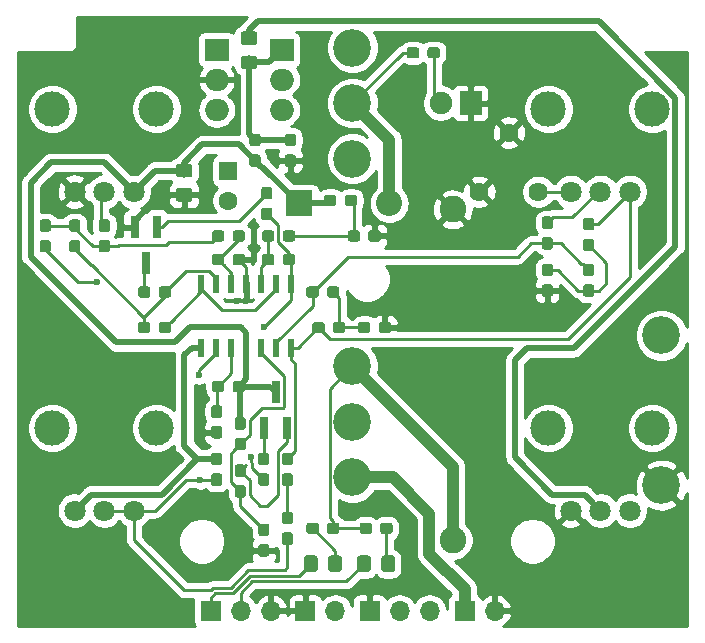
<source format=gbr>
G04 #@! TF.GenerationSoftware,KiCad,Pcbnew,(5.1.2-1)-1*
G04 #@! TF.CreationDate,2019-12-28T14:45:16-07:00*
G04 #@! TF.ProjectId,NuisanceEngine,4e756973-616e-4636-9545-6e67696e652e,rev?*
G04 #@! TF.SameCoordinates,Original*
G04 #@! TF.FileFunction,Copper,L1,Top*
G04 #@! TF.FilePolarity,Positive*
%FSLAX46Y46*%
G04 Gerber Fmt 4.6, Leading zero omitted, Abs format (unit mm)*
G04 Created by KiCad (PCBNEW (5.1.2-1)-1) date 2019-12-28 14:45:16*
%MOMM*%
%LPD*%
G04 APERTURE LIST*
%ADD10C,3.000000*%
%ADD11C,1.800000*%
%ADD12C,3.200000*%
%ADD13O,2.200000X2.200000*%
%ADD14R,2.200000X2.200000*%
%ADD15R,0.600000X1.500000*%
%ADD16O,2.000000X1.905000*%
%ADD17R,2.000000X1.905000*%
%ADD18R,1.900000X2.000000*%
%ADD19C,1.900000*%
%ADD20C,2.262000*%
%ADD21C,1.620000*%
%ADD22O,1.700000X1.700000*%
%ADD23R,1.700000X1.700000*%
%ADD24R,1.600000X1.600000*%
%ADD25C,1.600000*%
%ADD26C,0.100000*%
%ADD27C,0.950000*%
%ADD28C,1.150000*%
%ADD29R,0.800000X1.900000*%
%ADD30C,0.600000*%
%ADD31C,0.500000*%
%ADD32C,0.250000*%
%ADD33C,1.000000*%
%ADD34C,0.254000*%
G04 APERTURE END LIST*
D10*
X63400000Y-55500000D03*
X54600000Y-55500000D03*
D11*
X61500000Y-62500000D03*
X59000000Y-62500000D03*
X56500000Y-62500000D03*
D10*
X63400000Y-82500000D03*
X54600000Y-82500000D03*
D11*
X61500000Y-89500000D03*
X59000000Y-89500000D03*
X56500000Y-89500000D03*
D10*
X105400000Y-82500000D03*
X96600000Y-82500000D03*
D11*
X103500000Y-89500000D03*
X101000000Y-89500000D03*
X98500000Y-89500000D03*
D10*
X105400000Y-55500000D03*
X96600000Y-55500000D03*
D11*
X103500000Y-62500000D03*
X101000000Y-62500000D03*
X98500000Y-62500000D03*
D12*
X80000000Y-86700000D03*
X80000000Y-82000000D03*
X80000000Y-77300000D03*
D13*
X83120000Y-63500000D03*
D14*
X75500000Y-63500000D03*
D15*
X67190000Y-70300000D03*
X68460000Y-70300000D03*
X69730000Y-70300000D03*
X71000000Y-70300000D03*
X72270000Y-70300000D03*
X73540000Y-70300000D03*
X74810000Y-70300000D03*
X74810000Y-75700000D03*
X73540000Y-75700000D03*
X72270000Y-75700000D03*
X71000000Y-75700000D03*
X69730000Y-75700000D03*
X68460000Y-75700000D03*
X67190000Y-75700000D03*
D16*
X68500000Y-55580000D03*
X68500000Y-53040000D03*
D17*
X68500000Y-50500000D03*
D16*
X74000000Y-55580000D03*
X74000000Y-53040000D03*
D17*
X74000000Y-50500000D03*
D12*
X106150000Y-87350000D03*
X106150000Y-74650000D03*
D18*
X90000000Y-55000000D03*
D19*
X87460000Y-55000000D03*
D20*
X88500000Y-92000000D03*
X88500000Y-64000000D03*
D21*
X95750000Y-62500000D03*
X93250000Y-57500000D03*
X90750000Y-62500000D03*
D12*
X80000000Y-59700000D03*
X80000000Y-55000000D03*
X80000000Y-50300000D03*
D22*
X78540000Y-98000000D03*
D23*
X76000000Y-98000000D03*
D22*
X73080000Y-98000000D03*
X70540000Y-98000000D03*
D23*
X68000000Y-98000000D03*
X81460000Y-98000000D03*
D22*
X84000000Y-98000000D03*
X86540000Y-98000000D03*
D23*
X89500000Y-98000000D03*
D22*
X92040000Y-98000000D03*
D24*
X69500000Y-60750000D03*
D25*
X69500000Y-63250000D03*
D26*
G36*
X78685779Y-70526144D02*
G01*
X78708834Y-70529563D01*
X78731443Y-70535227D01*
X78753387Y-70543079D01*
X78774457Y-70553044D01*
X78794448Y-70565026D01*
X78813168Y-70578910D01*
X78830438Y-70594562D01*
X78846090Y-70611832D01*
X78859974Y-70630552D01*
X78871956Y-70650543D01*
X78881921Y-70671613D01*
X78889773Y-70693557D01*
X78895437Y-70716166D01*
X78898856Y-70739221D01*
X78900000Y-70762500D01*
X78900000Y-71237500D01*
X78898856Y-71260779D01*
X78895437Y-71283834D01*
X78889773Y-71306443D01*
X78881921Y-71328387D01*
X78871956Y-71349457D01*
X78859974Y-71369448D01*
X78846090Y-71388168D01*
X78830438Y-71405438D01*
X78813168Y-71421090D01*
X78794448Y-71434974D01*
X78774457Y-71446956D01*
X78753387Y-71456921D01*
X78731443Y-71464773D01*
X78708834Y-71470437D01*
X78685779Y-71473856D01*
X78662500Y-71475000D01*
X78087500Y-71475000D01*
X78064221Y-71473856D01*
X78041166Y-71470437D01*
X78018557Y-71464773D01*
X77996613Y-71456921D01*
X77975543Y-71446956D01*
X77955552Y-71434974D01*
X77936832Y-71421090D01*
X77919562Y-71405438D01*
X77903910Y-71388168D01*
X77890026Y-71369448D01*
X77878044Y-71349457D01*
X77868079Y-71328387D01*
X77860227Y-71306443D01*
X77854563Y-71283834D01*
X77851144Y-71260779D01*
X77850000Y-71237500D01*
X77850000Y-70762500D01*
X77851144Y-70739221D01*
X77854563Y-70716166D01*
X77860227Y-70693557D01*
X77868079Y-70671613D01*
X77878044Y-70650543D01*
X77890026Y-70630552D01*
X77903910Y-70611832D01*
X77919562Y-70594562D01*
X77936832Y-70578910D01*
X77955552Y-70565026D01*
X77975543Y-70553044D01*
X77996613Y-70543079D01*
X78018557Y-70535227D01*
X78041166Y-70529563D01*
X78064221Y-70526144D01*
X78087500Y-70525000D01*
X78662500Y-70525000D01*
X78685779Y-70526144D01*
X78685779Y-70526144D01*
G37*
D27*
X78375000Y-71000000D03*
D26*
G36*
X76935779Y-70526144D02*
G01*
X76958834Y-70529563D01*
X76981443Y-70535227D01*
X77003387Y-70543079D01*
X77024457Y-70553044D01*
X77044448Y-70565026D01*
X77063168Y-70578910D01*
X77080438Y-70594562D01*
X77096090Y-70611832D01*
X77109974Y-70630552D01*
X77121956Y-70650543D01*
X77131921Y-70671613D01*
X77139773Y-70693557D01*
X77145437Y-70716166D01*
X77148856Y-70739221D01*
X77150000Y-70762500D01*
X77150000Y-71237500D01*
X77148856Y-71260779D01*
X77145437Y-71283834D01*
X77139773Y-71306443D01*
X77131921Y-71328387D01*
X77121956Y-71349457D01*
X77109974Y-71369448D01*
X77096090Y-71388168D01*
X77080438Y-71405438D01*
X77063168Y-71421090D01*
X77044448Y-71434974D01*
X77024457Y-71446956D01*
X77003387Y-71456921D01*
X76981443Y-71464773D01*
X76958834Y-71470437D01*
X76935779Y-71473856D01*
X76912500Y-71475000D01*
X76337500Y-71475000D01*
X76314221Y-71473856D01*
X76291166Y-71470437D01*
X76268557Y-71464773D01*
X76246613Y-71456921D01*
X76225543Y-71446956D01*
X76205552Y-71434974D01*
X76186832Y-71421090D01*
X76169562Y-71405438D01*
X76153910Y-71388168D01*
X76140026Y-71369448D01*
X76128044Y-71349457D01*
X76118079Y-71328387D01*
X76110227Y-71306443D01*
X76104563Y-71283834D01*
X76101144Y-71260779D01*
X76100000Y-71237500D01*
X76100000Y-70762500D01*
X76101144Y-70739221D01*
X76104563Y-70716166D01*
X76110227Y-70693557D01*
X76118079Y-70671613D01*
X76128044Y-70650543D01*
X76140026Y-70630552D01*
X76153910Y-70611832D01*
X76169562Y-70594562D01*
X76186832Y-70578910D01*
X76205552Y-70565026D01*
X76225543Y-70553044D01*
X76246613Y-70543079D01*
X76268557Y-70535227D01*
X76291166Y-70529563D01*
X76314221Y-70526144D01*
X76337500Y-70525000D01*
X76912500Y-70525000D01*
X76935779Y-70526144D01*
X76935779Y-70526144D01*
G37*
D27*
X76625000Y-71000000D03*
D26*
G36*
X96760779Y-70351144D02*
G01*
X96783834Y-70354563D01*
X96806443Y-70360227D01*
X96828387Y-70368079D01*
X96849457Y-70378044D01*
X96869448Y-70390026D01*
X96888168Y-70403910D01*
X96905438Y-70419562D01*
X96921090Y-70436832D01*
X96934974Y-70455552D01*
X96946956Y-70475543D01*
X96956921Y-70496613D01*
X96964773Y-70518557D01*
X96970437Y-70541166D01*
X96973856Y-70564221D01*
X96975000Y-70587500D01*
X96975000Y-71162500D01*
X96973856Y-71185779D01*
X96970437Y-71208834D01*
X96964773Y-71231443D01*
X96956921Y-71253387D01*
X96946956Y-71274457D01*
X96934974Y-71294448D01*
X96921090Y-71313168D01*
X96905438Y-71330438D01*
X96888168Y-71346090D01*
X96869448Y-71359974D01*
X96849457Y-71371956D01*
X96828387Y-71381921D01*
X96806443Y-71389773D01*
X96783834Y-71395437D01*
X96760779Y-71398856D01*
X96737500Y-71400000D01*
X96262500Y-71400000D01*
X96239221Y-71398856D01*
X96216166Y-71395437D01*
X96193557Y-71389773D01*
X96171613Y-71381921D01*
X96150543Y-71371956D01*
X96130552Y-71359974D01*
X96111832Y-71346090D01*
X96094562Y-71330438D01*
X96078910Y-71313168D01*
X96065026Y-71294448D01*
X96053044Y-71274457D01*
X96043079Y-71253387D01*
X96035227Y-71231443D01*
X96029563Y-71208834D01*
X96026144Y-71185779D01*
X96025000Y-71162500D01*
X96025000Y-70587500D01*
X96026144Y-70564221D01*
X96029563Y-70541166D01*
X96035227Y-70518557D01*
X96043079Y-70496613D01*
X96053044Y-70475543D01*
X96065026Y-70455552D01*
X96078910Y-70436832D01*
X96094562Y-70419562D01*
X96111832Y-70403910D01*
X96130552Y-70390026D01*
X96150543Y-70378044D01*
X96171613Y-70368079D01*
X96193557Y-70360227D01*
X96216166Y-70354563D01*
X96239221Y-70351144D01*
X96262500Y-70350000D01*
X96737500Y-70350000D01*
X96760779Y-70351144D01*
X96760779Y-70351144D01*
G37*
D27*
X96500000Y-70875000D03*
D26*
G36*
X96760779Y-68601144D02*
G01*
X96783834Y-68604563D01*
X96806443Y-68610227D01*
X96828387Y-68618079D01*
X96849457Y-68628044D01*
X96869448Y-68640026D01*
X96888168Y-68653910D01*
X96905438Y-68669562D01*
X96921090Y-68686832D01*
X96934974Y-68705552D01*
X96946956Y-68725543D01*
X96956921Y-68746613D01*
X96964773Y-68768557D01*
X96970437Y-68791166D01*
X96973856Y-68814221D01*
X96975000Y-68837500D01*
X96975000Y-69412500D01*
X96973856Y-69435779D01*
X96970437Y-69458834D01*
X96964773Y-69481443D01*
X96956921Y-69503387D01*
X96946956Y-69524457D01*
X96934974Y-69544448D01*
X96921090Y-69563168D01*
X96905438Y-69580438D01*
X96888168Y-69596090D01*
X96869448Y-69609974D01*
X96849457Y-69621956D01*
X96828387Y-69631921D01*
X96806443Y-69639773D01*
X96783834Y-69645437D01*
X96760779Y-69648856D01*
X96737500Y-69650000D01*
X96262500Y-69650000D01*
X96239221Y-69648856D01*
X96216166Y-69645437D01*
X96193557Y-69639773D01*
X96171613Y-69631921D01*
X96150543Y-69621956D01*
X96130552Y-69609974D01*
X96111832Y-69596090D01*
X96094562Y-69580438D01*
X96078910Y-69563168D01*
X96065026Y-69544448D01*
X96053044Y-69524457D01*
X96043079Y-69503387D01*
X96035227Y-69481443D01*
X96029563Y-69458834D01*
X96026144Y-69435779D01*
X96025000Y-69412500D01*
X96025000Y-68837500D01*
X96026144Y-68814221D01*
X96029563Y-68791166D01*
X96035227Y-68768557D01*
X96043079Y-68746613D01*
X96053044Y-68725543D01*
X96065026Y-68705552D01*
X96078910Y-68686832D01*
X96094562Y-68669562D01*
X96111832Y-68653910D01*
X96130552Y-68640026D01*
X96150543Y-68628044D01*
X96171613Y-68618079D01*
X96193557Y-68610227D01*
X96216166Y-68604563D01*
X96239221Y-68601144D01*
X96262500Y-68600000D01*
X96737500Y-68600000D01*
X96760779Y-68601144D01*
X96760779Y-68601144D01*
G37*
D27*
X96500000Y-69125000D03*
D26*
G36*
X79185779Y-73526144D02*
G01*
X79208834Y-73529563D01*
X79231443Y-73535227D01*
X79253387Y-73543079D01*
X79274457Y-73553044D01*
X79294448Y-73565026D01*
X79313168Y-73578910D01*
X79330438Y-73594562D01*
X79346090Y-73611832D01*
X79359974Y-73630552D01*
X79371956Y-73650543D01*
X79381921Y-73671613D01*
X79389773Y-73693557D01*
X79395437Y-73716166D01*
X79398856Y-73739221D01*
X79400000Y-73762500D01*
X79400000Y-74237500D01*
X79398856Y-74260779D01*
X79395437Y-74283834D01*
X79389773Y-74306443D01*
X79381921Y-74328387D01*
X79371956Y-74349457D01*
X79359974Y-74369448D01*
X79346090Y-74388168D01*
X79330438Y-74405438D01*
X79313168Y-74421090D01*
X79294448Y-74434974D01*
X79274457Y-74446956D01*
X79253387Y-74456921D01*
X79231443Y-74464773D01*
X79208834Y-74470437D01*
X79185779Y-74473856D01*
X79162500Y-74475000D01*
X78587500Y-74475000D01*
X78564221Y-74473856D01*
X78541166Y-74470437D01*
X78518557Y-74464773D01*
X78496613Y-74456921D01*
X78475543Y-74446956D01*
X78455552Y-74434974D01*
X78436832Y-74421090D01*
X78419562Y-74405438D01*
X78403910Y-74388168D01*
X78390026Y-74369448D01*
X78378044Y-74349457D01*
X78368079Y-74328387D01*
X78360227Y-74306443D01*
X78354563Y-74283834D01*
X78351144Y-74260779D01*
X78350000Y-74237500D01*
X78350000Y-73762500D01*
X78351144Y-73739221D01*
X78354563Y-73716166D01*
X78360227Y-73693557D01*
X78368079Y-73671613D01*
X78378044Y-73650543D01*
X78390026Y-73630552D01*
X78403910Y-73611832D01*
X78419562Y-73594562D01*
X78436832Y-73578910D01*
X78455552Y-73565026D01*
X78475543Y-73553044D01*
X78496613Y-73543079D01*
X78518557Y-73535227D01*
X78541166Y-73529563D01*
X78564221Y-73526144D01*
X78587500Y-73525000D01*
X79162500Y-73525000D01*
X79185779Y-73526144D01*
X79185779Y-73526144D01*
G37*
D27*
X78875000Y-74000000D03*
D26*
G36*
X77435779Y-73526144D02*
G01*
X77458834Y-73529563D01*
X77481443Y-73535227D01*
X77503387Y-73543079D01*
X77524457Y-73553044D01*
X77544448Y-73565026D01*
X77563168Y-73578910D01*
X77580438Y-73594562D01*
X77596090Y-73611832D01*
X77609974Y-73630552D01*
X77621956Y-73650543D01*
X77631921Y-73671613D01*
X77639773Y-73693557D01*
X77645437Y-73716166D01*
X77648856Y-73739221D01*
X77650000Y-73762500D01*
X77650000Y-74237500D01*
X77648856Y-74260779D01*
X77645437Y-74283834D01*
X77639773Y-74306443D01*
X77631921Y-74328387D01*
X77621956Y-74349457D01*
X77609974Y-74369448D01*
X77596090Y-74388168D01*
X77580438Y-74405438D01*
X77563168Y-74421090D01*
X77544448Y-74434974D01*
X77524457Y-74446956D01*
X77503387Y-74456921D01*
X77481443Y-74464773D01*
X77458834Y-74470437D01*
X77435779Y-74473856D01*
X77412500Y-74475000D01*
X76837500Y-74475000D01*
X76814221Y-74473856D01*
X76791166Y-74470437D01*
X76768557Y-74464773D01*
X76746613Y-74456921D01*
X76725543Y-74446956D01*
X76705552Y-74434974D01*
X76686832Y-74421090D01*
X76669562Y-74405438D01*
X76653910Y-74388168D01*
X76640026Y-74369448D01*
X76628044Y-74349457D01*
X76618079Y-74328387D01*
X76610227Y-74306443D01*
X76604563Y-74283834D01*
X76601144Y-74260779D01*
X76600000Y-74237500D01*
X76600000Y-73762500D01*
X76601144Y-73739221D01*
X76604563Y-73716166D01*
X76610227Y-73693557D01*
X76618079Y-73671613D01*
X76628044Y-73650543D01*
X76640026Y-73630552D01*
X76653910Y-73611832D01*
X76669562Y-73594562D01*
X76686832Y-73578910D01*
X76705552Y-73565026D01*
X76725543Y-73553044D01*
X76746613Y-73543079D01*
X76768557Y-73535227D01*
X76791166Y-73529563D01*
X76814221Y-73526144D01*
X76837500Y-73525000D01*
X77412500Y-73525000D01*
X77435779Y-73526144D01*
X77435779Y-73526144D01*
G37*
D27*
X77125000Y-74000000D03*
D26*
G36*
X64435779Y-73526144D02*
G01*
X64458834Y-73529563D01*
X64481443Y-73535227D01*
X64503387Y-73543079D01*
X64524457Y-73553044D01*
X64544448Y-73565026D01*
X64563168Y-73578910D01*
X64580438Y-73594562D01*
X64596090Y-73611832D01*
X64609974Y-73630552D01*
X64621956Y-73650543D01*
X64631921Y-73671613D01*
X64639773Y-73693557D01*
X64645437Y-73716166D01*
X64648856Y-73739221D01*
X64650000Y-73762500D01*
X64650000Y-74237500D01*
X64648856Y-74260779D01*
X64645437Y-74283834D01*
X64639773Y-74306443D01*
X64631921Y-74328387D01*
X64621956Y-74349457D01*
X64609974Y-74369448D01*
X64596090Y-74388168D01*
X64580438Y-74405438D01*
X64563168Y-74421090D01*
X64544448Y-74434974D01*
X64524457Y-74446956D01*
X64503387Y-74456921D01*
X64481443Y-74464773D01*
X64458834Y-74470437D01*
X64435779Y-74473856D01*
X64412500Y-74475000D01*
X63837500Y-74475000D01*
X63814221Y-74473856D01*
X63791166Y-74470437D01*
X63768557Y-74464773D01*
X63746613Y-74456921D01*
X63725543Y-74446956D01*
X63705552Y-74434974D01*
X63686832Y-74421090D01*
X63669562Y-74405438D01*
X63653910Y-74388168D01*
X63640026Y-74369448D01*
X63628044Y-74349457D01*
X63618079Y-74328387D01*
X63610227Y-74306443D01*
X63604563Y-74283834D01*
X63601144Y-74260779D01*
X63600000Y-74237500D01*
X63600000Y-73762500D01*
X63601144Y-73739221D01*
X63604563Y-73716166D01*
X63610227Y-73693557D01*
X63618079Y-73671613D01*
X63628044Y-73650543D01*
X63640026Y-73630552D01*
X63653910Y-73611832D01*
X63669562Y-73594562D01*
X63686832Y-73578910D01*
X63705552Y-73565026D01*
X63725543Y-73553044D01*
X63746613Y-73543079D01*
X63768557Y-73535227D01*
X63791166Y-73529563D01*
X63814221Y-73526144D01*
X63837500Y-73525000D01*
X64412500Y-73525000D01*
X64435779Y-73526144D01*
X64435779Y-73526144D01*
G37*
D27*
X64125000Y-74000000D03*
D26*
G36*
X62685779Y-73526144D02*
G01*
X62708834Y-73529563D01*
X62731443Y-73535227D01*
X62753387Y-73543079D01*
X62774457Y-73553044D01*
X62794448Y-73565026D01*
X62813168Y-73578910D01*
X62830438Y-73594562D01*
X62846090Y-73611832D01*
X62859974Y-73630552D01*
X62871956Y-73650543D01*
X62881921Y-73671613D01*
X62889773Y-73693557D01*
X62895437Y-73716166D01*
X62898856Y-73739221D01*
X62900000Y-73762500D01*
X62900000Y-74237500D01*
X62898856Y-74260779D01*
X62895437Y-74283834D01*
X62889773Y-74306443D01*
X62881921Y-74328387D01*
X62871956Y-74349457D01*
X62859974Y-74369448D01*
X62846090Y-74388168D01*
X62830438Y-74405438D01*
X62813168Y-74421090D01*
X62794448Y-74434974D01*
X62774457Y-74446956D01*
X62753387Y-74456921D01*
X62731443Y-74464773D01*
X62708834Y-74470437D01*
X62685779Y-74473856D01*
X62662500Y-74475000D01*
X62087500Y-74475000D01*
X62064221Y-74473856D01*
X62041166Y-74470437D01*
X62018557Y-74464773D01*
X61996613Y-74456921D01*
X61975543Y-74446956D01*
X61955552Y-74434974D01*
X61936832Y-74421090D01*
X61919562Y-74405438D01*
X61903910Y-74388168D01*
X61890026Y-74369448D01*
X61878044Y-74349457D01*
X61868079Y-74328387D01*
X61860227Y-74306443D01*
X61854563Y-74283834D01*
X61851144Y-74260779D01*
X61850000Y-74237500D01*
X61850000Y-73762500D01*
X61851144Y-73739221D01*
X61854563Y-73716166D01*
X61860227Y-73693557D01*
X61868079Y-73671613D01*
X61878044Y-73650543D01*
X61890026Y-73630552D01*
X61903910Y-73611832D01*
X61919562Y-73594562D01*
X61936832Y-73578910D01*
X61955552Y-73565026D01*
X61975543Y-73553044D01*
X61996613Y-73543079D01*
X62018557Y-73535227D01*
X62041166Y-73529563D01*
X62064221Y-73526144D01*
X62087500Y-73525000D01*
X62662500Y-73525000D01*
X62685779Y-73526144D01*
X62685779Y-73526144D01*
G37*
D27*
X62375000Y-74000000D03*
D26*
G36*
X74760779Y-84601144D02*
G01*
X74783834Y-84604563D01*
X74806443Y-84610227D01*
X74828387Y-84618079D01*
X74849457Y-84628044D01*
X74869448Y-84640026D01*
X74888168Y-84653910D01*
X74905438Y-84669562D01*
X74921090Y-84686832D01*
X74934974Y-84705552D01*
X74946956Y-84725543D01*
X74956921Y-84746613D01*
X74964773Y-84768557D01*
X74970437Y-84791166D01*
X74973856Y-84814221D01*
X74975000Y-84837500D01*
X74975000Y-85412500D01*
X74973856Y-85435779D01*
X74970437Y-85458834D01*
X74964773Y-85481443D01*
X74956921Y-85503387D01*
X74946956Y-85524457D01*
X74934974Y-85544448D01*
X74921090Y-85563168D01*
X74905438Y-85580438D01*
X74888168Y-85596090D01*
X74869448Y-85609974D01*
X74849457Y-85621956D01*
X74828387Y-85631921D01*
X74806443Y-85639773D01*
X74783834Y-85645437D01*
X74760779Y-85648856D01*
X74737500Y-85650000D01*
X74262500Y-85650000D01*
X74239221Y-85648856D01*
X74216166Y-85645437D01*
X74193557Y-85639773D01*
X74171613Y-85631921D01*
X74150543Y-85621956D01*
X74130552Y-85609974D01*
X74111832Y-85596090D01*
X74094562Y-85580438D01*
X74078910Y-85563168D01*
X74065026Y-85544448D01*
X74053044Y-85524457D01*
X74043079Y-85503387D01*
X74035227Y-85481443D01*
X74029563Y-85458834D01*
X74026144Y-85435779D01*
X74025000Y-85412500D01*
X74025000Y-84837500D01*
X74026144Y-84814221D01*
X74029563Y-84791166D01*
X74035227Y-84768557D01*
X74043079Y-84746613D01*
X74053044Y-84725543D01*
X74065026Y-84705552D01*
X74078910Y-84686832D01*
X74094562Y-84669562D01*
X74111832Y-84653910D01*
X74130552Y-84640026D01*
X74150543Y-84628044D01*
X74171613Y-84618079D01*
X74193557Y-84610227D01*
X74216166Y-84604563D01*
X74239221Y-84601144D01*
X74262500Y-84600000D01*
X74737500Y-84600000D01*
X74760779Y-84601144D01*
X74760779Y-84601144D01*
G37*
D27*
X74500000Y-85125000D03*
D26*
G36*
X74760779Y-86351144D02*
G01*
X74783834Y-86354563D01*
X74806443Y-86360227D01*
X74828387Y-86368079D01*
X74849457Y-86378044D01*
X74869448Y-86390026D01*
X74888168Y-86403910D01*
X74905438Y-86419562D01*
X74921090Y-86436832D01*
X74934974Y-86455552D01*
X74946956Y-86475543D01*
X74956921Y-86496613D01*
X74964773Y-86518557D01*
X74970437Y-86541166D01*
X74973856Y-86564221D01*
X74975000Y-86587500D01*
X74975000Y-87162500D01*
X74973856Y-87185779D01*
X74970437Y-87208834D01*
X74964773Y-87231443D01*
X74956921Y-87253387D01*
X74946956Y-87274457D01*
X74934974Y-87294448D01*
X74921090Y-87313168D01*
X74905438Y-87330438D01*
X74888168Y-87346090D01*
X74869448Y-87359974D01*
X74849457Y-87371956D01*
X74828387Y-87381921D01*
X74806443Y-87389773D01*
X74783834Y-87395437D01*
X74760779Y-87398856D01*
X74737500Y-87400000D01*
X74262500Y-87400000D01*
X74239221Y-87398856D01*
X74216166Y-87395437D01*
X74193557Y-87389773D01*
X74171613Y-87381921D01*
X74150543Y-87371956D01*
X74130552Y-87359974D01*
X74111832Y-87346090D01*
X74094562Y-87330438D01*
X74078910Y-87313168D01*
X74065026Y-87294448D01*
X74053044Y-87274457D01*
X74043079Y-87253387D01*
X74035227Y-87231443D01*
X74029563Y-87208834D01*
X74026144Y-87185779D01*
X74025000Y-87162500D01*
X74025000Y-86587500D01*
X74026144Y-86564221D01*
X74029563Y-86541166D01*
X74035227Y-86518557D01*
X74043079Y-86496613D01*
X74053044Y-86475543D01*
X74065026Y-86455552D01*
X74078910Y-86436832D01*
X74094562Y-86419562D01*
X74111832Y-86403910D01*
X74130552Y-86390026D01*
X74150543Y-86378044D01*
X74171613Y-86368079D01*
X74193557Y-86360227D01*
X74216166Y-86354563D01*
X74239221Y-86351144D01*
X74262500Y-86350000D01*
X74737500Y-86350000D01*
X74760779Y-86351144D01*
X74760779Y-86351144D01*
G37*
D27*
X74500000Y-86875000D03*
D26*
G36*
X68760779Y-84601144D02*
G01*
X68783834Y-84604563D01*
X68806443Y-84610227D01*
X68828387Y-84618079D01*
X68849457Y-84628044D01*
X68869448Y-84640026D01*
X68888168Y-84653910D01*
X68905438Y-84669562D01*
X68921090Y-84686832D01*
X68934974Y-84705552D01*
X68946956Y-84725543D01*
X68956921Y-84746613D01*
X68964773Y-84768557D01*
X68970437Y-84791166D01*
X68973856Y-84814221D01*
X68975000Y-84837500D01*
X68975000Y-85412500D01*
X68973856Y-85435779D01*
X68970437Y-85458834D01*
X68964773Y-85481443D01*
X68956921Y-85503387D01*
X68946956Y-85524457D01*
X68934974Y-85544448D01*
X68921090Y-85563168D01*
X68905438Y-85580438D01*
X68888168Y-85596090D01*
X68869448Y-85609974D01*
X68849457Y-85621956D01*
X68828387Y-85631921D01*
X68806443Y-85639773D01*
X68783834Y-85645437D01*
X68760779Y-85648856D01*
X68737500Y-85650000D01*
X68262500Y-85650000D01*
X68239221Y-85648856D01*
X68216166Y-85645437D01*
X68193557Y-85639773D01*
X68171613Y-85631921D01*
X68150543Y-85621956D01*
X68130552Y-85609974D01*
X68111832Y-85596090D01*
X68094562Y-85580438D01*
X68078910Y-85563168D01*
X68065026Y-85544448D01*
X68053044Y-85524457D01*
X68043079Y-85503387D01*
X68035227Y-85481443D01*
X68029563Y-85458834D01*
X68026144Y-85435779D01*
X68025000Y-85412500D01*
X68025000Y-84837500D01*
X68026144Y-84814221D01*
X68029563Y-84791166D01*
X68035227Y-84768557D01*
X68043079Y-84746613D01*
X68053044Y-84725543D01*
X68065026Y-84705552D01*
X68078910Y-84686832D01*
X68094562Y-84669562D01*
X68111832Y-84653910D01*
X68130552Y-84640026D01*
X68150543Y-84628044D01*
X68171613Y-84618079D01*
X68193557Y-84610227D01*
X68216166Y-84604563D01*
X68239221Y-84601144D01*
X68262500Y-84600000D01*
X68737500Y-84600000D01*
X68760779Y-84601144D01*
X68760779Y-84601144D01*
G37*
D27*
X68500000Y-85125000D03*
D26*
G36*
X68760779Y-86351144D02*
G01*
X68783834Y-86354563D01*
X68806443Y-86360227D01*
X68828387Y-86368079D01*
X68849457Y-86378044D01*
X68869448Y-86390026D01*
X68888168Y-86403910D01*
X68905438Y-86419562D01*
X68921090Y-86436832D01*
X68934974Y-86455552D01*
X68946956Y-86475543D01*
X68956921Y-86496613D01*
X68964773Y-86518557D01*
X68970437Y-86541166D01*
X68973856Y-86564221D01*
X68975000Y-86587500D01*
X68975000Y-87162500D01*
X68973856Y-87185779D01*
X68970437Y-87208834D01*
X68964773Y-87231443D01*
X68956921Y-87253387D01*
X68946956Y-87274457D01*
X68934974Y-87294448D01*
X68921090Y-87313168D01*
X68905438Y-87330438D01*
X68888168Y-87346090D01*
X68869448Y-87359974D01*
X68849457Y-87371956D01*
X68828387Y-87381921D01*
X68806443Y-87389773D01*
X68783834Y-87395437D01*
X68760779Y-87398856D01*
X68737500Y-87400000D01*
X68262500Y-87400000D01*
X68239221Y-87398856D01*
X68216166Y-87395437D01*
X68193557Y-87389773D01*
X68171613Y-87381921D01*
X68150543Y-87371956D01*
X68130552Y-87359974D01*
X68111832Y-87346090D01*
X68094562Y-87330438D01*
X68078910Y-87313168D01*
X68065026Y-87294448D01*
X68053044Y-87274457D01*
X68043079Y-87253387D01*
X68035227Y-87231443D01*
X68029563Y-87208834D01*
X68026144Y-87185779D01*
X68025000Y-87162500D01*
X68025000Y-86587500D01*
X68026144Y-86564221D01*
X68029563Y-86541166D01*
X68035227Y-86518557D01*
X68043079Y-86496613D01*
X68053044Y-86475543D01*
X68065026Y-86455552D01*
X68078910Y-86436832D01*
X68094562Y-86419562D01*
X68111832Y-86403910D01*
X68130552Y-86390026D01*
X68150543Y-86378044D01*
X68171613Y-86368079D01*
X68193557Y-86360227D01*
X68216166Y-86354563D01*
X68239221Y-86351144D01*
X68262500Y-86350000D01*
X68737500Y-86350000D01*
X68760779Y-86351144D01*
X68760779Y-86351144D01*
G37*
D27*
X68500000Y-86875000D03*
D26*
G36*
X71724505Y-50976204D02*
G01*
X71748773Y-50979804D01*
X71772572Y-50985765D01*
X71795671Y-50994030D01*
X71817850Y-51004520D01*
X71838893Y-51017132D01*
X71858599Y-51031747D01*
X71876777Y-51048223D01*
X71893253Y-51066401D01*
X71907868Y-51086107D01*
X71920480Y-51107150D01*
X71930970Y-51129329D01*
X71939235Y-51152428D01*
X71945196Y-51176227D01*
X71948796Y-51200495D01*
X71950000Y-51224999D01*
X71950000Y-51875001D01*
X71948796Y-51899505D01*
X71945196Y-51923773D01*
X71939235Y-51947572D01*
X71930970Y-51970671D01*
X71920480Y-51992850D01*
X71907868Y-52013893D01*
X71893253Y-52033599D01*
X71876777Y-52051777D01*
X71858599Y-52068253D01*
X71838893Y-52082868D01*
X71817850Y-52095480D01*
X71795671Y-52105970D01*
X71772572Y-52114235D01*
X71748773Y-52120196D01*
X71724505Y-52123796D01*
X71700001Y-52125000D01*
X70799999Y-52125000D01*
X70775495Y-52123796D01*
X70751227Y-52120196D01*
X70727428Y-52114235D01*
X70704329Y-52105970D01*
X70682150Y-52095480D01*
X70661107Y-52082868D01*
X70641401Y-52068253D01*
X70623223Y-52051777D01*
X70606747Y-52033599D01*
X70592132Y-52013893D01*
X70579520Y-51992850D01*
X70569030Y-51970671D01*
X70560765Y-51947572D01*
X70554804Y-51923773D01*
X70551204Y-51899505D01*
X70550000Y-51875001D01*
X70550000Y-51224999D01*
X70551204Y-51200495D01*
X70554804Y-51176227D01*
X70560765Y-51152428D01*
X70569030Y-51129329D01*
X70579520Y-51107150D01*
X70592132Y-51086107D01*
X70606747Y-51066401D01*
X70623223Y-51048223D01*
X70641401Y-51031747D01*
X70661107Y-51017132D01*
X70682150Y-51004520D01*
X70704329Y-50994030D01*
X70727428Y-50985765D01*
X70751227Y-50979804D01*
X70775495Y-50976204D01*
X70799999Y-50975000D01*
X71700001Y-50975000D01*
X71724505Y-50976204D01*
X71724505Y-50976204D01*
G37*
D28*
X71250000Y-51550000D03*
D26*
G36*
X71724505Y-48926204D02*
G01*
X71748773Y-48929804D01*
X71772572Y-48935765D01*
X71795671Y-48944030D01*
X71817850Y-48954520D01*
X71838893Y-48967132D01*
X71858599Y-48981747D01*
X71876777Y-48998223D01*
X71893253Y-49016401D01*
X71907868Y-49036107D01*
X71920480Y-49057150D01*
X71930970Y-49079329D01*
X71939235Y-49102428D01*
X71945196Y-49126227D01*
X71948796Y-49150495D01*
X71950000Y-49174999D01*
X71950000Y-49825001D01*
X71948796Y-49849505D01*
X71945196Y-49873773D01*
X71939235Y-49897572D01*
X71930970Y-49920671D01*
X71920480Y-49942850D01*
X71907868Y-49963893D01*
X71893253Y-49983599D01*
X71876777Y-50001777D01*
X71858599Y-50018253D01*
X71838893Y-50032868D01*
X71817850Y-50045480D01*
X71795671Y-50055970D01*
X71772572Y-50064235D01*
X71748773Y-50070196D01*
X71724505Y-50073796D01*
X71700001Y-50075000D01*
X70799999Y-50075000D01*
X70775495Y-50073796D01*
X70751227Y-50070196D01*
X70727428Y-50064235D01*
X70704329Y-50055970D01*
X70682150Y-50045480D01*
X70661107Y-50032868D01*
X70641401Y-50018253D01*
X70623223Y-50001777D01*
X70606747Y-49983599D01*
X70592132Y-49963893D01*
X70579520Y-49942850D01*
X70569030Y-49920671D01*
X70560765Y-49897572D01*
X70554804Y-49873773D01*
X70551204Y-49849505D01*
X70550000Y-49825001D01*
X70550000Y-49174999D01*
X70551204Y-49150495D01*
X70554804Y-49126227D01*
X70560765Y-49102428D01*
X70569030Y-49079329D01*
X70579520Y-49057150D01*
X70592132Y-49036107D01*
X70606747Y-49016401D01*
X70623223Y-48998223D01*
X70641401Y-48981747D01*
X70661107Y-48967132D01*
X70682150Y-48954520D01*
X70704329Y-48944030D01*
X70727428Y-48935765D01*
X70751227Y-48929804D01*
X70775495Y-48926204D01*
X70799999Y-48925000D01*
X71700001Y-48925000D01*
X71724505Y-48926204D01*
X71724505Y-48926204D01*
G37*
D28*
X71250000Y-49500000D03*
D26*
G36*
X66224505Y-60151204D02*
G01*
X66248773Y-60154804D01*
X66272572Y-60160765D01*
X66295671Y-60169030D01*
X66317850Y-60179520D01*
X66338893Y-60192132D01*
X66358599Y-60206747D01*
X66376777Y-60223223D01*
X66393253Y-60241401D01*
X66407868Y-60261107D01*
X66420480Y-60282150D01*
X66430970Y-60304329D01*
X66439235Y-60327428D01*
X66445196Y-60351227D01*
X66448796Y-60375495D01*
X66450000Y-60399999D01*
X66450000Y-61050001D01*
X66448796Y-61074505D01*
X66445196Y-61098773D01*
X66439235Y-61122572D01*
X66430970Y-61145671D01*
X66420480Y-61167850D01*
X66407868Y-61188893D01*
X66393253Y-61208599D01*
X66376777Y-61226777D01*
X66358599Y-61243253D01*
X66338893Y-61257868D01*
X66317850Y-61270480D01*
X66295671Y-61280970D01*
X66272572Y-61289235D01*
X66248773Y-61295196D01*
X66224505Y-61298796D01*
X66200001Y-61300000D01*
X65299999Y-61300000D01*
X65275495Y-61298796D01*
X65251227Y-61295196D01*
X65227428Y-61289235D01*
X65204329Y-61280970D01*
X65182150Y-61270480D01*
X65161107Y-61257868D01*
X65141401Y-61243253D01*
X65123223Y-61226777D01*
X65106747Y-61208599D01*
X65092132Y-61188893D01*
X65079520Y-61167850D01*
X65069030Y-61145671D01*
X65060765Y-61122572D01*
X65054804Y-61098773D01*
X65051204Y-61074505D01*
X65050000Y-61050001D01*
X65050000Y-60399999D01*
X65051204Y-60375495D01*
X65054804Y-60351227D01*
X65060765Y-60327428D01*
X65069030Y-60304329D01*
X65079520Y-60282150D01*
X65092132Y-60261107D01*
X65106747Y-60241401D01*
X65123223Y-60223223D01*
X65141401Y-60206747D01*
X65161107Y-60192132D01*
X65182150Y-60179520D01*
X65204329Y-60169030D01*
X65227428Y-60160765D01*
X65251227Y-60154804D01*
X65275495Y-60151204D01*
X65299999Y-60150000D01*
X66200001Y-60150000D01*
X66224505Y-60151204D01*
X66224505Y-60151204D01*
G37*
D28*
X65750000Y-60725000D03*
D26*
G36*
X66224505Y-62201204D02*
G01*
X66248773Y-62204804D01*
X66272572Y-62210765D01*
X66295671Y-62219030D01*
X66317850Y-62229520D01*
X66338893Y-62242132D01*
X66358599Y-62256747D01*
X66376777Y-62273223D01*
X66393253Y-62291401D01*
X66407868Y-62311107D01*
X66420480Y-62332150D01*
X66430970Y-62354329D01*
X66439235Y-62377428D01*
X66445196Y-62401227D01*
X66448796Y-62425495D01*
X66450000Y-62449999D01*
X66450000Y-63100001D01*
X66448796Y-63124505D01*
X66445196Y-63148773D01*
X66439235Y-63172572D01*
X66430970Y-63195671D01*
X66420480Y-63217850D01*
X66407868Y-63238893D01*
X66393253Y-63258599D01*
X66376777Y-63276777D01*
X66358599Y-63293253D01*
X66338893Y-63307868D01*
X66317850Y-63320480D01*
X66295671Y-63330970D01*
X66272572Y-63339235D01*
X66248773Y-63345196D01*
X66224505Y-63348796D01*
X66200001Y-63350000D01*
X65299999Y-63350000D01*
X65275495Y-63348796D01*
X65251227Y-63345196D01*
X65227428Y-63339235D01*
X65204329Y-63330970D01*
X65182150Y-63320480D01*
X65161107Y-63307868D01*
X65141401Y-63293253D01*
X65123223Y-63276777D01*
X65106747Y-63258599D01*
X65092132Y-63238893D01*
X65079520Y-63217850D01*
X65069030Y-63195671D01*
X65060765Y-63172572D01*
X65054804Y-63148773D01*
X65051204Y-63124505D01*
X65050000Y-63100001D01*
X65050000Y-62449999D01*
X65051204Y-62425495D01*
X65054804Y-62401227D01*
X65060765Y-62377428D01*
X65069030Y-62354329D01*
X65079520Y-62332150D01*
X65092132Y-62311107D01*
X65106747Y-62291401D01*
X65123223Y-62273223D01*
X65141401Y-62256747D01*
X65161107Y-62242132D01*
X65182150Y-62229520D01*
X65204329Y-62219030D01*
X65227428Y-62210765D01*
X65251227Y-62204804D01*
X65275495Y-62201204D01*
X65299999Y-62200000D01*
X66200001Y-62200000D01*
X66224505Y-62201204D01*
X66224505Y-62201204D01*
G37*
D28*
X65750000Y-62775000D03*
D26*
G36*
X78874505Y-93301204D02*
G01*
X78898773Y-93304804D01*
X78922572Y-93310765D01*
X78945671Y-93319030D01*
X78967850Y-93329520D01*
X78988893Y-93342132D01*
X79008599Y-93356747D01*
X79026777Y-93373223D01*
X79043253Y-93391401D01*
X79057868Y-93411107D01*
X79070480Y-93432150D01*
X79080970Y-93454329D01*
X79089235Y-93477428D01*
X79095196Y-93501227D01*
X79098796Y-93525495D01*
X79100000Y-93549999D01*
X79100000Y-94450001D01*
X79098796Y-94474505D01*
X79095196Y-94498773D01*
X79089235Y-94522572D01*
X79080970Y-94545671D01*
X79070480Y-94567850D01*
X79057868Y-94588893D01*
X79043253Y-94608599D01*
X79026777Y-94626777D01*
X79008599Y-94643253D01*
X78988893Y-94657868D01*
X78967850Y-94670480D01*
X78945671Y-94680970D01*
X78922572Y-94689235D01*
X78898773Y-94695196D01*
X78874505Y-94698796D01*
X78850001Y-94700000D01*
X78199999Y-94700000D01*
X78175495Y-94698796D01*
X78151227Y-94695196D01*
X78127428Y-94689235D01*
X78104329Y-94680970D01*
X78082150Y-94670480D01*
X78061107Y-94657868D01*
X78041401Y-94643253D01*
X78023223Y-94626777D01*
X78006747Y-94608599D01*
X77992132Y-94588893D01*
X77979520Y-94567850D01*
X77969030Y-94545671D01*
X77960765Y-94522572D01*
X77954804Y-94498773D01*
X77951204Y-94474505D01*
X77950000Y-94450001D01*
X77950000Y-93549999D01*
X77951204Y-93525495D01*
X77954804Y-93501227D01*
X77960765Y-93477428D01*
X77969030Y-93454329D01*
X77979520Y-93432150D01*
X77992132Y-93411107D01*
X78006747Y-93391401D01*
X78023223Y-93373223D01*
X78041401Y-93356747D01*
X78061107Y-93342132D01*
X78082150Y-93329520D01*
X78104329Y-93319030D01*
X78127428Y-93310765D01*
X78151227Y-93304804D01*
X78175495Y-93301204D01*
X78199999Y-93300000D01*
X78850001Y-93300000D01*
X78874505Y-93301204D01*
X78874505Y-93301204D01*
G37*
D28*
X78525000Y-94000000D03*
D26*
G36*
X76824505Y-93301204D02*
G01*
X76848773Y-93304804D01*
X76872572Y-93310765D01*
X76895671Y-93319030D01*
X76917850Y-93329520D01*
X76938893Y-93342132D01*
X76958599Y-93356747D01*
X76976777Y-93373223D01*
X76993253Y-93391401D01*
X77007868Y-93411107D01*
X77020480Y-93432150D01*
X77030970Y-93454329D01*
X77039235Y-93477428D01*
X77045196Y-93501227D01*
X77048796Y-93525495D01*
X77050000Y-93549999D01*
X77050000Y-94450001D01*
X77048796Y-94474505D01*
X77045196Y-94498773D01*
X77039235Y-94522572D01*
X77030970Y-94545671D01*
X77020480Y-94567850D01*
X77007868Y-94588893D01*
X76993253Y-94608599D01*
X76976777Y-94626777D01*
X76958599Y-94643253D01*
X76938893Y-94657868D01*
X76917850Y-94670480D01*
X76895671Y-94680970D01*
X76872572Y-94689235D01*
X76848773Y-94695196D01*
X76824505Y-94698796D01*
X76800001Y-94700000D01*
X76149999Y-94700000D01*
X76125495Y-94698796D01*
X76101227Y-94695196D01*
X76077428Y-94689235D01*
X76054329Y-94680970D01*
X76032150Y-94670480D01*
X76011107Y-94657868D01*
X75991401Y-94643253D01*
X75973223Y-94626777D01*
X75956747Y-94608599D01*
X75942132Y-94588893D01*
X75929520Y-94567850D01*
X75919030Y-94545671D01*
X75910765Y-94522572D01*
X75904804Y-94498773D01*
X75901204Y-94474505D01*
X75900000Y-94450001D01*
X75900000Y-93549999D01*
X75901204Y-93525495D01*
X75904804Y-93501227D01*
X75910765Y-93477428D01*
X75919030Y-93454329D01*
X75929520Y-93432150D01*
X75942132Y-93411107D01*
X75956747Y-93391401D01*
X75973223Y-93373223D01*
X75991401Y-93356747D01*
X76011107Y-93342132D01*
X76032150Y-93329520D01*
X76054329Y-93319030D01*
X76077428Y-93310765D01*
X76101227Y-93304804D01*
X76125495Y-93301204D01*
X76149999Y-93300000D01*
X76800001Y-93300000D01*
X76824505Y-93301204D01*
X76824505Y-93301204D01*
G37*
D28*
X76475000Y-94000000D03*
D26*
G36*
X81324505Y-93301204D02*
G01*
X81348773Y-93304804D01*
X81372572Y-93310765D01*
X81395671Y-93319030D01*
X81417850Y-93329520D01*
X81438893Y-93342132D01*
X81458599Y-93356747D01*
X81476777Y-93373223D01*
X81493253Y-93391401D01*
X81507868Y-93411107D01*
X81520480Y-93432150D01*
X81530970Y-93454329D01*
X81539235Y-93477428D01*
X81545196Y-93501227D01*
X81548796Y-93525495D01*
X81550000Y-93549999D01*
X81550000Y-94450001D01*
X81548796Y-94474505D01*
X81545196Y-94498773D01*
X81539235Y-94522572D01*
X81530970Y-94545671D01*
X81520480Y-94567850D01*
X81507868Y-94588893D01*
X81493253Y-94608599D01*
X81476777Y-94626777D01*
X81458599Y-94643253D01*
X81438893Y-94657868D01*
X81417850Y-94670480D01*
X81395671Y-94680970D01*
X81372572Y-94689235D01*
X81348773Y-94695196D01*
X81324505Y-94698796D01*
X81300001Y-94700000D01*
X80649999Y-94700000D01*
X80625495Y-94698796D01*
X80601227Y-94695196D01*
X80577428Y-94689235D01*
X80554329Y-94680970D01*
X80532150Y-94670480D01*
X80511107Y-94657868D01*
X80491401Y-94643253D01*
X80473223Y-94626777D01*
X80456747Y-94608599D01*
X80442132Y-94588893D01*
X80429520Y-94567850D01*
X80419030Y-94545671D01*
X80410765Y-94522572D01*
X80404804Y-94498773D01*
X80401204Y-94474505D01*
X80400000Y-94450001D01*
X80400000Y-93549999D01*
X80401204Y-93525495D01*
X80404804Y-93501227D01*
X80410765Y-93477428D01*
X80419030Y-93454329D01*
X80429520Y-93432150D01*
X80442132Y-93411107D01*
X80456747Y-93391401D01*
X80473223Y-93373223D01*
X80491401Y-93356747D01*
X80511107Y-93342132D01*
X80532150Y-93329520D01*
X80554329Y-93319030D01*
X80577428Y-93310765D01*
X80601227Y-93304804D01*
X80625495Y-93301204D01*
X80649999Y-93300000D01*
X81300001Y-93300000D01*
X81324505Y-93301204D01*
X81324505Y-93301204D01*
G37*
D28*
X80975000Y-94000000D03*
D26*
G36*
X83374505Y-93301204D02*
G01*
X83398773Y-93304804D01*
X83422572Y-93310765D01*
X83445671Y-93319030D01*
X83467850Y-93329520D01*
X83488893Y-93342132D01*
X83508599Y-93356747D01*
X83526777Y-93373223D01*
X83543253Y-93391401D01*
X83557868Y-93411107D01*
X83570480Y-93432150D01*
X83580970Y-93454329D01*
X83589235Y-93477428D01*
X83595196Y-93501227D01*
X83598796Y-93525495D01*
X83600000Y-93549999D01*
X83600000Y-94450001D01*
X83598796Y-94474505D01*
X83595196Y-94498773D01*
X83589235Y-94522572D01*
X83580970Y-94545671D01*
X83570480Y-94567850D01*
X83557868Y-94588893D01*
X83543253Y-94608599D01*
X83526777Y-94626777D01*
X83508599Y-94643253D01*
X83488893Y-94657868D01*
X83467850Y-94670480D01*
X83445671Y-94680970D01*
X83422572Y-94689235D01*
X83398773Y-94695196D01*
X83374505Y-94698796D01*
X83350001Y-94700000D01*
X82699999Y-94700000D01*
X82675495Y-94698796D01*
X82651227Y-94695196D01*
X82627428Y-94689235D01*
X82604329Y-94680970D01*
X82582150Y-94670480D01*
X82561107Y-94657868D01*
X82541401Y-94643253D01*
X82523223Y-94626777D01*
X82506747Y-94608599D01*
X82492132Y-94588893D01*
X82479520Y-94567850D01*
X82469030Y-94545671D01*
X82460765Y-94522572D01*
X82454804Y-94498773D01*
X82451204Y-94474505D01*
X82450000Y-94450001D01*
X82450000Y-93549999D01*
X82451204Y-93525495D01*
X82454804Y-93501227D01*
X82460765Y-93477428D01*
X82469030Y-93454329D01*
X82479520Y-93432150D01*
X82492132Y-93411107D01*
X82506747Y-93391401D01*
X82523223Y-93373223D01*
X82541401Y-93356747D01*
X82561107Y-93342132D01*
X82582150Y-93329520D01*
X82604329Y-93319030D01*
X82627428Y-93310765D01*
X82651227Y-93304804D01*
X82675495Y-93301204D01*
X82699999Y-93300000D01*
X83350001Y-93300000D01*
X83374505Y-93301204D01*
X83374505Y-93301204D01*
G37*
D28*
X83025000Y-94000000D03*
D29*
X62500000Y-68500000D03*
X61550000Y-65500000D03*
X63450000Y-65500000D03*
X72550000Y-82500000D03*
X74450000Y-82500000D03*
X73500000Y-79500000D03*
D26*
G36*
X54260779Y-66601144D02*
G01*
X54283834Y-66604563D01*
X54306443Y-66610227D01*
X54328387Y-66618079D01*
X54349457Y-66628044D01*
X54369448Y-66640026D01*
X54388168Y-66653910D01*
X54405438Y-66669562D01*
X54421090Y-66686832D01*
X54434974Y-66705552D01*
X54446956Y-66725543D01*
X54456921Y-66746613D01*
X54464773Y-66768557D01*
X54470437Y-66791166D01*
X54473856Y-66814221D01*
X54475000Y-66837500D01*
X54475000Y-67412500D01*
X54473856Y-67435779D01*
X54470437Y-67458834D01*
X54464773Y-67481443D01*
X54456921Y-67503387D01*
X54446956Y-67524457D01*
X54434974Y-67544448D01*
X54421090Y-67563168D01*
X54405438Y-67580438D01*
X54388168Y-67596090D01*
X54369448Y-67609974D01*
X54349457Y-67621956D01*
X54328387Y-67631921D01*
X54306443Y-67639773D01*
X54283834Y-67645437D01*
X54260779Y-67648856D01*
X54237500Y-67650000D01*
X53762500Y-67650000D01*
X53739221Y-67648856D01*
X53716166Y-67645437D01*
X53693557Y-67639773D01*
X53671613Y-67631921D01*
X53650543Y-67621956D01*
X53630552Y-67609974D01*
X53611832Y-67596090D01*
X53594562Y-67580438D01*
X53578910Y-67563168D01*
X53565026Y-67544448D01*
X53553044Y-67524457D01*
X53543079Y-67503387D01*
X53535227Y-67481443D01*
X53529563Y-67458834D01*
X53526144Y-67435779D01*
X53525000Y-67412500D01*
X53525000Y-66837500D01*
X53526144Y-66814221D01*
X53529563Y-66791166D01*
X53535227Y-66768557D01*
X53543079Y-66746613D01*
X53553044Y-66725543D01*
X53565026Y-66705552D01*
X53578910Y-66686832D01*
X53594562Y-66669562D01*
X53611832Y-66653910D01*
X53630552Y-66640026D01*
X53650543Y-66628044D01*
X53671613Y-66618079D01*
X53693557Y-66610227D01*
X53716166Y-66604563D01*
X53739221Y-66601144D01*
X53762500Y-66600000D01*
X54237500Y-66600000D01*
X54260779Y-66601144D01*
X54260779Y-66601144D01*
G37*
D27*
X54000000Y-67125000D03*
D26*
G36*
X54260779Y-64851144D02*
G01*
X54283834Y-64854563D01*
X54306443Y-64860227D01*
X54328387Y-64868079D01*
X54349457Y-64878044D01*
X54369448Y-64890026D01*
X54388168Y-64903910D01*
X54405438Y-64919562D01*
X54421090Y-64936832D01*
X54434974Y-64955552D01*
X54446956Y-64975543D01*
X54456921Y-64996613D01*
X54464773Y-65018557D01*
X54470437Y-65041166D01*
X54473856Y-65064221D01*
X54475000Y-65087500D01*
X54475000Y-65662500D01*
X54473856Y-65685779D01*
X54470437Y-65708834D01*
X54464773Y-65731443D01*
X54456921Y-65753387D01*
X54446956Y-65774457D01*
X54434974Y-65794448D01*
X54421090Y-65813168D01*
X54405438Y-65830438D01*
X54388168Y-65846090D01*
X54369448Y-65859974D01*
X54349457Y-65871956D01*
X54328387Y-65881921D01*
X54306443Y-65889773D01*
X54283834Y-65895437D01*
X54260779Y-65898856D01*
X54237500Y-65900000D01*
X53762500Y-65900000D01*
X53739221Y-65898856D01*
X53716166Y-65895437D01*
X53693557Y-65889773D01*
X53671613Y-65881921D01*
X53650543Y-65871956D01*
X53630552Y-65859974D01*
X53611832Y-65846090D01*
X53594562Y-65830438D01*
X53578910Y-65813168D01*
X53565026Y-65794448D01*
X53553044Y-65774457D01*
X53543079Y-65753387D01*
X53535227Y-65731443D01*
X53529563Y-65708834D01*
X53526144Y-65685779D01*
X53525000Y-65662500D01*
X53525000Y-65087500D01*
X53526144Y-65064221D01*
X53529563Y-65041166D01*
X53535227Y-65018557D01*
X53543079Y-64996613D01*
X53553044Y-64975543D01*
X53565026Y-64955552D01*
X53578910Y-64936832D01*
X53594562Y-64919562D01*
X53611832Y-64903910D01*
X53630552Y-64890026D01*
X53650543Y-64878044D01*
X53671613Y-64868079D01*
X53693557Y-64860227D01*
X53716166Y-64854563D01*
X53739221Y-64851144D01*
X53762500Y-64850000D01*
X54237500Y-64850000D01*
X54260779Y-64851144D01*
X54260779Y-64851144D01*
G37*
D27*
X54000000Y-65375000D03*
D26*
G36*
X59260779Y-64851144D02*
G01*
X59283834Y-64854563D01*
X59306443Y-64860227D01*
X59328387Y-64868079D01*
X59349457Y-64878044D01*
X59369448Y-64890026D01*
X59388168Y-64903910D01*
X59405438Y-64919562D01*
X59421090Y-64936832D01*
X59434974Y-64955552D01*
X59446956Y-64975543D01*
X59456921Y-64996613D01*
X59464773Y-65018557D01*
X59470437Y-65041166D01*
X59473856Y-65064221D01*
X59475000Y-65087500D01*
X59475000Y-65662500D01*
X59473856Y-65685779D01*
X59470437Y-65708834D01*
X59464773Y-65731443D01*
X59456921Y-65753387D01*
X59446956Y-65774457D01*
X59434974Y-65794448D01*
X59421090Y-65813168D01*
X59405438Y-65830438D01*
X59388168Y-65846090D01*
X59369448Y-65859974D01*
X59349457Y-65871956D01*
X59328387Y-65881921D01*
X59306443Y-65889773D01*
X59283834Y-65895437D01*
X59260779Y-65898856D01*
X59237500Y-65900000D01*
X58762500Y-65900000D01*
X58739221Y-65898856D01*
X58716166Y-65895437D01*
X58693557Y-65889773D01*
X58671613Y-65881921D01*
X58650543Y-65871956D01*
X58630552Y-65859974D01*
X58611832Y-65846090D01*
X58594562Y-65830438D01*
X58578910Y-65813168D01*
X58565026Y-65794448D01*
X58553044Y-65774457D01*
X58543079Y-65753387D01*
X58535227Y-65731443D01*
X58529563Y-65708834D01*
X58526144Y-65685779D01*
X58525000Y-65662500D01*
X58525000Y-65087500D01*
X58526144Y-65064221D01*
X58529563Y-65041166D01*
X58535227Y-65018557D01*
X58543079Y-64996613D01*
X58553044Y-64975543D01*
X58565026Y-64955552D01*
X58578910Y-64936832D01*
X58594562Y-64919562D01*
X58611832Y-64903910D01*
X58630552Y-64890026D01*
X58650543Y-64878044D01*
X58671613Y-64868079D01*
X58693557Y-64860227D01*
X58716166Y-64854563D01*
X58739221Y-64851144D01*
X58762500Y-64850000D01*
X59237500Y-64850000D01*
X59260779Y-64851144D01*
X59260779Y-64851144D01*
G37*
D27*
X59000000Y-65375000D03*
D26*
G36*
X59260779Y-66601144D02*
G01*
X59283834Y-66604563D01*
X59306443Y-66610227D01*
X59328387Y-66618079D01*
X59349457Y-66628044D01*
X59369448Y-66640026D01*
X59388168Y-66653910D01*
X59405438Y-66669562D01*
X59421090Y-66686832D01*
X59434974Y-66705552D01*
X59446956Y-66725543D01*
X59456921Y-66746613D01*
X59464773Y-66768557D01*
X59470437Y-66791166D01*
X59473856Y-66814221D01*
X59475000Y-66837500D01*
X59475000Y-67412500D01*
X59473856Y-67435779D01*
X59470437Y-67458834D01*
X59464773Y-67481443D01*
X59456921Y-67503387D01*
X59446956Y-67524457D01*
X59434974Y-67544448D01*
X59421090Y-67563168D01*
X59405438Y-67580438D01*
X59388168Y-67596090D01*
X59369448Y-67609974D01*
X59349457Y-67621956D01*
X59328387Y-67631921D01*
X59306443Y-67639773D01*
X59283834Y-67645437D01*
X59260779Y-67648856D01*
X59237500Y-67650000D01*
X58762500Y-67650000D01*
X58739221Y-67648856D01*
X58716166Y-67645437D01*
X58693557Y-67639773D01*
X58671613Y-67631921D01*
X58650543Y-67621956D01*
X58630552Y-67609974D01*
X58611832Y-67596090D01*
X58594562Y-67580438D01*
X58578910Y-67563168D01*
X58565026Y-67544448D01*
X58553044Y-67524457D01*
X58543079Y-67503387D01*
X58535227Y-67481443D01*
X58529563Y-67458834D01*
X58526144Y-67435779D01*
X58525000Y-67412500D01*
X58525000Y-66837500D01*
X58526144Y-66814221D01*
X58529563Y-66791166D01*
X58535227Y-66768557D01*
X58543079Y-66746613D01*
X58553044Y-66725543D01*
X58565026Y-66705552D01*
X58578910Y-66686832D01*
X58594562Y-66669562D01*
X58611832Y-66653910D01*
X58630552Y-66640026D01*
X58650543Y-66628044D01*
X58671613Y-66618079D01*
X58693557Y-66610227D01*
X58716166Y-66604563D01*
X58739221Y-66601144D01*
X58762500Y-66600000D01*
X59237500Y-66600000D01*
X59260779Y-66601144D01*
X59260779Y-66601144D01*
G37*
D27*
X59000000Y-67125000D03*
D26*
G36*
X70760779Y-85601144D02*
G01*
X70783834Y-85604563D01*
X70806443Y-85610227D01*
X70828387Y-85618079D01*
X70849457Y-85628044D01*
X70869448Y-85640026D01*
X70888168Y-85653910D01*
X70905438Y-85669562D01*
X70921090Y-85686832D01*
X70934974Y-85705552D01*
X70946956Y-85725543D01*
X70956921Y-85746613D01*
X70964773Y-85768557D01*
X70970437Y-85791166D01*
X70973856Y-85814221D01*
X70975000Y-85837500D01*
X70975000Y-86412500D01*
X70973856Y-86435779D01*
X70970437Y-86458834D01*
X70964773Y-86481443D01*
X70956921Y-86503387D01*
X70946956Y-86524457D01*
X70934974Y-86544448D01*
X70921090Y-86563168D01*
X70905438Y-86580438D01*
X70888168Y-86596090D01*
X70869448Y-86609974D01*
X70849457Y-86621956D01*
X70828387Y-86631921D01*
X70806443Y-86639773D01*
X70783834Y-86645437D01*
X70760779Y-86648856D01*
X70737500Y-86650000D01*
X70262500Y-86650000D01*
X70239221Y-86648856D01*
X70216166Y-86645437D01*
X70193557Y-86639773D01*
X70171613Y-86631921D01*
X70150543Y-86621956D01*
X70130552Y-86609974D01*
X70111832Y-86596090D01*
X70094562Y-86580438D01*
X70078910Y-86563168D01*
X70065026Y-86544448D01*
X70053044Y-86524457D01*
X70043079Y-86503387D01*
X70035227Y-86481443D01*
X70029563Y-86458834D01*
X70026144Y-86435779D01*
X70025000Y-86412500D01*
X70025000Y-85837500D01*
X70026144Y-85814221D01*
X70029563Y-85791166D01*
X70035227Y-85768557D01*
X70043079Y-85746613D01*
X70053044Y-85725543D01*
X70065026Y-85705552D01*
X70078910Y-85686832D01*
X70094562Y-85669562D01*
X70111832Y-85653910D01*
X70130552Y-85640026D01*
X70150543Y-85628044D01*
X70171613Y-85618079D01*
X70193557Y-85610227D01*
X70216166Y-85604563D01*
X70239221Y-85601144D01*
X70262500Y-85600000D01*
X70737500Y-85600000D01*
X70760779Y-85601144D01*
X70760779Y-85601144D01*
G37*
D27*
X70500000Y-86125000D03*
D26*
G36*
X70760779Y-87351144D02*
G01*
X70783834Y-87354563D01*
X70806443Y-87360227D01*
X70828387Y-87368079D01*
X70849457Y-87378044D01*
X70869448Y-87390026D01*
X70888168Y-87403910D01*
X70905438Y-87419562D01*
X70921090Y-87436832D01*
X70934974Y-87455552D01*
X70946956Y-87475543D01*
X70956921Y-87496613D01*
X70964773Y-87518557D01*
X70970437Y-87541166D01*
X70973856Y-87564221D01*
X70975000Y-87587500D01*
X70975000Y-88162500D01*
X70973856Y-88185779D01*
X70970437Y-88208834D01*
X70964773Y-88231443D01*
X70956921Y-88253387D01*
X70946956Y-88274457D01*
X70934974Y-88294448D01*
X70921090Y-88313168D01*
X70905438Y-88330438D01*
X70888168Y-88346090D01*
X70869448Y-88359974D01*
X70849457Y-88371956D01*
X70828387Y-88381921D01*
X70806443Y-88389773D01*
X70783834Y-88395437D01*
X70760779Y-88398856D01*
X70737500Y-88400000D01*
X70262500Y-88400000D01*
X70239221Y-88398856D01*
X70216166Y-88395437D01*
X70193557Y-88389773D01*
X70171613Y-88381921D01*
X70150543Y-88371956D01*
X70130552Y-88359974D01*
X70111832Y-88346090D01*
X70094562Y-88330438D01*
X70078910Y-88313168D01*
X70065026Y-88294448D01*
X70053044Y-88274457D01*
X70043079Y-88253387D01*
X70035227Y-88231443D01*
X70029563Y-88208834D01*
X70026144Y-88185779D01*
X70025000Y-88162500D01*
X70025000Y-87587500D01*
X70026144Y-87564221D01*
X70029563Y-87541166D01*
X70035227Y-87518557D01*
X70043079Y-87496613D01*
X70053044Y-87475543D01*
X70065026Y-87455552D01*
X70078910Y-87436832D01*
X70094562Y-87419562D01*
X70111832Y-87403910D01*
X70130552Y-87390026D01*
X70150543Y-87378044D01*
X70171613Y-87368079D01*
X70193557Y-87360227D01*
X70216166Y-87354563D01*
X70239221Y-87351144D01*
X70262500Y-87350000D01*
X70737500Y-87350000D01*
X70760779Y-87351144D01*
X70760779Y-87351144D01*
G37*
D27*
X70500000Y-87875000D03*
D26*
G36*
X56760779Y-64851144D02*
G01*
X56783834Y-64854563D01*
X56806443Y-64860227D01*
X56828387Y-64868079D01*
X56849457Y-64878044D01*
X56869448Y-64890026D01*
X56888168Y-64903910D01*
X56905438Y-64919562D01*
X56921090Y-64936832D01*
X56934974Y-64955552D01*
X56946956Y-64975543D01*
X56956921Y-64996613D01*
X56964773Y-65018557D01*
X56970437Y-65041166D01*
X56973856Y-65064221D01*
X56975000Y-65087500D01*
X56975000Y-65662500D01*
X56973856Y-65685779D01*
X56970437Y-65708834D01*
X56964773Y-65731443D01*
X56956921Y-65753387D01*
X56946956Y-65774457D01*
X56934974Y-65794448D01*
X56921090Y-65813168D01*
X56905438Y-65830438D01*
X56888168Y-65846090D01*
X56869448Y-65859974D01*
X56849457Y-65871956D01*
X56828387Y-65881921D01*
X56806443Y-65889773D01*
X56783834Y-65895437D01*
X56760779Y-65898856D01*
X56737500Y-65900000D01*
X56262500Y-65900000D01*
X56239221Y-65898856D01*
X56216166Y-65895437D01*
X56193557Y-65889773D01*
X56171613Y-65881921D01*
X56150543Y-65871956D01*
X56130552Y-65859974D01*
X56111832Y-65846090D01*
X56094562Y-65830438D01*
X56078910Y-65813168D01*
X56065026Y-65794448D01*
X56053044Y-65774457D01*
X56043079Y-65753387D01*
X56035227Y-65731443D01*
X56029563Y-65708834D01*
X56026144Y-65685779D01*
X56025000Y-65662500D01*
X56025000Y-65087500D01*
X56026144Y-65064221D01*
X56029563Y-65041166D01*
X56035227Y-65018557D01*
X56043079Y-64996613D01*
X56053044Y-64975543D01*
X56065026Y-64955552D01*
X56078910Y-64936832D01*
X56094562Y-64919562D01*
X56111832Y-64903910D01*
X56130552Y-64890026D01*
X56150543Y-64878044D01*
X56171613Y-64868079D01*
X56193557Y-64860227D01*
X56216166Y-64854563D01*
X56239221Y-64851144D01*
X56262500Y-64850000D01*
X56737500Y-64850000D01*
X56760779Y-64851144D01*
X56760779Y-64851144D01*
G37*
D27*
X56500000Y-65375000D03*
D26*
G36*
X56760779Y-66601144D02*
G01*
X56783834Y-66604563D01*
X56806443Y-66610227D01*
X56828387Y-66618079D01*
X56849457Y-66628044D01*
X56869448Y-66640026D01*
X56888168Y-66653910D01*
X56905438Y-66669562D01*
X56921090Y-66686832D01*
X56934974Y-66705552D01*
X56946956Y-66725543D01*
X56956921Y-66746613D01*
X56964773Y-66768557D01*
X56970437Y-66791166D01*
X56973856Y-66814221D01*
X56975000Y-66837500D01*
X56975000Y-67412500D01*
X56973856Y-67435779D01*
X56970437Y-67458834D01*
X56964773Y-67481443D01*
X56956921Y-67503387D01*
X56946956Y-67524457D01*
X56934974Y-67544448D01*
X56921090Y-67563168D01*
X56905438Y-67580438D01*
X56888168Y-67596090D01*
X56869448Y-67609974D01*
X56849457Y-67621956D01*
X56828387Y-67631921D01*
X56806443Y-67639773D01*
X56783834Y-67645437D01*
X56760779Y-67648856D01*
X56737500Y-67650000D01*
X56262500Y-67650000D01*
X56239221Y-67648856D01*
X56216166Y-67645437D01*
X56193557Y-67639773D01*
X56171613Y-67631921D01*
X56150543Y-67621956D01*
X56130552Y-67609974D01*
X56111832Y-67596090D01*
X56094562Y-67580438D01*
X56078910Y-67563168D01*
X56065026Y-67544448D01*
X56053044Y-67524457D01*
X56043079Y-67503387D01*
X56035227Y-67481443D01*
X56029563Y-67458834D01*
X56026144Y-67435779D01*
X56025000Y-67412500D01*
X56025000Y-66837500D01*
X56026144Y-66814221D01*
X56029563Y-66791166D01*
X56035227Y-66768557D01*
X56043079Y-66746613D01*
X56053044Y-66725543D01*
X56065026Y-66705552D01*
X56078910Y-66686832D01*
X56094562Y-66669562D01*
X56111832Y-66653910D01*
X56130552Y-66640026D01*
X56150543Y-66628044D01*
X56171613Y-66618079D01*
X56193557Y-66610227D01*
X56216166Y-66604563D01*
X56239221Y-66601144D01*
X56262500Y-66600000D01*
X56737500Y-66600000D01*
X56760779Y-66601144D01*
X56760779Y-66601144D01*
G37*
D27*
X56500000Y-67125000D03*
D26*
G36*
X68935779Y-65776144D02*
G01*
X68958834Y-65779563D01*
X68981443Y-65785227D01*
X69003387Y-65793079D01*
X69024457Y-65803044D01*
X69044448Y-65815026D01*
X69063168Y-65828910D01*
X69080438Y-65844562D01*
X69096090Y-65861832D01*
X69109974Y-65880552D01*
X69121956Y-65900543D01*
X69131921Y-65921613D01*
X69139773Y-65943557D01*
X69145437Y-65966166D01*
X69148856Y-65989221D01*
X69150000Y-66012500D01*
X69150000Y-66487500D01*
X69148856Y-66510779D01*
X69145437Y-66533834D01*
X69139773Y-66556443D01*
X69131921Y-66578387D01*
X69121956Y-66599457D01*
X69109974Y-66619448D01*
X69096090Y-66638168D01*
X69080438Y-66655438D01*
X69063168Y-66671090D01*
X69044448Y-66684974D01*
X69024457Y-66696956D01*
X69003387Y-66706921D01*
X68981443Y-66714773D01*
X68958834Y-66720437D01*
X68935779Y-66723856D01*
X68912500Y-66725000D01*
X68337500Y-66725000D01*
X68314221Y-66723856D01*
X68291166Y-66720437D01*
X68268557Y-66714773D01*
X68246613Y-66706921D01*
X68225543Y-66696956D01*
X68205552Y-66684974D01*
X68186832Y-66671090D01*
X68169562Y-66655438D01*
X68153910Y-66638168D01*
X68140026Y-66619448D01*
X68128044Y-66599457D01*
X68118079Y-66578387D01*
X68110227Y-66556443D01*
X68104563Y-66533834D01*
X68101144Y-66510779D01*
X68100000Y-66487500D01*
X68100000Y-66012500D01*
X68101144Y-65989221D01*
X68104563Y-65966166D01*
X68110227Y-65943557D01*
X68118079Y-65921613D01*
X68128044Y-65900543D01*
X68140026Y-65880552D01*
X68153910Y-65861832D01*
X68169562Y-65844562D01*
X68186832Y-65828910D01*
X68205552Y-65815026D01*
X68225543Y-65803044D01*
X68246613Y-65793079D01*
X68268557Y-65785227D01*
X68291166Y-65779563D01*
X68314221Y-65776144D01*
X68337500Y-65775000D01*
X68912500Y-65775000D01*
X68935779Y-65776144D01*
X68935779Y-65776144D01*
G37*
D27*
X68625000Y-66250000D03*
D26*
G36*
X70685779Y-65776144D02*
G01*
X70708834Y-65779563D01*
X70731443Y-65785227D01*
X70753387Y-65793079D01*
X70774457Y-65803044D01*
X70794448Y-65815026D01*
X70813168Y-65828910D01*
X70830438Y-65844562D01*
X70846090Y-65861832D01*
X70859974Y-65880552D01*
X70871956Y-65900543D01*
X70881921Y-65921613D01*
X70889773Y-65943557D01*
X70895437Y-65966166D01*
X70898856Y-65989221D01*
X70900000Y-66012500D01*
X70900000Y-66487500D01*
X70898856Y-66510779D01*
X70895437Y-66533834D01*
X70889773Y-66556443D01*
X70881921Y-66578387D01*
X70871956Y-66599457D01*
X70859974Y-66619448D01*
X70846090Y-66638168D01*
X70830438Y-66655438D01*
X70813168Y-66671090D01*
X70794448Y-66684974D01*
X70774457Y-66696956D01*
X70753387Y-66706921D01*
X70731443Y-66714773D01*
X70708834Y-66720437D01*
X70685779Y-66723856D01*
X70662500Y-66725000D01*
X70087500Y-66725000D01*
X70064221Y-66723856D01*
X70041166Y-66720437D01*
X70018557Y-66714773D01*
X69996613Y-66706921D01*
X69975543Y-66696956D01*
X69955552Y-66684974D01*
X69936832Y-66671090D01*
X69919562Y-66655438D01*
X69903910Y-66638168D01*
X69890026Y-66619448D01*
X69878044Y-66599457D01*
X69868079Y-66578387D01*
X69860227Y-66556443D01*
X69854563Y-66533834D01*
X69851144Y-66510779D01*
X69850000Y-66487500D01*
X69850000Y-66012500D01*
X69851144Y-65989221D01*
X69854563Y-65966166D01*
X69860227Y-65943557D01*
X69868079Y-65921613D01*
X69878044Y-65900543D01*
X69890026Y-65880552D01*
X69903910Y-65861832D01*
X69919562Y-65844562D01*
X69936832Y-65828910D01*
X69955552Y-65815026D01*
X69975543Y-65803044D01*
X69996613Y-65793079D01*
X70018557Y-65785227D01*
X70041166Y-65779563D01*
X70064221Y-65776144D01*
X70087500Y-65775000D01*
X70662500Y-65775000D01*
X70685779Y-65776144D01*
X70685779Y-65776144D01*
G37*
D27*
X70375000Y-66250000D03*
D26*
G36*
X72760779Y-92351144D02*
G01*
X72783834Y-92354563D01*
X72806443Y-92360227D01*
X72828387Y-92368079D01*
X72849457Y-92378044D01*
X72869448Y-92390026D01*
X72888168Y-92403910D01*
X72905438Y-92419562D01*
X72921090Y-92436832D01*
X72934974Y-92455552D01*
X72946956Y-92475543D01*
X72956921Y-92496613D01*
X72964773Y-92518557D01*
X72970437Y-92541166D01*
X72973856Y-92564221D01*
X72975000Y-92587500D01*
X72975000Y-93162500D01*
X72973856Y-93185779D01*
X72970437Y-93208834D01*
X72964773Y-93231443D01*
X72956921Y-93253387D01*
X72946956Y-93274457D01*
X72934974Y-93294448D01*
X72921090Y-93313168D01*
X72905438Y-93330438D01*
X72888168Y-93346090D01*
X72869448Y-93359974D01*
X72849457Y-93371956D01*
X72828387Y-93381921D01*
X72806443Y-93389773D01*
X72783834Y-93395437D01*
X72760779Y-93398856D01*
X72737500Y-93400000D01*
X72262500Y-93400000D01*
X72239221Y-93398856D01*
X72216166Y-93395437D01*
X72193557Y-93389773D01*
X72171613Y-93381921D01*
X72150543Y-93371956D01*
X72130552Y-93359974D01*
X72111832Y-93346090D01*
X72094562Y-93330438D01*
X72078910Y-93313168D01*
X72065026Y-93294448D01*
X72053044Y-93274457D01*
X72043079Y-93253387D01*
X72035227Y-93231443D01*
X72029563Y-93208834D01*
X72026144Y-93185779D01*
X72025000Y-93162500D01*
X72025000Y-92587500D01*
X72026144Y-92564221D01*
X72029563Y-92541166D01*
X72035227Y-92518557D01*
X72043079Y-92496613D01*
X72053044Y-92475543D01*
X72065026Y-92455552D01*
X72078910Y-92436832D01*
X72094562Y-92419562D01*
X72111832Y-92403910D01*
X72130552Y-92390026D01*
X72150543Y-92378044D01*
X72171613Y-92368079D01*
X72193557Y-92360227D01*
X72216166Y-92354563D01*
X72239221Y-92351144D01*
X72262500Y-92350000D01*
X72737500Y-92350000D01*
X72760779Y-92351144D01*
X72760779Y-92351144D01*
G37*
D27*
X72500000Y-92875000D03*
D26*
G36*
X72760779Y-90601144D02*
G01*
X72783834Y-90604563D01*
X72806443Y-90610227D01*
X72828387Y-90618079D01*
X72849457Y-90628044D01*
X72869448Y-90640026D01*
X72888168Y-90653910D01*
X72905438Y-90669562D01*
X72921090Y-90686832D01*
X72934974Y-90705552D01*
X72946956Y-90725543D01*
X72956921Y-90746613D01*
X72964773Y-90768557D01*
X72970437Y-90791166D01*
X72973856Y-90814221D01*
X72975000Y-90837500D01*
X72975000Y-91412500D01*
X72973856Y-91435779D01*
X72970437Y-91458834D01*
X72964773Y-91481443D01*
X72956921Y-91503387D01*
X72946956Y-91524457D01*
X72934974Y-91544448D01*
X72921090Y-91563168D01*
X72905438Y-91580438D01*
X72888168Y-91596090D01*
X72869448Y-91609974D01*
X72849457Y-91621956D01*
X72828387Y-91631921D01*
X72806443Y-91639773D01*
X72783834Y-91645437D01*
X72760779Y-91648856D01*
X72737500Y-91650000D01*
X72262500Y-91650000D01*
X72239221Y-91648856D01*
X72216166Y-91645437D01*
X72193557Y-91639773D01*
X72171613Y-91631921D01*
X72150543Y-91621956D01*
X72130552Y-91609974D01*
X72111832Y-91596090D01*
X72094562Y-91580438D01*
X72078910Y-91563168D01*
X72065026Y-91544448D01*
X72053044Y-91524457D01*
X72043079Y-91503387D01*
X72035227Y-91481443D01*
X72029563Y-91458834D01*
X72026144Y-91435779D01*
X72025000Y-91412500D01*
X72025000Y-90837500D01*
X72026144Y-90814221D01*
X72029563Y-90791166D01*
X72035227Y-90768557D01*
X72043079Y-90746613D01*
X72053044Y-90725543D01*
X72065026Y-90705552D01*
X72078910Y-90686832D01*
X72094562Y-90669562D01*
X72111832Y-90653910D01*
X72130552Y-90640026D01*
X72150543Y-90628044D01*
X72171613Y-90618079D01*
X72193557Y-90610227D01*
X72216166Y-90604563D01*
X72239221Y-90601144D01*
X72262500Y-90600000D01*
X72737500Y-90600000D01*
X72760779Y-90601144D01*
X72760779Y-90601144D01*
G37*
D27*
X72500000Y-91125000D03*
D26*
G36*
X70760779Y-81601144D02*
G01*
X70783834Y-81604563D01*
X70806443Y-81610227D01*
X70828387Y-81618079D01*
X70849457Y-81628044D01*
X70869448Y-81640026D01*
X70888168Y-81653910D01*
X70905438Y-81669562D01*
X70921090Y-81686832D01*
X70934974Y-81705552D01*
X70946956Y-81725543D01*
X70956921Y-81746613D01*
X70964773Y-81768557D01*
X70970437Y-81791166D01*
X70973856Y-81814221D01*
X70975000Y-81837500D01*
X70975000Y-82412500D01*
X70973856Y-82435779D01*
X70970437Y-82458834D01*
X70964773Y-82481443D01*
X70956921Y-82503387D01*
X70946956Y-82524457D01*
X70934974Y-82544448D01*
X70921090Y-82563168D01*
X70905438Y-82580438D01*
X70888168Y-82596090D01*
X70869448Y-82609974D01*
X70849457Y-82621956D01*
X70828387Y-82631921D01*
X70806443Y-82639773D01*
X70783834Y-82645437D01*
X70760779Y-82648856D01*
X70737500Y-82650000D01*
X70262500Y-82650000D01*
X70239221Y-82648856D01*
X70216166Y-82645437D01*
X70193557Y-82639773D01*
X70171613Y-82631921D01*
X70150543Y-82621956D01*
X70130552Y-82609974D01*
X70111832Y-82596090D01*
X70094562Y-82580438D01*
X70078910Y-82563168D01*
X70065026Y-82544448D01*
X70053044Y-82524457D01*
X70043079Y-82503387D01*
X70035227Y-82481443D01*
X70029563Y-82458834D01*
X70026144Y-82435779D01*
X70025000Y-82412500D01*
X70025000Y-81837500D01*
X70026144Y-81814221D01*
X70029563Y-81791166D01*
X70035227Y-81768557D01*
X70043079Y-81746613D01*
X70053044Y-81725543D01*
X70065026Y-81705552D01*
X70078910Y-81686832D01*
X70094562Y-81669562D01*
X70111832Y-81653910D01*
X70130552Y-81640026D01*
X70150543Y-81628044D01*
X70171613Y-81618079D01*
X70193557Y-81610227D01*
X70216166Y-81604563D01*
X70239221Y-81601144D01*
X70262500Y-81600000D01*
X70737500Y-81600000D01*
X70760779Y-81601144D01*
X70760779Y-81601144D01*
G37*
D27*
X70500000Y-82125000D03*
D26*
G36*
X70760779Y-83351144D02*
G01*
X70783834Y-83354563D01*
X70806443Y-83360227D01*
X70828387Y-83368079D01*
X70849457Y-83378044D01*
X70869448Y-83390026D01*
X70888168Y-83403910D01*
X70905438Y-83419562D01*
X70921090Y-83436832D01*
X70934974Y-83455552D01*
X70946956Y-83475543D01*
X70956921Y-83496613D01*
X70964773Y-83518557D01*
X70970437Y-83541166D01*
X70973856Y-83564221D01*
X70975000Y-83587500D01*
X70975000Y-84162500D01*
X70973856Y-84185779D01*
X70970437Y-84208834D01*
X70964773Y-84231443D01*
X70956921Y-84253387D01*
X70946956Y-84274457D01*
X70934974Y-84294448D01*
X70921090Y-84313168D01*
X70905438Y-84330438D01*
X70888168Y-84346090D01*
X70869448Y-84359974D01*
X70849457Y-84371956D01*
X70828387Y-84381921D01*
X70806443Y-84389773D01*
X70783834Y-84395437D01*
X70760779Y-84398856D01*
X70737500Y-84400000D01*
X70262500Y-84400000D01*
X70239221Y-84398856D01*
X70216166Y-84395437D01*
X70193557Y-84389773D01*
X70171613Y-84381921D01*
X70150543Y-84371956D01*
X70130552Y-84359974D01*
X70111832Y-84346090D01*
X70094562Y-84330438D01*
X70078910Y-84313168D01*
X70065026Y-84294448D01*
X70053044Y-84274457D01*
X70043079Y-84253387D01*
X70035227Y-84231443D01*
X70029563Y-84208834D01*
X70026144Y-84185779D01*
X70025000Y-84162500D01*
X70025000Y-83587500D01*
X70026144Y-83564221D01*
X70029563Y-83541166D01*
X70035227Y-83518557D01*
X70043079Y-83496613D01*
X70053044Y-83475543D01*
X70065026Y-83455552D01*
X70078910Y-83436832D01*
X70094562Y-83419562D01*
X70111832Y-83403910D01*
X70130552Y-83390026D01*
X70150543Y-83378044D01*
X70171613Y-83368079D01*
X70193557Y-83360227D01*
X70216166Y-83354563D01*
X70239221Y-83351144D01*
X70262500Y-83350000D01*
X70737500Y-83350000D01*
X70760779Y-83351144D01*
X70760779Y-83351144D01*
G37*
D27*
X70500000Y-83875000D03*
D26*
G36*
X62685779Y-70526144D02*
G01*
X62708834Y-70529563D01*
X62731443Y-70535227D01*
X62753387Y-70543079D01*
X62774457Y-70553044D01*
X62794448Y-70565026D01*
X62813168Y-70578910D01*
X62830438Y-70594562D01*
X62846090Y-70611832D01*
X62859974Y-70630552D01*
X62871956Y-70650543D01*
X62881921Y-70671613D01*
X62889773Y-70693557D01*
X62895437Y-70716166D01*
X62898856Y-70739221D01*
X62900000Y-70762500D01*
X62900000Y-71237500D01*
X62898856Y-71260779D01*
X62895437Y-71283834D01*
X62889773Y-71306443D01*
X62881921Y-71328387D01*
X62871956Y-71349457D01*
X62859974Y-71369448D01*
X62846090Y-71388168D01*
X62830438Y-71405438D01*
X62813168Y-71421090D01*
X62794448Y-71434974D01*
X62774457Y-71446956D01*
X62753387Y-71456921D01*
X62731443Y-71464773D01*
X62708834Y-71470437D01*
X62685779Y-71473856D01*
X62662500Y-71475000D01*
X62087500Y-71475000D01*
X62064221Y-71473856D01*
X62041166Y-71470437D01*
X62018557Y-71464773D01*
X61996613Y-71456921D01*
X61975543Y-71446956D01*
X61955552Y-71434974D01*
X61936832Y-71421090D01*
X61919562Y-71405438D01*
X61903910Y-71388168D01*
X61890026Y-71369448D01*
X61878044Y-71349457D01*
X61868079Y-71328387D01*
X61860227Y-71306443D01*
X61854563Y-71283834D01*
X61851144Y-71260779D01*
X61850000Y-71237500D01*
X61850000Y-70762500D01*
X61851144Y-70739221D01*
X61854563Y-70716166D01*
X61860227Y-70693557D01*
X61868079Y-70671613D01*
X61878044Y-70650543D01*
X61890026Y-70630552D01*
X61903910Y-70611832D01*
X61919562Y-70594562D01*
X61936832Y-70578910D01*
X61955552Y-70565026D01*
X61975543Y-70553044D01*
X61996613Y-70543079D01*
X62018557Y-70535227D01*
X62041166Y-70529563D01*
X62064221Y-70526144D01*
X62087500Y-70525000D01*
X62662500Y-70525000D01*
X62685779Y-70526144D01*
X62685779Y-70526144D01*
G37*
D27*
X62375000Y-71000000D03*
D26*
G36*
X64435779Y-70526144D02*
G01*
X64458834Y-70529563D01*
X64481443Y-70535227D01*
X64503387Y-70543079D01*
X64524457Y-70553044D01*
X64544448Y-70565026D01*
X64563168Y-70578910D01*
X64580438Y-70594562D01*
X64596090Y-70611832D01*
X64609974Y-70630552D01*
X64621956Y-70650543D01*
X64631921Y-70671613D01*
X64639773Y-70693557D01*
X64645437Y-70716166D01*
X64648856Y-70739221D01*
X64650000Y-70762500D01*
X64650000Y-71237500D01*
X64648856Y-71260779D01*
X64645437Y-71283834D01*
X64639773Y-71306443D01*
X64631921Y-71328387D01*
X64621956Y-71349457D01*
X64609974Y-71369448D01*
X64596090Y-71388168D01*
X64580438Y-71405438D01*
X64563168Y-71421090D01*
X64544448Y-71434974D01*
X64524457Y-71446956D01*
X64503387Y-71456921D01*
X64481443Y-71464773D01*
X64458834Y-71470437D01*
X64435779Y-71473856D01*
X64412500Y-71475000D01*
X63837500Y-71475000D01*
X63814221Y-71473856D01*
X63791166Y-71470437D01*
X63768557Y-71464773D01*
X63746613Y-71456921D01*
X63725543Y-71446956D01*
X63705552Y-71434974D01*
X63686832Y-71421090D01*
X63669562Y-71405438D01*
X63653910Y-71388168D01*
X63640026Y-71369448D01*
X63628044Y-71349457D01*
X63618079Y-71328387D01*
X63610227Y-71306443D01*
X63604563Y-71283834D01*
X63601144Y-71260779D01*
X63600000Y-71237500D01*
X63600000Y-70762500D01*
X63601144Y-70739221D01*
X63604563Y-70716166D01*
X63610227Y-70693557D01*
X63618079Y-70671613D01*
X63628044Y-70650543D01*
X63640026Y-70630552D01*
X63653910Y-70611832D01*
X63669562Y-70594562D01*
X63686832Y-70578910D01*
X63705552Y-70565026D01*
X63725543Y-70553044D01*
X63746613Y-70543079D01*
X63768557Y-70535227D01*
X63791166Y-70529563D01*
X63814221Y-70526144D01*
X63837500Y-70525000D01*
X64412500Y-70525000D01*
X64435779Y-70526144D01*
X64435779Y-70526144D01*
G37*
D27*
X64125000Y-71000000D03*
D26*
G36*
X100260779Y-68601144D02*
G01*
X100283834Y-68604563D01*
X100306443Y-68610227D01*
X100328387Y-68618079D01*
X100349457Y-68628044D01*
X100369448Y-68640026D01*
X100388168Y-68653910D01*
X100405438Y-68669562D01*
X100421090Y-68686832D01*
X100434974Y-68705552D01*
X100446956Y-68725543D01*
X100456921Y-68746613D01*
X100464773Y-68768557D01*
X100470437Y-68791166D01*
X100473856Y-68814221D01*
X100475000Y-68837500D01*
X100475000Y-69412500D01*
X100473856Y-69435779D01*
X100470437Y-69458834D01*
X100464773Y-69481443D01*
X100456921Y-69503387D01*
X100446956Y-69524457D01*
X100434974Y-69544448D01*
X100421090Y-69563168D01*
X100405438Y-69580438D01*
X100388168Y-69596090D01*
X100369448Y-69609974D01*
X100349457Y-69621956D01*
X100328387Y-69631921D01*
X100306443Y-69639773D01*
X100283834Y-69645437D01*
X100260779Y-69648856D01*
X100237500Y-69650000D01*
X99762500Y-69650000D01*
X99739221Y-69648856D01*
X99716166Y-69645437D01*
X99693557Y-69639773D01*
X99671613Y-69631921D01*
X99650543Y-69621956D01*
X99630552Y-69609974D01*
X99611832Y-69596090D01*
X99594562Y-69580438D01*
X99578910Y-69563168D01*
X99565026Y-69544448D01*
X99553044Y-69524457D01*
X99543079Y-69503387D01*
X99535227Y-69481443D01*
X99529563Y-69458834D01*
X99526144Y-69435779D01*
X99525000Y-69412500D01*
X99525000Y-68837500D01*
X99526144Y-68814221D01*
X99529563Y-68791166D01*
X99535227Y-68768557D01*
X99543079Y-68746613D01*
X99553044Y-68725543D01*
X99565026Y-68705552D01*
X99578910Y-68686832D01*
X99594562Y-68669562D01*
X99611832Y-68653910D01*
X99630552Y-68640026D01*
X99650543Y-68628044D01*
X99671613Y-68618079D01*
X99693557Y-68610227D01*
X99716166Y-68604563D01*
X99739221Y-68601144D01*
X99762500Y-68600000D01*
X100237500Y-68600000D01*
X100260779Y-68601144D01*
X100260779Y-68601144D01*
G37*
D27*
X100000000Y-69125000D03*
D26*
G36*
X100260779Y-70351144D02*
G01*
X100283834Y-70354563D01*
X100306443Y-70360227D01*
X100328387Y-70368079D01*
X100349457Y-70378044D01*
X100369448Y-70390026D01*
X100388168Y-70403910D01*
X100405438Y-70419562D01*
X100421090Y-70436832D01*
X100434974Y-70455552D01*
X100446956Y-70475543D01*
X100456921Y-70496613D01*
X100464773Y-70518557D01*
X100470437Y-70541166D01*
X100473856Y-70564221D01*
X100475000Y-70587500D01*
X100475000Y-71162500D01*
X100473856Y-71185779D01*
X100470437Y-71208834D01*
X100464773Y-71231443D01*
X100456921Y-71253387D01*
X100446956Y-71274457D01*
X100434974Y-71294448D01*
X100421090Y-71313168D01*
X100405438Y-71330438D01*
X100388168Y-71346090D01*
X100369448Y-71359974D01*
X100349457Y-71371956D01*
X100328387Y-71381921D01*
X100306443Y-71389773D01*
X100283834Y-71395437D01*
X100260779Y-71398856D01*
X100237500Y-71400000D01*
X99762500Y-71400000D01*
X99739221Y-71398856D01*
X99716166Y-71395437D01*
X99693557Y-71389773D01*
X99671613Y-71381921D01*
X99650543Y-71371956D01*
X99630552Y-71359974D01*
X99611832Y-71346090D01*
X99594562Y-71330438D01*
X99578910Y-71313168D01*
X99565026Y-71294448D01*
X99553044Y-71274457D01*
X99543079Y-71253387D01*
X99535227Y-71231443D01*
X99529563Y-71208834D01*
X99526144Y-71185779D01*
X99525000Y-71162500D01*
X99525000Y-70587500D01*
X99526144Y-70564221D01*
X99529563Y-70541166D01*
X99535227Y-70518557D01*
X99543079Y-70496613D01*
X99553044Y-70475543D01*
X99565026Y-70455552D01*
X99578910Y-70436832D01*
X99594562Y-70419562D01*
X99611832Y-70403910D01*
X99630552Y-70390026D01*
X99650543Y-70378044D01*
X99671613Y-70368079D01*
X99693557Y-70360227D01*
X99716166Y-70354563D01*
X99739221Y-70351144D01*
X99762500Y-70350000D01*
X100237500Y-70350000D01*
X100260779Y-70351144D01*
X100260779Y-70351144D01*
G37*
D27*
X100000000Y-70875000D03*
D26*
G36*
X96760779Y-64601144D02*
G01*
X96783834Y-64604563D01*
X96806443Y-64610227D01*
X96828387Y-64618079D01*
X96849457Y-64628044D01*
X96869448Y-64640026D01*
X96888168Y-64653910D01*
X96905438Y-64669562D01*
X96921090Y-64686832D01*
X96934974Y-64705552D01*
X96946956Y-64725543D01*
X96956921Y-64746613D01*
X96964773Y-64768557D01*
X96970437Y-64791166D01*
X96973856Y-64814221D01*
X96975000Y-64837500D01*
X96975000Y-65412500D01*
X96973856Y-65435779D01*
X96970437Y-65458834D01*
X96964773Y-65481443D01*
X96956921Y-65503387D01*
X96946956Y-65524457D01*
X96934974Y-65544448D01*
X96921090Y-65563168D01*
X96905438Y-65580438D01*
X96888168Y-65596090D01*
X96869448Y-65609974D01*
X96849457Y-65621956D01*
X96828387Y-65631921D01*
X96806443Y-65639773D01*
X96783834Y-65645437D01*
X96760779Y-65648856D01*
X96737500Y-65650000D01*
X96262500Y-65650000D01*
X96239221Y-65648856D01*
X96216166Y-65645437D01*
X96193557Y-65639773D01*
X96171613Y-65631921D01*
X96150543Y-65621956D01*
X96130552Y-65609974D01*
X96111832Y-65596090D01*
X96094562Y-65580438D01*
X96078910Y-65563168D01*
X96065026Y-65544448D01*
X96053044Y-65524457D01*
X96043079Y-65503387D01*
X96035227Y-65481443D01*
X96029563Y-65458834D01*
X96026144Y-65435779D01*
X96025000Y-65412500D01*
X96025000Y-64837500D01*
X96026144Y-64814221D01*
X96029563Y-64791166D01*
X96035227Y-64768557D01*
X96043079Y-64746613D01*
X96053044Y-64725543D01*
X96065026Y-64705552D01*
X96078910Y-64686832D01*
X96094562Y-64669562D01*
X96111832Y-64653910D01*
X96130552Y-64640026D01*
X96150543Y-64628044D01*
X96171613Y-64618079D01*
X96193557Y-64610227D01*
X96216166Y-64604563D01*
X96239221Y-64601144D01*
X96262500Y-64600000D01*
X96737500Y-64600000D01*
X96760779Y-64601144D01*
X96760779Y-64601144D01*
G37*
D27*
X96500000Y-65125000D03*
D26*
G36*
X96760779Y-66351144D02*
G01*
X96783834Y-66354563D01*
X96806443Y-66360227D01*
X96828387Y-66368079D01*
X96849457Y-66378044D01*
X96869448Y-66390026D01*
X96888168Y-66403910D01*
X96905438Y-66419562D01*
X96921090Y-66436832D01*
X96934974Y-66455552D01*
X96946956Y-66475543D01*
X96956921Y-66496613D01*
X96964773Y-66518557D01*
X96970437Y-66541166D01*
X96973856Y-66564221D01*
X96975000Y-66587500D01*
X96975000Y-67162500D01*
X96973856Y-67185779D01*
X96970437Y-67208834D01*
X96964773Y-67231443D01*
X96956921Y-67253387D01*
X96946956Y-67274457D01*
X96934974Y-67294448D01*
X96921090Y-67313168D01*
X96905438Y-67330438D01*
X96888168Y-67346090D01*
X96869448Y-67359974D01*
X96849457Y-67371956D01*
X96828387Y-67381921D01*
X96806443Y-67389773D01*
X96783834Y-67395437D01*
X96760779Y-67398856D01*
X96737500Y-67400000D01*
X96262500Y-67400000D01*
X96239221Y-67398856D01*
X96216166Y-67395437D01*
X96193557Y-67389773D01*
X96171613Y-67381921D01*
X96150543Y-67371956D01*
X96130552Y-67359974D01*
X96111832Y-67346090D01*
X96094562Y-67330438D01*
X96078910Y-67313168D01*
X96065026Y-67294448D01*
X96053044Y-67274457D01*
X96043079Y-67253387D01*
X96035227Y-67231443D01*
X96029563Y-67208834D01*
X96026144Y-67185779D01*
X96025000Y-67162500D01*
X96025000Y-66587500D01*
X96026144Y-66564221D01*
X96029563Y-66541166D01*
X96035227Y-66518557D01*
X96043079Y-66496613D01*
X96053044Y-66475543D01*
X96065026Y-66455552D01*
X96078910Y-66436832D01*
X96094562Y-66419562D01*
X96111832Y-66403910D01*
X96130552Y-66390026D01*
X96150543Y-66378044D01*
X96171613Y-66368079D01*
X96193557Y-66360227D01*
X96216166Y-66354563D01*
X96239221Y-66351144D01*
X96262500Y-66350000D01*
X96737500Y-66350000D01*
X96760779Y-66351144D01*
X96760779Y-66351144D01*
G37*
D27*
X96500000Y-66875000D03*
D26*
G36*
X83060779Y-73526144D02*
G01*
X83083834Y-73529563D01*
X83106443Y-73535227D01*
X83128387Y-73543079D01*
X83149457Y-73553044D01*
X83169448Y-73565026D01*
X83188168Y-73578910D01*
X83205438Y-73594562D01*
X83221090Y-73611832D01*
X83234974Y-73630552D01*
X83246956Y-73650543D01*
X83256921Y-73671613D01*
X83264773Y-73693557D01*
X83270437Y-73716166D01*
X83273856Y-73739221D01*
X83275000Y-73762500D01*
X83275000Y-74237500D01*
X83273856Y-74260779D01*
X83270437Y-74283834D01*
X83264773Y-74306443D01*
X83256921Y-74328387D01*
X83246956Y-74349457D01*
X83234974Y-74369448D01*
X83221090Y-74388168D01*
X83205438Y-74405438D01*
X83188168Y-74421090D01*
X83169448Y-74434974D01*
X83149457Y-74446956D01*
X83128387Y-74456921D01*
X83106443Y-74464773D01*
X83083834Y-74470437D01*
X83060779Y-74473856D01*
X83037500Y-74475000D01*
X82462500Y-74475000D01*
X82439221Y-74473856D01*
X82416166Y-74470437D01*
X82393557Y-74464773D01*
X82371613Y-74456921D01*
X82350543Y-74446956D01*
X82330552Y-74434974D01*
X82311832Y-74421090D01*
X82294562Y-74405438D01*
X82278910Y-74388168D01*
X82265026Y-74369448D01*
X82253044Y-74349457D01*
X82243079Y-74328387D01*
X82235227Y-74306443D01*
X82229563Y-74283834D01*
X82226144Y-74260779D01*
X82225000Y-74237500D01*
X82225000Y-73762500D01*
X82226144Y-73739221D01*
X82229563Y-73716166D01*
X82235227Y-73693557D01*
X82243079Y-73671613D01*
X82253044Y-73650543D01*
X82265026Y-73630552D01*
X82278910Y-73611832D01*
X82294562Y-73594562D01*
X82311832Y-73578910D01*
X82330552Y-73565026D01*
X82350543Y-73553044D01*
X82371613Y-73543079D01*
X82393557Y-73535227D01*
X82416166Y-73529563D01*
X82439221Y-73526144D01*
X82462500Y-73525000D01*
X83037500Y-73525000D01*
X83060779Y-73526144D01*
X83060779Y-73526144D01*
G37*
D27*
X82750000Y-74000000D03*
D26*
G36*
X81310779Y-73526144D02*
G01*
X81333834Y-73529563D01*
X81356443Y-73535227D01*
X81378387Y-73543079D01*
X81399457Y-73553044D01*
X81419448Y-73565026D01*
X81438168Y-73578910D01*
X81455438Y-73594562D01*
X81471090Y-73611832D01*
X81484974Y-73630552D01*
X81496956Y-73650543D01*
X81506921Y-73671613D01*
X81514773Y-73693557D01*
X81520437Y-73716166D01*
X81523856Y-73739221D01*
X81525000Y-73762500D01*
X81525000Y-74237500D01*
X81523856Y-74260779D01*
X81520437Y-74283834D01*
X81514773Y-74306443D01*
X81506921Y-74328387D01*
X81496956Y-74349457D01*
X81484974Y-74369448D01*
X81471090Y-74388168D01*
X81455438Y-74405438D01*
X81438168Y-74421090D01*
X81419448Y-74434974D01*
X81399457Y-74446956D01*
X81378387Y-74456921D01*
X81356443Y-74464773D01*
X81333834Y-74470437D01*
X81310779Y-74473856D01*
X81287500Y-74475000D01*
X80712500Y-74475000D01*
X80689221Y-74473856D01*
X80666166Y-74470437D01*
X80643557Y-74464773D01*
X80621613Y-74456921D01*
X80600543Y-74446956D01*
X80580552Y-74434974D01*
X80561832Y-74421090D01*
X80544562Y-74405438D01*
X80528910Y-74388168D01*
X80515026Y-74369448D01*
X80503044Y-74349457D01*
X80493079Y-74328387D01*
X80485227Y-74306443D01*
X80479563Y-74283834D01*
X80476144Y-74260779D01*
X80475000Y-74237500D01*
X80475000Y-73762500D01*
X80476144Y-73739221D01*
X80479563Y-73716166D01*
X80485227Y-73693557D01*
X80493079Y-73671613D01*
X80503044Y-73650543D01*
X80515026Y-73630552D01*
X80528910Y-73611832D01*
X80544562Y-73594562D01*
X80561832Y-73578910D01*
X80580552Y-73565026D01*
X80600543Y-73553044D01*
X80621613Y-73543079D01*
X80643557Y-73535227D01*
X80666166Y-73529563D01*
X80689221Y-73526144D01*
X80712500Y-73525000D01*
X81287500Y-73525000D01*
X81310779Y-73526144D01*
X81310779Y-73526144D01*
G37*
D27*
X81000000Y-74000000D03*
D26*
G36*
X70685779Y-67776144D02*
G01*
X70708834Y-67779563D01*
X70731443Y-67785227D01*
X70753387Y-67793079D01*
X70774457Y-67803044D01*
X70794448Y-67815026D01*
X70813168Y-67828910D01*
X70830438Y-67844562D01*
X70846090Y-67861832D01*
X70859974Y-67880552D01*
X70871956Y-67900543D01*
X70881921Y-67921613D01*
X70889773Y-67943557D01*
X70895437Y-67966166D01*
X70898856Y-67989221D01*
X70900000Y-68012500D01*
X70900000Y-68487500D01*
X70898856Y-68510779D01*
X70895437Y-68533834D01*
X70889773Y-68556443D01*
X70881921Y-68578387D01*
X70871956Y-68599457D01*
X70859974Y-68619448D01*
X70846090Y-68638168D01*
X70830438Y-68655438D01*
X70813168Y-68671090D01*
X70794448Y-68684974D01*
X70774457Y-68696956D01*
X70753387Y-68706921D01*
X70731443Y-68714773D01*
X70708834Y-68720437D01*
X70685779Y-68723856D01*
X70662500Y-68725000D01*
X70087500Y-68725000D01*
X70064221Y-68723856D01*
X70041166Y-68720437D01*
X70018557Y-68714773D01*
X69996613Y-68706921D01*
X69975543Y-68696956D01*
X69955552Y-68684974D01*
X69936832Y-68671090D01*
X69919562Y-68655438D01*
X69903910Y-68638168D01*
X69890026Y-68619448D01*
X69878044Y-68599457D01*
X69868079Y-68578387D01*
X69860227Y-68556443D01*
X69854563Y-68533834D01*
X69851144Y-68510779D01*
X69850000Y-68487500D01*
X69850000Y-68012500D01*
X69851144Y-67989221D01*
X69854563Y-67966166D01*
X69860227Y-67943557D01*
X69868079Y-67921613D01*
X69878044Y-67900543D01*
X69890026Y-67880552D01*
X69903910Y-67861832D01*
X69919562Y-67844562D01*
X69936832Y-67828910D01*
X69955552Y-67815026D01*
X69975543Y-67803044D01*
X69996613Y-67793079D01*
X70018557Y-67785227D01*
X70041166Y-67779563D01*
X70064221Y-67776144D01*
X70087500Y-67775000D01*
X70662500Y-67775000D01*
X70685779Y-67776144D01*
X70685779Y-67776144D01*
G37*
D27*
X70375000Y-68250000D03*
D26*
G36*
X68935779Y-67776144D02*
G01*
X68958834Y-67779563D01*
X68981443Y-67785227D01*
X69003387Y-67793079D01*
X69024457Y-67803044D01*
X69044448Y-67815026D01*
X69063168Y-67828910D01*
X69080438Y-67844562D01*
X69096090Y-67861832D01*
X69109974Y-67880552D01*
X69121956Y-67900543D01*
X69131921Y-67921613D01*
X69139773Y-67943557D01*
X69145437Y-67966166D01*
X69148856Y-67989221D01*
X69150000Y-68012500D01*
X69150000Y-68487500D01*
X69148856Y-68510779D01*
X69145437Y-68533834D01*
X69139773Y-68556443D01*
X69131921Y-68578387D01*
X69121956Y-68599457D01*
X69109974Y-68619448D01*
X69096090Y-68638168D01*
X69080438Y-68655438D01*
X69063168Y-68671090D01*
X69044448Y-68684974D01*
X69024457Y-68696956D01*
X69003387Y-68706921D01*
X68981443Y-68714773D01*
X68958834Y-68720437D01*
X68935779Y-68723856D01*
X68912500Y-68725000D01*
X68337500Y-68725000D01*
X68314221Y-68723856D01*
X68291166Y-68720437D01*
X68268557Y-68714773D01*
X68246613Y-68706921D01*
X68225543Y-68696956D01*
X68205552Y-68684974D01*
X68186832Y-68671090D01*
X68169562Y-68655438D01*
X68153910Y-68638168D01*
X68140026Y-68619448D01*
X68128044Y-68599457D01*
X68118079Y-68578387D01*
X68110227Y-68556443D01*
X68104563Y-68533834D01*
X68101144Y-68510779D01*
X68100000Y-68487500D01*
X68100000Y-68012500D01*
X68101144Y-67989221D01*
X68104563Y-67966166D01*
X68110227Y-67943557D01*
X68118079Y-67921613D01*
X68128044Y-67900543D01*
X68140026Y-67880552D01*
X68153910Y-67861832D01*
X68169562Y-67844562D01*
X68186832Y-67828910D01*
X68205552Y-67815026D01*
X68225543Y-67803044D01*
X68246613Y-67793079D01*
X68268557Y-67785227D01*
X68291166Y-67779563D01*
X68314221Y-67776144D01*
X68337500Y-67775000D01*
X68912500Y-67775000D01*
X68935779Y-67776144D01*
X68935779Y-67776144D01*
G37*
D27*
X68625000Y-68250000D03*
D26*
G36*
X100260779Y-64726144D02*
G01*
X100283834Y-64729563D01*
X100306443Y-64735227D01*
X100328387Y-64743079D01*
X100349457Y-64753044D01*
X100369448Y-64765026D01*
X100388168Y-64778910D01*
X100405438Y-64794562D01*
X100421090Y-64811832D01*
X100434974Y-64830552D01*
X100446956Y-64850543D01*
X100456921Y-64871613D01*
X100464773Y-64893557D01*
X100470437Y-64916166D01*
X100473856Y-64939221D01*
X100475000Y-64962500D01*
X100475000Y-65537500D01*
X100473856Y-65560779D01*
X100470437Y-65583834D01*
X100464773Y-65606443D01*
X100456921Y-65628387D01*
X100446956Y-65649457D01*
X100434974Y-65669448D01*
X100421090Y-65688168D01*
X100405438Y-65705438D01*
X100388168Y-65721090D01*
X100369448Y-65734974D01*
X100349457Y-65746956D01*
X100328387Y-65756921D01*
X100306443Y-65764773D01*
X100283834Y-65770437D01*
X100260779Y-65773856D01*
X100237500Y-65775000D01*
X99762500Y-65775000D01*
X99739221Y-65773856D01*
X99716166Y-65770437D01*
X99693557Y-65764773D01*
X99671613Y-65756921D01*
X99650543Y-65746956D01*
X99630552Y-65734974D01*
X99611832Y-65721090D01*
X99594562Y-65705438D01*
X99578910Y-65688168D01*
X99565026Y-65669448D01*
X99553044Y-65649457D01*
X99543079Y-65628387D01*
X99535227Y-65606443D01*
X99529563Y-65583834D01*
X99526144Y-65560779D01*
X99525000Y-65537500D01*
X99525000Y-64962500D01*
X99526144Y-64939221D01*
X99529563Y-64916166D01*
X99535227Y-64893557D01*
X99543079Y-64871613D01*
X99553044Y-64850543D01*
X99565026Y-64830552D01*
X99578910Y-64811832D01*
X99594562Y-64794562D01*
X99611832Y-64778910D01*
X99630552Y-64765026D01*
X99650543Y-64753044D01*
X99671613Y-64743079D01*
X99693557Y-64735227D01*
X99716166Y-64729563D01*
X99739221Y-64726144D01*
X99762500Y-64725000D01*
X100237500Y-64725000D01*
X100260779Y-64726144D01*
X100260779Y-64726144D01*
G37*
D27*
X100000000Y-65250000D03*
D26*
G36*
X100260779Y-66476144D02*
G01*
X100283834Y-66479563D01*
X100306443Y-66485227D01*
X100328387Y-66493079D01*
X100349457Y-66503044D01*
X100369448Y-66515026D01*
X100388168Y-66528910D01*
X100405438Y-66544562D01*
X100421090Y-66561832D01*
X100434974Y-66580552D01*
X100446956Y-66600543D01*
X100456921Y-66621613D01*
X100464773Y-66643557D01*
X100470437Y-66666166D01*
X100473856Y-66689221D01*
X100475000Y-66712500D01*
X100475000Y-67287500D01*
X100473856Y-67310779D01*
X100470437Y-67333834D01*
X100464773Y-67356443D01*
X100456921Y-67378387D01*
X100446956Y-67399457D01*
X100434974Y-67419448D01*
X100421090Y-67438168D01*
X100405438Y-67455438D01*
X100388168Y-67471090D01*
X100369448Y-67484974D01*
X100349457Y-67496956D01*
X100328387Y-67506921D01*
X100306443Y-67514773D01*
X100283834Y-67520437D01*
X100260779Y-67523856D01*
X100237500Y-67525000D01*
X99762500Y-67525000D01*
X99739221Y-67523856D01*
X99716166Y-67520437D01*
X99693557Y-67514773D01*
X99671613Y-67506921D01*
X99650543Y-67496956D01*
X99630552Y-67484974D01*
X99611832Y-67471090D01*
X99594562Y-67455438D01*
X99578910Y-67438168D01*
X99565026Y-67419448D01*
X99553044Y-67399457D01*
X99543079Y-67378387D01*
X99535227Y-67356443D01*
X99529563Y-67333834D01*
X99526144Y-67310779D01*
X99525000Y-67287500D01*
X99525000Y-66712500D01*
X99526144Y-66689221D01*
X99529563Y-66666166D01*
X99535227Y-66643557D01*
X99543079Y-66621613D01*
X99553044Y-66600543D01*
X99565026Y-66580552D01*
X99578910Y-66561832D01*
X99594562Y-66544562D01*
X99611832Y-66528910D01*
X99630552Y-66515026D01*
X99650543Y-66503044D01*
X99671613Y-66493079D01*
X99693557Y-66485227D01*
X99716166Y-66479563D01*
X99739221Y-66476144D01*
X99762500Y-66475000D01*
X100237500Y-66475000D01*
X100260779Y-66476144D01*
X100260779Y-66476144D01*
G37*
D27*
X100000000Y-67000000D03*
D26*
G36*
X73010779Y-62101144D02*
G01*
X73033834Y-62104563D01*
X73056443Y-62110227D01*
X73078387Y-62118079D01*
X73099457Y-62128044D01*
X73119448Y-62140026D01*
X73138168Y-62153910D01*
X73155438Y-62169562D01*
X73171090Y-62186832D01*
X73184974Y-62205552D01*
X73196956Y-62225543D01*
X73206921Y-62246613D01*
X73214773Y-62268557D01*
X73220437Y-62291166D01*
X73223856Y-62314221D01*
X73225000Y-62337500D01*
X73225000Y-62912500D01*
X73223856Y-62935779D01*
X73220437Y-62958834D01*
X73214773Y-62981443D01*
X73206921Y-63003387D01*
X73196956Y-63024457D01*
X73184974Y-63044448D01*
X73171090Y-63063168D01*
X73155438Y-63080438D01*
X73138168Y-63096090D01*
X73119448Y-63109974D01*
X73099457Y-63121956D01*
X73078387Y-63131921D01*
X73056443Y-63139773D01*
X73033834Y-63145437D01*
X73010779Y-63148856D01*
X72987500Y-63150000D01*
X72512500Y-63150000D01*
X72489221Y-63148856D01*
X72466166Y-63145437D01*
X72443557Y-63139773D01*
X72421613Y-63131921D01*
X72400543Y-63121956D01*
X72380552Y-63109974D01*
X72361832Y-63096090D01*
X72344562Y-63080438D01*
X72328910Y-63063168D01*
X72315026Y-63044448D01*
X72303044Y-63024457D01*
X72293079Y-63003387D01*
X72285227Y-62981443D01*
X72279563Y-62958834D01*
X72276144Y-62935779D01*
X72275000Y-62912500D01*
X72275000Y-62337500D01*
X72276144Y-62314221D01*
X72279563Y-62291166D01*
X72285227Y-62268557D01*
X72293079Y-62246613D01*
X72303044Y-62225543D01*
X72315026Y-62205552D01*
X72328910Y-62186832D01*
X72344562Y-62169562D01*
X72361832Y-62153910D01*
X72380552Y-62140026D01*
X72400543Y-62128044D01*
X72421613Y-62118079D01*
X72443557Y-62110227D01*
X72466166Y-62104563D01*
X72489221Y-62101144D01*
X72512500Y-62100000D01*
X72987500Y-62100000D01*
X73010779Y-62101144D01*
X73010779Y-62101144D01*
G37*
D27*
X72750000Y-62625000D03*
D26*
G36*
X73010779Y-63851144D02*
G01*
X73033834Y-63854563D01*
X73056443Y-63860227D01*
X73078387Y-63868079D01*
X73099457Y-63878044D01*
X73119448Y-63890026D01*
X73138168Y-63903910D01*
X73155438Y-63919562D01*
X73171090Y-63936832D01*
X73184974Y-63955552D01*
X73196956Y-63975543D01*
X73206921Y-63996613D01*
X73214773Y-64018557D01*
X73220437Y-64041166D01*
X73223856Y-64064221D01*
X73225000Y-64087500D01*
X73225000Y-64662500D01*
X73223856Y-64685779D01*
X73220437Y-64708834D01*
X73214773Y-64731443D01*
X73206921Y-64753387D01*
X73196956Y-64774457D01*
X73184974Y-64794448D01*
X73171090Y-64813168D01*
X73155438Y-64830438D01*
X73138168Y-64846090D01*
X73119448Y-64859974D01*
X73099457Y-64871956D01*
X73078387Y-64881921D01*
X73056443Y-64889773D01*
X73033834Y-64895437D01*
X73010779Y-64898856D01*
X72987500Y-64900000D01*
X72512500Y-64900000D01*
X72489221Y-64898856D01*
X72466166Y-64895437D01*
X72443557Y-64889773D01*
X72421613Y-64881921D01*
X72400543Y-64871956D01*
X72380552Y-64859974D01*
X72361832Y-64846090D01*
X72344562Y-64830438D01*
X72328910Y-64813168D01*
X72315026Y-64794448D01*
X72303044Y-64774457D01*
X72293079Y-64753387D01*
X72285227Y-64731443D01*
X72279563Y-64708834D01*
X72276144Y-64685779D01*
X72275000Y-64662500D01*
X72275000Y-64087500D01*
X72276144Y-64064221D01*
X72279563Y-64041166D01*
X72285227Y-64018557D01*
X72293079Y-63996613D01*
X72303044Y-63975543D01*
X72315026Y-63955552D01*
X72328910Y-63936832D01*
X72344562Y-63919562D01*
X72361832Y-63903910D01*
X72380552Y-63890026D01*
X72400543Y-63878044D01*
X72421613Y-63868079D01*
X72443557Y-63860227D01*
X72466166Y-63854563D01*
X72489221Y-63851144D01*
X72512500Y-63850000D01*
X72987500Y-63850000D01*
X73010779Y-63851144D01*
X73010779Y-63851144D01*
G37*
D27*
X72750000Y-64375000D03*
D26*
G36*
X68760779Y-80601144D02*
G01*
X68783834Y-80604563D01*
X68806443Y-80610227D01*
X68828387Y-80618079D01*
X68849457Y-80628044D01*
X68869448Y-80640026D01*
X68888168Y-80653910D01*
X68905438Y-80669562D01*
X68921090Y-80686832D01*
X68934974Y-80705552D01*
X68946956Y-80725543D01*
X68956921Y-80746613D01*
X68964773Y-80768557D01*
X68970437Y-80791166D01*
X68973856Y-80814221D01*
X68975000Y-80837500D01*
X68975000Y-81412500D01*
X68973856Y-81435779D01*
X68970437Y-81458834D01*
X68964773Y-81481443D01*
X68956921Y-81503387D01*
X68946956Y-81524457D01*
X68934974Y-81544448D01*
X68921090Y-81563168D01*
X68905438Y-81580438D01*
X68888168Y-81596090D01*
X68869448Y-81609974D01*
X68849457Y-81621956D01*
X68828387Y-81631921D01*
X68806443Y-81639773D01*
X68783834Y-81645437D01*
X68760779Y-81648856D01*
X68737500Y-81650000D01*
X68262500Y-81650000D01*
X68239221Y-81648856D01*
X68216166Y-81645437D01*
X68193557Y-81639773D01*
X68171613Y-81631921D01*
X68150543Y-81621956D01*
X68130552Y-81609974D01*
X68111832Y-81596090D01*
X68094562Y-81580438D01*
X68078910Y-81563168D01*
X68065026Y-81544448D01*
X68053044Y-81524457D01*
X68043079Y-81503387D01*
X68035227Y-81481443D01*
X68029563Y-81458834D01*
X68026144Y-81435779D01*
X68025000Y-81412500D01*
X68025000Y-80837500D01*
X68026144Y-80814221D01*
X68029563Y-80791166D01*
X68035227Y-80768557D01*
X68043079Y-80746613D01*
X68053044Y-80725543D01*
X68065026Y-80705552D01*
X68078910Y-80686832D01*
X68094562Y-80669562D01*
X68111832Y-80653910D01*
X68130552Y-80640026D01*
X68150543Y-80628044D01*
X68171613Y-80618079D01*
X68193557Y-80610227D01*
X68216166Y-80604563D01*
X68239221Y-80601144D01*
X68262500Y-80600000D01*
X68737500Y-80600000D01*
X68760779Y-80601144D01*
X68760779Y-80601144D01*
G37*
D27*
X68500000Y-81125000D03*
D26*
G36*
X68760779Y-82351144D02*
G01*
X68783834Y-82354563D01*
X68806443Y-82360227D01*
X68828387Y-82368079D01*
X68849457Y-82378044D01*
X68869448Y-82390026D01*
X68888168Y-82403910D01*
X68905438Y-82419562D01*
X68921090Y-82436832D01*
X68934974Y-82455552D01*
X68946956Y-82475543D01*
X68956921Y-82496613D01*
X68964773Y-82518557D01*
X68970437Y-82541166D01*
X68973856Y-82564221D01*
X68975000Y-82587500D01*
X68975000Y-83162500D01*
X68973856Y-83185779D01*
X68970437Y-83208834D01*
X68964773Y-83231443D01*
X68956921Y-83253387D01*
X68946956Y-83274457D01*
X68934974Y-83294448D01*
X68921090Y-83313168D01*
X68905438Y-83330438D01*
X68888168Y-83346090D01*
X68869448Y-83359974D01*
X68849457Y-83371956D01*
X68828387Y-83381921D01*
X68806443Y-83389773D01*
X68783834Y-83395437D01*
X68760779Y-83398856D01*
X68737500Y-83400000D01*
X68262500Y-83400000D01*
X68239221Y-83398856D01*
X68216166Y-83395437D01*
X68193557Y-83389773D01*
X68171613Y-83381921D01*
X68150543Y-83371956D01*
X68130552Y-83359974D01*
X68111832Y-83346090D01*
X68094562Y-83330438D01*
X68078910Y-83313168D01*
X68065026Y-83294448D01*
X68053044Y-83274457D01*
X68043079Y-83253387D01*
X68035227Y-83231443D01*
X68029563Y-83208834D01*
X68026144Y-83185779D01*
X68025000Y-83162500D01*
X68025000Y-82587500D01*
X68026144Y-82564221D01*
X68029563Y-82541166D01*
X68035227Y-82518557D01*
X68043079Y-82496613D01*
X68053044Y-82475543D01*
X68065026Y-82455552D01*
X68078910Y-82436832D01*
X68094562Y-82419562D01*
X68111832Y-82403910D01*
X68130552Y-82390026D01*
X68150543Y-82378044D01*
X68171613Y-82368079D01*
X68193557Y-82360227D01*
X68216166Y-82354563D01*
X68239221Y-82351144D01*
X68262500Y-82350000D01*
X68737500Y-82350000D01*
X68760779Y-82351144D01*
X68760779Y-82351144D01*
G37*
D27*
X68500000Y-82875000D03*
D26*
G36*
X74760779Y-91351144D02*
G01*
X74783834Y-91354563D01*
X74806443Y-91360227D01*
X74828387Y-91368079D01*
X74849457Y-91378044D01*
X74869448Y-91390026D01*
X74888168Y-91403910D01*
X74905438Y-91419562D01*
X74921090Y-91436832D01*
X74934974Y-91455552D01*
X74946956Y-91475543D01*
X74956921Y-91496613D01*
X74964773Y-91518557D01*
X74970437Y-91541166D01*
X74973856Y-91564221D01*
X74975000Y-91587500D01*
X74975000Y-92162500D01*
X74973856Y-92185779D01*
X74970437Y-92208834D01*
X74964773Y-92231443D01*
X74956921Y-92253387D01*
X74946956Y-92274457D01*
X74934974Y-92294448D01*
X74921090Y-92313168D01*
X74905438Y-92330438D01*
X74888168Y-92346090D01*
X74869448Y-92359974D01*
X74849457Y-92371956D01*
X74828387Y-92381921D01*
X74806443Y-92389773D01*
X74783834Y-92395437D01*
X74760779Y-92398856D01*
X74737500Y-92400000D01*
X74262500Y-92400000D01*
X74239221Y-92398856D01*
X74216166Y-92395437D01*
X74193557Y-92389773D01*
X74171613Y-92381921D01*
X74150543Y-92371956D01*
X74130552Y-92359974D01*
X74111832Y-92346090D01*
X74094562Y-92330438D01*
X74078910Y-92313168D01*
X74065026Y-92294448D01*
X74053044Y-92274457D01*
X74043079Y-92253387D01*
X74035227Y-92231443D01*
X74029563Y-92208834D01*
X74026144Y-92185779D01*
X74025000Y-92162500D01*
X74025000Y-91587500D01*
X74026144Y-91564221D01*
X74029563Y-91541166D01*
X74035227Y-91518557D01*
X74043079Y-91496613D01*
X74053044Y-91475543D01*
X74065026Y-91455552D01*
X74078910Y-91436832D01*
X74094562Y-91419562D01*
X74111832Y-91403910D01*
X74130552Y-91390026D01*
X74150543Y-91378044D01*
X74171613Y-91368079D01*
X74193557Y-91360227D01*
X74216166Y-91354563D01*
X74239221Y-91351144D01*
X74262500Y-91350000D01*
X74737500Y-91350000D01*
X74760779Y-91351144D01*
X74760779Y-91351144D01*
G37*
D27*
X74500000Y-91875000D03*
D26*
G36*
X74760779Y-89601144D02*
G01*
X74783834Y-89604563D01*
X74806443Y-89610227D01*
X74828387Y-89618079D01*
X74849457Y-89628044D01*
X74869448Y-89640026D01*
X74888168Y-89653910D01*
X74905438Y-89669562D01*
X74921090Y-89686832D01*
X74934974Y-89705552D01*
X74946956Y-89725543D01*
X74956921Y-89746613D01*
X74964773Y-89768557D01*
X74970437Y-89791166D01*
X74973856Y-89814221D01*
X74975000Y-89837500D01*
X74975000Y-90412500D01*
X74973856Y-90435779D01*
X74970437Y-90458834D01*
X74964773Y-90481443D01*
X74956921Y-90503387D01*
X74946956Y-90524457D01*
X74934974Y-90544448D01*
X74921090Y-90563168D01*
X74905438Y-90580438D01*
X74888168Y-90596090D01*
X74869448Y-90609974D01*
X74849457Y-90621956D01*
X74828387Y-90631921D01*
X74806443Y-90639773D01*
X74783834Y-90645437D01*
X74760779Y-90648856D01*
X74737500Y-90650000D01*
X74262500Y-90650000D01*
X74239221Y-90648856D01*
X74216166Y-90645437D01*
X74193557Y-90639773D01*
X74171613Y-90631921D01*
X74150543Y-90621956D01*
X74130552Y-90609974D01*
X74111832Y-90596090D01*
X74094562Y-90580438D01*
X74078910Y-90563168D01*
X74065026Y-90544448D01*
X74053044Y-90524457D01*
X74043079Y-90503387D01*
X74035227Y-90481443D01*
X74029563Y-90458834D01*
X74026144Y-90435779D01*
X74025000Y-90412500D01*
X74025000Y-89837500D01*
X74026144Y-89814221D01*
X74029563Y-89791166D01*
X74035227Y-89768557D01*
X74043079Y-89746613D01*
X74053044Y-89725543D01*
X74065026Y-89705552D01*
X74078910Y-89686832D01*
X74094562Y-89669562D01*
X74111832Y-89653910D01*
X74130552Y-89640026D01*
X74150543Y-89628044D01*
X74171613Y-89618079D01*
X74193557Y-89610227D01*
X74216166Y-89604563D01*
X74239221Y-89601144D01*
X74262500Y-89600000D01*
X74737500Y-89600000D01*
X74760779Y-89601144D01*
X74760779Y-89601144D01*
G37*
D27*
X74500000Y-90125000D03*
D26*
G36*
X80185779Y-62776144D02*
G01*
X80208834Y-62779563D01*
X80231443Y-62785227D01*
X80253387Y-62793079D01*
X80274457Y-62803044D01*
X80294448Y-62815026D01*
X80313168Y-62828910D01*
X80330438Y-62844562D01*
X80346090Y-62861832D01*
X80359974Y-62880552D01*
X80371956Y-62900543D01*
X80381921Y-62921613D01*
X80389773Y-62943557D01*
X80395437Y-62966166D01*
X80398856Y-62989221D01*
X80400000Y-63012500D01*
X80400000Y-63487500D01*
X80398856Y-63510779D01*
X80395437Y-63533834D01*
X80389773Y-63556443D01*
X80381921Y-63578387D01*
X80371956Y-63599457D01*
X80359974Y-63619448D01*
X80346090Y-63638168D01*
X80330438Y-63655438D01*
X80313168Y-63671090D01*
X80294448Y-63684974D01*
X80274457Y-63696956D01*
X80253387Y-63706921D01*
X80231443Y-63714773D01*
X80208834Y-63720437D01*
X80185779Y-63723856D01*
X80162500Y-63725000D01*
X79587500Y-63725000D01*
X79564221Y-63723856D01*
X79541166Y-63720437D01*
X79518557Y-63714773D01*
X79496613Y-63706921D01*
X79475543Y-63696956D01*
X79455552Y-63684974D01*
X79436832Y-63671090D01*
X79419562Y-63655438D01*
X79403910Y-63638168D01*
X79390026Y-63619448D01*
X79378044Y-63599457D01*
X79368079Y-63578387D01*
X79360227Y-63556443D01*
X79354563Y-63533834D01*
X79351144Y-63510779D01*
X79350000Y-63487500D01*
X79350000Y-63012500D01*
X79351144Y-62989221D01*
X79354563Y-62966166D01*
X79360227Y-62943557D01*
X79368079Y-62921613D01*
X79378044Y-62900543D01*
X79390026Y-62880552D01*
X79403910Y-62861832D01*
X79419562Y-62844562D01*
X79436832Y-62828910D01*
X79455552Y-62815026D01*
X79475543Y-62803044D01*
X79496613Y-62793079D01*
X79518557Y-62785227D01*
X79541166Y-62779563D01*
X79564221Y-62776144D01*
X79587500Y-62775000D01*
X80162500Y-62775000D01*
X80185779Y-62776144D01*
X80185779Y-62776144D01*
G37*
D27*
X79875000Y-63250000D03*
D26*
G36*
X78435779Y-62776144D02*
G01*
X78458834Y-62779563D01*
X78481443Y-62785227D01*
X78503387Y-62793079D01*
X78524457Y-62803044D01*
X78544448Y-62815026D01*
X78563168Y-62828910D01*
X78580438Y-62844562D01*
X78596090Y-62861832D01*
X78609974Y-62880552D01*
X78621956Y-62900543D01*
X78631921Y-62921613D01*
X78639773Y-62943557D01*
X78645437Y-62966166D01*
X78648856Y-62989221D01*
X78650000Y-63012500D01*
X78650000Y-63487500D01*
X78648856Y-63510779D01*
X78645437Y-63533834D01*
X78639773Y-63556443D01*
X78631921Y-63578387D01*
X78621956Y-63599457D01*
X78609974Y-63619448D01*
X78596090Y-63638168D01*
X78580438Y-63655438D01*
X78563168Y-63671090D01*
X78544448Y-63684974D01*
X78524457Y-63696956D01*
X78503387Y-63706921D01*
X78481443Y-63714773D01*
X78458834Y-63720437D01*
X78435779Y-63723856D01*
X78412500Y-63725000D01*
X77837500Y-63725000D01*
X77814221Y-63723856D01*
X77791166Y-63720437D01*
X77768557Y-63714773D01*
X77746613Y-63706921D01*
X77725543Y-63696956D01*
X77705552Y-63684974D01*
X77686832Y-63671090D01*
X77669562Y-63655438D01*
X77653910Y-63638168D01*
X77640026Y-63619448D01*
X77628044Y-63599457D01*
X77618079Y-63578387D01*
X77610227Y-63556443D01*
X77604563Y-63533834D01*
X77601144Y-63510779D01*
X77600000Y-63487500D01*
X77600000Y-63012500D01*
X77601144Y-62989221D01*
X77604563Y-62966166D01*
X77610227Y-62943557D01*
X77618079Y-62921613D01*
X77628044Y-62900543D01*
X77640026Y-62880552D01*
X77653910Y-62861832D01*
X77669562Y-62844562D01*
X77686832Y-62828910D01*
X77705552Y-62815026D01*
X77725543Y-62803044D01*
X77746613Y-62793079D01*
X77768557Y-62785227D01*
X77791166Y-62779563D01*
X77814221Y-62776144D01*
X77837500Y-62775000D01*
X78412500Y-62775000D01*
X78435779Y-62776144D01*
X78435779Y-62776144D01*
G37*
D27*
X78125000Y-63250000D03*
D26*
G36*
X70685779Y-78526144D02*
G01*
X70708834Y-78529563D01*
X70731443Y-78535227D01*
X70753387Y-78543079D01*
X70774457Y-78553044D01*
X70794448Y-78565026D01*
X70813168Y-78578910D01*
X70830438Y-78594562D01*
X70846090Y-78611832D01*
X70859974Y-78630552D01*
X70871956Y-78650543D01*
X70881921Y-78671613D01*
X70889773Y-78693557D01*
X70895437Y-78716166D01*
X70898856Y-78739221D01*
X70900000Y-78762500D01*
X70900000Y-79237500D01*
X70898856Y-79260779D01*
X70895437Y-79283834D01*
X70889773Y-79306443D01*
X70881921Y-79328387D01*
X70871956Y-79349457D01*
X70859974Y-79369448D01*
X70846090Y-79388168D01*
X70830438Y-79405438D01*
X70813168Y-79421090D01*
X70794448Y-79434974D01*
X70774457Y-79446956D01*
X70753387Y-79456921D01*
X70731443Y-79464773D01*
X70708834Y-79470437D01*
X70685779Y-79473856D01*
X70662500Y-79475000D01*
X70087500Y-79475000D01*
X70064221Y-79473856D01*
X70041166Y-79470437D01*
X70018557Y-79464773D01*
X69996613Y-79456921D01*
X69975543Y-79446956D01*
X69955552Y-79434974D01*
X69936832Y-79421090D01*
X69919562Y-79405438D01*
X69903910Y-79388168D01*
X69890026Y-79369448D01*
X69878044Y-79349457D01*
X69868079Y-79328387D01*
X69860227Y-79306443D01*
X69854563Y-79283834D01*
X69851144Y-79260779D01*
X69850000Y-79237500D01*
X69850000Y-78762500D01*
X69851144Y-78739221D01*
X69854563Y-78716166D01*
X69860227Y-78693557D01*
X69868079Y-78671613D01*
X69878044Y-78650543D01*
X69890026Y-78630552D01*
X69903910Y-78611832D01*
X69919562Y-78594562D01*
X69936832Y-78578910D01*
X69955552Y-78565026D01*
X69975543Y-78553044D01*
X69996613Y-78543079D01*
X70018557Y-78535227D01*
X70041166Y-78529563D01*
X70064221Y-78526144D01*
X70087500Y-78525000D01*
X70662500Y-78525000D01*
X70685779Y-78526144D01*
X70685779Y-78526144D01*
G37*
D27*
X70375000Y-79000000D03*
D26*
G36*
X68935779Y-78526144D02*
G01*
X68958834Y-78529563D01*
X68981443Y-78535227D01*
X69003387Y-78543079D01*
X69024457Y-78553044D01*
X69044448Y-78565026D01*
X69063168Y-78578910D01*
X69080438Y-78594562D01*
X69096090Y-78611832D01*
X69109974Y-78630552D01*
X69121956Y-78650543D01*
X69131921Y-78671613D01*
X69139773Y-78693557D01*
X69145437Y-78716166D01*
X69148856Y-78739221D01*
X69150000Y-78762500D01*
X69150000Y-79237500D01*
X69148856Y-79260779D01*
X69145437Y-79283834D01*
X69139773Y-79306443D01*
X69131921Y-79328387D01*
X69121956Y-79349457D01*
X69109974Y-79369448D01*
X69096090Y-79388168D01*
X69080438Y-79405438D01*
X69063168Y-79421090D01*
X69044448Y-79434974D01*
X69024457Y-79446956D01*
X69003387Y-79456921D01*
X68981443Y-79464773D01*
X68958834Y-79470437D01*
X68935779Y-79473856D01*
X68912500Y-79475000D01*
X68337500Y-79475000D01*
X68314221Y-79473856D01*
X68291166Y-79470437D01*
X68268557Y-79464773D01*
X68246613Y-79456921D01*
X68225543Y-79446956D01*
X68205552Y-79434974D01*
X68186832Y-79421090D01*
X68169562Y-79405438D01*
X68153910Y-79388168D01*
X68140026Y-79369448D01*
X68128044Y-79349457D01*
X68118079Y-79328387D01*
X68110227Y-79306443D01*
X68104563Y-79283834D01*
X68101144Y-79260779D01*
X68100000Y-79237500D01*
X68100000Y-78762500D01*
X68101144Y-78739221D01*
X68104563Y-78716166D01*
X68110227Y-78693557D01*
X68118079Y-78671613D01*
X68128044Y-78650543D01*
X68140026Y-78630552D01*
X68153910Y-78611832D01*
X68169562Y-78594562D01*
X68186832Y-78578910D01*
X68205552Y-78565026D01*
X68225543Y-78553044D01*
X68246613Y-78543079D01*
X68268557Y-78535227D01*
X68291166Y-78529563D01*
X68314221Y-78526144D01*
X68337500Y-78525000D01*
X68912500Y-78525000D01*
X68935779Y-78526144D01*
X68935779Y-78526144D01*
G37*
D27*
X68625000Y-79000000D03*
D26*
G36*
X80435779Y-65776144D02*
G01*
X80458834Y-65779563D01*
X80481443Y-65785227D01*
X80503387Y-65793079D01*
X80524457Y-65803044D01*
X80544448Y-65815026D01*
X80563168Y-65828910D01*
X80580438Y-65844562D01*
X80596090Y-65861832D01*
X80609974Y-65880552D01*
X80621956Y-65900543D01*
X80631921Y-65921613D01*
X80639773Y-65943557D01*
X80645437Y-65966166D01*
X80648856Y-65989221D01*
X80650000Y-66012500D01*
X80650000Y-66487500D01*
X80648856Y-66510779D01*
X80645437Y-66533834D01*
X80639773Y-66556443D01*
X80631921Y-66578387D01*
X80621956Y-66599457D01*
X80609974Y-66619448D01*
X80596090Y-66638168D01*
X80580438Y-66655438D01*
X80563168Y-66671090D01*
X80544448Y-66684974D01*
X80524457Y-66696956D01*
X80503387Y-66706921D01*
X80481443Y-66714773D01*
X80458834Y-66720437D01*
X80435779Y-66723856D01*
X80412500Y-66725000D01*
X79837500Y-66725000D01*
X79814221Y-66723856D01*
X79791166Y-66720437D01*
X79768557Y-66714773D01*
X79746613Y-66706921D01*
X79725543Y-66696956D01*
X79705552Y-66684974D01*
X79686832Y-66671090D01*
X79669562Y-66655438D01*
X79653910Y-66638168D01*
X79640026Y-66619448D01*
X79628044Y-66599457D01*
X79618079Y-66578387D01*
X79610227Y-66556443D01*
X79604563Y-66533834D01*
X79601144Y-66510779D01*
X79600000Y-66487500D01*
X79600000Y-66012500D01*
X79601144Y-65989221D01*
X79604563Y-65966166D01*
X79610227Y-65943557D01*
X79618079Y-65921613D01*
X79628044Y-65900543D01*
X79640026Y-65880552D01*
X79653910Y-65861832D01*
X79669562Y-65844562D01*
X79686832Y-65828910D01*
X79705552Y-65815026D01*
X79725543Y-65803044D01*
X79746613Y-65793079D01*
X79768557Y-65785227D01*
X79791166Y-65779563D01*
X79814221Y-65776144D01*
X79837500Y-65775000D01*
X80412500Y-65775000D01*
X80435779Y-65776144D01*
X80435779Y-65776144D01*
G37*
D27*
X80125000Y-66250000D03*
D26*
G36*
X82185779Y-65776144D02*
G01*
X82208834Y-65779563D01*
X82231443Y-65785227D01*
X82253387Y-65793079D01*
X82274457Y-65803044D01*
X82294448Y-65815026D01*
X82313168Y-65828910D01*
X82330438Y-65844562D01*
X82346090Y-65861832D01*
X82359974Y-65880552D01*
X82371956Y-65900543D01*
X82381921Y-65921613D01*
X82389773Y-65943557D01*
X82395437Y-65966166D01*
X82398856Y-65989221D01*
X82400000Y-66012500D01*
X82400000Y-66487500D01*
X82398856Y-66510779D01*
X82395437Y-66533834D01*
X82389773Y-66556443D01*
X82381921Y-66578387D01*
X82371956Y-66599457D01*
X82359974Y-66619448D01*
X82346090Y-66638168D01*
X82330438Y-66655438D01*
X82313168Y-66671090D01*
X82294448Y-66684974D01*
X82274457Y-66696956D01*
X82253387Y-66706921D01*
X82231443Y-66714773D01*
X82208834Y-66720437D01*
X82185779Y-66723856D01*
X82162500Y-66725000D01*
X81587500Y-66725000D01*
X81564221Y-66723856D01*
X81541166Y-66720437D01*
X81518557Y-66714773D01*
X81496613Y-66706921D01*
X81475543Y-66696956D01*
X81455552Y-66684974D01*
X81436832Y-66671090D01*
X81419562Y-66655438D01*
X81403910Y-66638168D01*
X81390026Y-66619448D01*
X81378044Y-66599457D01*
X81368079Y-66578387D01*
X81360227Y-66556443D01*
X81354563Y-66533834D01*
X81351144Y-66510779D01*
X81350000Y-66487500D01*
X81350000Y-66012500D01*
X81351144Y-65989221D01*
X81354563Y-65966166D01*
X81360227Y-65943557D01*
X81368079Y-65921613D01*
X81378044Y-65900543D01*
X81390026Y-65880552D01*
X81403910Y-65861832D01*
X81419562Y-65844562D01*
X81436832Y-65828910D01*
X81455552Y-65815026D01*
X81475543Y-65803044D01*
X81496613Y-65793079D01*
X81518557Y-65785227D01*
X81541166Y-65779563D01*
X81564221Y-65776144D01*
X81587500Y-65775000D01*
X82162500Y-65775000D01*
X82185779Y-65776144D01*
X82185779Y-65776144D01*
G37*
D27*
X81875000Y-66250000D03*
D26*
G36*
X74935779Y-65776144D02*
G01*
X74958834Y-65779563D01*
X74981443Y-65785227D01*
X75003387Y-65793079D01*
X75024457Y-65803044D01*
X75044448Y-65815026D01*
X75063168Y-65828910D01*
X75080438Y-65844562D01*
X75096090Y-65861832D01*
X75109974Y-65880552D01*
X75121956Y-65900543D01*
X75131921Y-65921613D01*
X75139773Y-65943557D01*
X75145437Y-65966166D01*
X75148856Y-65989221D01*
X75150000Y-66012500D01*
X75150000Y-66487500D01*
X75148856Y-66510779D01*
X75145437Y-66533834D01*
X75139773Y-66556443D01*
X75131921Y-66578387D01*
X75121956Y-66599457D01*
X75109974Y-66619448D01*
X75096090Y-66638168D01*
X75080438Y-66655438D01*
X75063168Y-66671090D01*
X75044448Y-66684974D01*
X75024457Y-66696956D01*
X75003387Y-66706921D01*
X74981443Y-66714773D01*
X74958834Y-66720437D01*
X74935779Y-66723856D01*
X74912500Y-66725000D01*
X74337500Y-66725000D01*
X74314221Y-66723856D01*
X74291166Y-66720437D01*
X74268557Y-66714773D01*
X74246613Y-66706921D01*
X74225543Y-66696956D01*
X74205552Y-66684974D01*
X74186832Y-66671090D01*
X74169562Y-66655438D01*
X74153910Y-66638168D01*
X74140026Y-66619448D01*
X74128044Y-66599457D01*
X74118079Y-66578387D01*
X74110227Y-66556443D01*
X74104563Y-66533834D01*
X74101144Y-66510779D01*
X74100000Y-66487500D01*
X74100000Y-66012500D01*
X74101144Y-65989221D01*
X74104563Y-65966166D01*
X74110227Y-65943557D01*
X74118079Y-65921613D01*
X74128044Y-65900543D01*
X74140026Y-65880552D01*
X74153910Y-65861832D01*
X74169562Y-65844562D01*
X74186832Y-65828910D01*
X74205552Y-65815026D01*
X74225543Y-65803044D01*
X74246613Y-65793079D01*
X74268557Y-65785227D01*
X74291166Y-65779563D01*
X74314221Y-65776144D01*
X74337500Y-65775000D01*
X74912500Y-65775000D01*
X74935779Y-65776144D01*
X74935779Y-65776144D01*
G37*
D27*
X74625000Y-66250000D03*
D26*
G36*
X73185779Y-65776144D02*
G01*
X73208834Y-65779563D01*
X73231443Y-65785227D01*
X73253387Y-65793079D01*
X73274457Y-65803044D01*
X73294448Y-65815026D01*
X73313168Y-65828910D01*
X73330438Y-65844562D01*
X73346090Y-65861832D01*
X73359974Y-65880552D01*
X73371956Y-65900543D01*
X73381921Y-65921613D01*
X73389773Y-65943557D01*
X73395437Y-65966166D01*
X73398856Y-65989221D01*
X73400000Y-66012500D01*
X73400000Y-66487500D01*
X73398856Y-66510779D01*
X73395437Y-66533834D01*
X73389773Y-66556443D01*
X73381921Y-66578387D01*
X73371956Y-66599457D01*
X73359974Y-66619448D01*
X73346090Y-66638168D01*
X73330438Y-66655438D01*
X73313168Y-66671090D01*
X73294448Y-66684974D01*
X73274457Y-66696956D01*
X73253387Y-66706921D01*
X73231443Y-66714773D01*
X73208834Y-66720437D01*
X73185779Y-66723856D01*
X73162500Y-66725000D01*
X72587500Y-66725000D01*
X72564221Y-66723856D01*
X72541166Y-66720437D01*
X72518557Y-66714773D01*
X72496613Y-66706921D01*
X72475543Y-66696956D01*
X72455552Y-66684974D01*
X72436832Y-66671090D01*
X72419562Y-66655438D01*
X72403910Y-66638168D01*
X72390026Y-66619448D01*
X72378044Y-66599457D01*
X72368079Y-66578387D01*
X72360227Y-66556443D01*
X72354563Y-66533834D01*
X72351144Y-66510779D01*
X72350000Y-66487500D01*
X72350000Y-66012500D01*
X72351144Y-65989221D01*
X72354563Y-65966166D01*
X72360227Y-65943557D01*
X72368079Y-65921613D01*
X72378044Y-65900543D01*
X72390026Y-65880552D01*
X72403910Y-65861832D01*
X72419562Y-65844562D01*
X72436832Y-65828910D01*
X72455552Y-65815026D01*
X72475543Y-65803044D01*
X72496613Y-65793079D01*
X72518557Y-65785227D01*
X72541166Y-65779563D01*
X72564221Y-65776144D01*
X72587500Y-65775000D01*
X73162500Y-65775000D01*
X73185779Y-65776144D01*
X73185779Y-65776144D01*
G37*
D27*
X72875000Y-66250000D03*
D26*
G36*
X74935779Y-67776144D02*
G01*
X74958834Y-67779563D01*
X74981443Y-67785227D01*
X75003387Y-67793079D01*
X75024457Y-67803044D01*
X75044448Y-67815026D01*
X75063168Y-67828910D01*
X75080438Y-67844562D01*
X75096090Y-67861832D01*
X75109974Y-67880552D01*
X75121956Y-67900543D01*
X75131921Y-67921613D01*
X75139773Y-67943557D01*
X75145437Y-67966166D01*
X75148856Y-67989221D01*
X75150000Y-68012500D01*
X75150000Y-68487500D01*
X75148856Y-68510779D01*
X75145437Y-68533834D01*
X75139773Y-68556443D01*
X75131921Y-68578387D01*
X75121956Y-68599457D01*
X75109974Y-68619448D01*
X75096090Y-68638168D01*
X75080438Y-68655438D01*
X75063168Y-68671090D01*
X75044448Y-68684974D01*
X75024457Y-68696956D01*
X75003387Y-68706921D01*
X74981443Y-68714773D01*
X74958834Y-68720437D01*
X74935779Y-68723856D01*
X74912500Y-68725000D01*
X74337500Y-68725000D01*
X74314221Y-68723856D01*
X74291166Y-68720437D01*
X74268557Y-68714773D01*
X74246613Y-68706921D01*
X74225543Y-68696956D01*
X74205552Y-68684974D01*
X74186832Y-68671090D01*
X74169562Y-68655438D01*
X74153910Y-68638168D01*
X74140026Y-68619448D01*
X74128044Y-68599457D01*
X74118079Y-68578387D01*
X74110227Y-68556443D01*
X74104563Y-68533834D01*
X74101144Y-68510779D01*
X74100000Y-68487500D01*
X74100000Y-68012500D01*
X74101144Y-67989221D01*
X74104563Y-67966166D01*
X74110227Y-67943557D01*
X74118079Y-67921613D01*
X74128044Y-67900543D01*
X74140026Y-67880552D01*
X74153910Y-67861832D01*
X74169562Y-67844562D01*
X74186832Y-67828910D01*
X74205552Y-67815026D01*
X74225543Y-67803044D01*
X74246613Y-67793079D01*
X74268557Y-67785227D01*
X74291166Y-67779563D01*
X74314221Y-67776144D01*
X74337500Y-67775000D01*
X74912500Y-67775000D01*
X74935779Y-67776144D01*
X74935779Y-67776144D01*
G37*
D27*
X74625000Y-68250000D03*
D26*
G36*
X73185779Y-67776144D02*
G01*
X73208834Y-67779563D01*
X73231443Y-67785227D01*
X73253387Y-67793079D01*
X73274457Y-67803044D01*
X73294448Y-67815026D01*
X73313168Y-67828910D01*
X73330438Y-67844562D01*
X73346090Y-67861832D01*
X73359974Y-67880552D01*
X73371956Y-67900543D01*
X73381921Y-67921613D01*
X73389773Y-67943557D01*
X73395437Y-67966166D01*
X73398856Y-67989221D01*
X73400000Y-68012500D01*
X73400000Y-68487500D01*
X73398856Y-68510779D01*
X73395437Y-68533834D01*
X73389773Y-68556443D01*
X73381921Y-68578387D01*
X73371956Y-68599457D01*
X73359974Y-68619448D01*
X73346090Y-68638168D01*
X73330438Y-68655438D01*
X73313168Y-68671090D01*
X73294448Y-68684974D01*
X73274457Y-68696956D01*
X73253387Y-68706921D01*
X73231443Y-68714773D01*
X73208834Y-68720437D01*
X73185779Y-68723856D01*
X73162500Y-68725000D01*
X72587500Y-68725000D01*
X72564221Y-68723856D01*
X72541166Y-68720437D01*
X72518557Y-68714773D01*
X72496613Y-68706921D01*
X72475543Y-68696956D01*
X72455552Y-68684974D01*
X72436832Y-68671090D01*
X72419562Y-68655438D01*
X72403910Y-68638168D01*
X72390026Y-68619448D01*
X72378044Y-68599457D01*
X72368079Y-68578387D01*
X72360227Y-68556443D01*
X72354563Y-68533834D01*
X72351144Y-68510779D01*
X72350000Y-68487500D01*
X72350000Y-68012500D01*
X72351144Y-67989221D01*
X72354563Y-67966166D01*
X72360227Y-67943557D01*
X72368079Y-67921613D01*
X72378044Y-67900543D01*
X72390026Y-67880552D01*
X72403910Y-67861832D01*
X72419562Y-67844562D01*
X72436832Y-67828910D01*
X72455552Y-67815026D01*
X72475543Y-67803044D01*
X72496613Y-67793079D01*
X72518557Y-67785227D01*
X72541166Y-67779563D01*
X72564221Y-67776144D01*
X72587500Y-67775000D01*
X73162500Y-67775000D01*
X73185779Y-67776144D01*
X73185779Y-67776144D01*
G37*
D27*
X72875000Y-68250000D03*
D26*
G36*
X72760779Y-84601144D02*
G01*
X72783834Y-84604563D01*
X72806443Y-84610227D01*
X72828387Y-84618079D01*
X72849457Y-84628044D01*
X72869448Y-84640026D01*
X72888168Y-84653910D01*
X72905438Y-84669562D01*
X72921090Y-84686832D01*
X72934974Y-84705552D01*
X72946956Y-84725543D01*
X72956921Y-84746613D01*
X72964773Y-84768557D01*
X72970437Y-84791166D01*
X72973856Y-84814221D01*
X72975000Y-84837500D01*
X72975000Y-85412500D01*
X72973856Y-85435779D01*
X72970437Y-85458834D01*
X72964773Y-85481443D01*
X72956921Y-85503387D01*
X72946956Y-85524457D01*
X72934974Y-85544448D01*
X72921090Y-85563168D01*
X72905438Y-85580438D01*
X72888168Y-85596090D01*
X72869448Y-85609974D01*
X72849457Y-85621956D01*
X72828387Y-85631921D01*
X72806443Y-85639773D01*
X72783834Y-85645437D01*
X72760779Y-85648856D01*
X72737500Y-85650000D01*
X72262500Y-85650000D01*
X72239221Y-85648856D01*
X72216166Y-85645437D01*
X72193557Y-85639773D01*
X72171613Y-85631921D01*
X72150543Y-85621956D01*
X72130552Y-85609974D01*
X72111832Y-85596090D01*
X72094562Y-85580438D01*
X72078910Y-85563168D01*
X72065026Y-85544448D01*
X72053044Y-85524457D01*
X72043079Y-85503387D01*
X72035227Y-85481443D01*
X72029563Y-85458834D01*
X72026144Y-85435779D01*
X72025000Y-85412500D01*
X72025000Y-84837500D01*
X72026144Y-84814221D01*
X72029563Y-84791166D01*
X72035227Y-84768557D01*
X72043079Y-84746613D01*
X72053044Y-84725543D01*
X72065026Y-84705552D01*
X72078910Y-84686832D01*
X72094562Y-84669562D01*
X72111832Y-84653910D01*
X72130552Y-84640026D01*
X72150543Y-84628044D01*
X72171613Y-84618079D01*
X72193557Y-84610227D01*
X72216166Y-84604563D01*
X72239221Y-84601144D01*
X72262500Y-84600000D01*
X72737500Y-84600000D01*
X72760779Y-84601144D01*
X72760779Y-84601144D01*
G37*
D27*
X72500000Y-85125000D03*
D26*
G36*
X72760779Y-86351144D02*
G01*
X72783834Y-86354563D01*
X72806443Y-86360227D01*
X72828387Y-86368079D01*
X72849457Y-86378044D01*
X72869448Y-86390026D01*
X72888168Y-86403910D01*
X72905438Y-86419562D01*
X72921090Y-86436832D01*
X72934974Y-86455552D01*
X72946956Y-86475543D01*
X72956921Y-86496613D01*
X72964773Y-86518557D01*
X72970437Y-86541166D01*
X72973856Y-86564221D01*
X72975000Y-86587500D01*
X72975000Y-87162500D01*
X72973856Y-87185779D01*
X72970437Y-87208834D01*
X72964773Y-87231443D01*
X72956921Y-87253387D01*
X72946956Y-87274457D01*
X72934974Y-87294448D01*
X72921090Y-87313168D01*
X72905438Y-87330438D01*
X72888168Y-87346090D01*
X72869448Y-87359974D01*
X72849457Y-87371956D01*
X72828387Y-87381921D01*
X72806443Y-87389773D01*
X72783834Y-87395437D01*
X72760779Y-87398856D01*
X72737500Y-87400000D01*
X72262500Y-87400000D01*
X72239221Y-87398856D01*
X72216166Y-87395437D01*
X72193557Y-87389773D01*
X72171613Y-87381921D01*
X72150543Y-87371956D01*
X72130552Y-87359974D01*
X72111832Y-87346090D01*
X72094562Y-87330438D01*
X72078910Y-87313168D01*
X72065026Y-87294448D01*
X72053044Y-87274457D01*
X72043079Y-87253387D01*
X72035227Y-87231443D01*
X72029563Y-87208834D01*
X72026144Y-87185779D01*
X72025000Y-87162500D01*
X72025000Y-86587500D01*
X72026144Y-86564221D01*
X72029563Y-86541166D01*
X72035227Y-86518557D01*
X72043079Y-86496613D01*
X72053044Y-86475543D01*
X72065026Y-86455552D01*
X72078910Y-86436832D01*
X72094562Y-86419562D01*
X72111832Y-86403910D01*
X72130552Y-86390026D01*
X72150543Y-86378044D01*
X72171613Y-86368079D01*
X72193557Y-86360227D01*
X72216166Y-86354563D01*
X72239221Y-86351144D01*
X72262500Y-86350000D01*
X72737500Y-86350000D01*
X72760779Y-86351144D01*
X72760779Y-86351144D01*
G37*
D27*
X72500000Y-86875000D03*
D26*
G36*
X72010779Y-59351144D02*
G01*
X72033834Y-59354563D01*
X72056443Y-59360227D01*
X72078387Y-59368079D01*
X72099457Y-59378044D01*
X72119448Y-59390026D01*
X72138168Y-59403910D01*
X72155438Y-59419562D01*
X72171090Y-59436832D01*
X72184974Y-59455552D01*
X72196956Y-59475543D01*
X72206921Y-59496613D01*
X72214773Y-59518557D01*
X72220437Y-59541166D01*
X72223856Y-59564221D01*
X72225000Y-59587500D01*
X72225000Y-60162500D01*
X72223856Y-60185779D01*
X72220437Y-60208834D01*
X72214773Y-60231443D01*
X72206921Y-60253387D01*
X72196956Y-60274457D01*
X72184974Y-60294448D01*
X72171090Y-60313168D01*
X72155438Y-60330438D01*
X72138168Y-60346090D01*
X72119448Y-60359974D01*
X72099457Y-60371956D01*
X72078387Y-60381921D01*
X72056443Y-60389773D01*
X72033834Y-60395437D01*
X72010779Y-60398856D01*
X71987500Y-60400000D01*
X71512500Y-60400000D01*
X71489221Y-60398856D01*
X71466166Y-60395437D01*
X71443557Y-60389773D01*
X71421613Y-60381921D01*
X71400543Y-60371956D01*
X71380552Y-60359974D01*
X71361832Y-60346090D01*
X71344562Y-60330438D01*
X71328910Y-60313168D01*
X71315026Y-60294448D01*
X71303044Y-60274457D01*
X71293079Y-60253387D01*
X71285227Y-60231443D01*
X71279563Y-60208834D01*
X71276144Y-60185779D01*
X71275000Y-60162500D01*
X71275000Y-59587500D01*
X71276144Y-59564221D01*
X71279563Y-59541166D01*
X71285227Y-59518557D01*
X71293079Y-59496613D01*
X71303044Y-59475543D01*
X71315026Y-59455552D01*
X71328910Y-59436832D01*
X71344562Y-59419562D01*
X71361832Y-59403910D01*
X71380552Y-59390026D01*
X71400543Y-59378044D01*
X71421613Y-59368079D01*
X71443557Y-59360227D01*
X71466166Y-59354563D01*
X71489221Y-59351144D01*
X71512500Y-59350000D01*
X71987500Y-59350000D01*
X72010779Y-59351144D01*
X72010779Y-59351144D01*
G37*
D27*
X71750000Y-59875000D03*
D26*
G36*
X72010779Y-57601144D02*
G01*
X72033834Y-57604563D01*
X72056443Y-57610227D01*
X72078387Y-57618079D01*
X72099457Y-57628044D01*
X72119448Y-57640026D01*
X72138168Y-57653910D01*
X72155438Y-57669562D01*
X72171090Y-57686832D01*
X72184974Y-57705552D01*
X72196956Y-57725543D01*
X72206921Y-57746613D01*
X72214773Y-57768557D01*
X72220437Y-57791166D01*
X72223856Y-57814221D01*
X72225000Y-57837500D01*
X72225000Y-58412500D01*
X72223856Y-58435779D01*
X72220437Y-58458834D01*
X72214773Y-58481443D01*
X72206921Y-58503387D01*
X72196956Y-58524457D01*
X72184974Y-58544448D01*
X72171090Y-58563168D01*
X72155438Y-58580438D01*
X72138168Y-58596090D01*
X72119448Y-58609974D01*
X72099457Y-58621956D01*
X72078387Y-58631921D01*
X72056443Y-58639773D01*
X72033834Y-58645437D01*
X72010779Y-58648856D01*
X71987500Y-58650000D01*
X71512500Y-58650000D01*
X71489221Y-58648856D01*
X71466166Y-58645437D01*
X71443557Y-58639773D01*
X71421613Y-58631921D01*
X71400543Y-58621956D01*
X71380552Y-58609974D01*
X71361832Y-58596090D01*
X71344562Y-58580438D01*
X71328910Y-58563168D01*
X71315026Y-58544448D01*
X71303044Y-58524457D01*
X71293079Y-58503387D01*
X71285227Y-58481443D01*
X71279563Y-58458834D01*
X71276144Y-58435779D01*
X71275000Y-58412500D01*
X71275000Y-57837500D01*
X71276144Y-57814221D01*
X71279563Y-57791166D01*
X71285227Y-57768557D01*
X71293079Y-57746613D01*
X71303044Y-57725543D01*
X71315026Y-57705552D01*
X71328910Y-57686832D01*
X71344562Y-57669562D01*
X71361832Y-57653910D01*
X71380552Y-57640026D01*
X71400543Y-57628044D01*
X71421613Y-57618079D01*
X71443557Y-57610227D01*
X71466166Y-57604563D01*
X71489221Y-57601144D01*
X71512500Y-57600000D01*
X71987500Y-57600000D01*
X72010779Y-57601144D01*
X72010779Y-57601144D01*
G37*
D27*
X71750000Y-58125000D03*
D26*
G36*
X75010779Y-59351144D02*
G01*
X75033834Y-59354563D01*
X75056443Y-59360227D01*
X75078387Y-59368079D01*
X75099457Y-59378044D01*
X75119448Y-59390026D01*
X75138168Y-59403910D01*
X75155438Y-59419562D01*
X75171090Y-59436832D01*
X75184974Y-59455552D01*
X75196956Y-59475543D01*
X75206921Y-59496613D01*
X75214773Y-59518557D01*
X75220437Y-59541166D01*
X75223856Y-59564221D01*
X75225000Y-59587500D01*
X75225000Y-60162500D01*
X75223856Y-60185779D01*
X75220437Y-60208834D01*
X75214773Y-60231443D01*
X75206921Y-60253387D01*
X75196956Y-60274457D01*
X75184974Y-60294448D01*
X75171090Y-60313168D01*
X75155438Y-60330438D01*
X75138168Y-60346090D01*
X75119448Y-60359974D01*
X75099457Y-60371956D01*
X75078387Y-60381921D01*
X75056443Y-60389773D01*
X75033834Y-60395437D01*
X75010779Y-60398856D01*
X74987500Y-60400000D01*
X74512500Y-60400000D01*
X74489221Y-60398856D01*
X74466166Y-60395437D01*
X74443557Y-60389773D01*
X74421613Y-60381921D01*
X74400543Y-60371956D01*
X74380552Y-60359974D01*
X74361832Y-60346090D01*
X74344562Y-60330438D01*
X74328910Y-60313168D01*
X74315026Y-60294448D01*
X74303044Y-60274457D01*
X74293079Y-60253387D01*
X74285227Y-60231443D01*
X74279563Y-60208834D01*
X74276144Y-60185779D01*
X74275000Y-60162500D01*
X74275000Y-59587500D01*
X74276144Y-59564221D01*
X74279563Y-59541166D01*
X74285227Y-59518557D01*
X74293079Y-59496613D01*
X74303044Y-59475543D01*
X74315026Y-59455552D01*
X74328910Y-59436832D01*
X74344562Y-59419562D01*
X74361832Y-59403910D01*
X74380552Y-59390026D01*
X74400543Y-59378044D01*
X74421613Y-59368079D01*
X74443557Y-59360227D01*
X74466166Y-59354563D01*
X74489221Y-59351144D01*
X74512500Y-59350000D01*
X74987500Y-59350000D01*
X75010779Y-59351144D01*
X75010779Y-59351144D01*
G37*
D27*
X74750000Y-59875000D03*
D26*
G36*
X75010779Y-57601144D02*
G01*
X75033834Y-57604563D01*
X75056443Y-57610227D01*
X75078387Y-57618079D01*
X75099457Y-57628044D01*
X75119448Y-57640026D01*
X75138168Y-57653910D01*
X75155438Y-57669562D01*
X75171090Y-57686832D01*
X75184974Y-57705552D01*
X75196956Y-57725543D01*
X75206921Y-57746613D01*
X75214773Y-57768557D01*
X75220437Y-57791166D01*
X75223856Y-57814221D01*
X75225000Y-57837500D01*
X75225000Y-58412500D01*
X75223856Y-58435779D01*
X75220437Y-58458834D01*
X75214773Y-58481443D01*
X75206921Y-58503387D01*
X75196956Y-58524457D01*
X75184974Y-58544448D01*
X75171090Y-58563168D01*
X75155438Y-58580438D01*
X75138168Y-58596090D01*
X75119448Y-58609974D01*
X75099457Y-58621956D01*
X75078387Y-58631921D01*
X75056443Y-58639773D01*
X75033834Y-58645437D01*
X75010779Y-58648856D01*
X74987500Y-58650000D01*
X74512500Y-58650000D01*
X74489221Y-58648856D01*
X74466166Y-58645437D01*
X74443557Y-58639773D01*
X74421613Y-58631921D01*
X74400543Y-58621956D01*
X74380552Y-58609974D01*
X74361832Y-58596090D01*
X74344562Y-58580438D01*
X74328910Y-58563168D01*
X74315026Y-58544448D01*
X74303044Y-58524457D01*
X74293079Y-58503387D01*
X74285227Y-58481443D01*
X74279563Y-58458834D01*
X74276144Y-58435779D01*
X74275000Y-58412500D01*
X74275000Y-57837500D01*
X74276144Y-57814221D01*
X74279563Y-57791166D01*
X74285227Y-57768557D01*
X74293079Y-57746613D01*
X74303044Y-57725543D01*
X74315026Y-57705552D01*
X74328910Y-57686832D01*
X74344562Y-57669562D01*
X74361832Y-57653910D01*
X74380552Y-57640026D01*
X74400543Y-57628044D01*
X74421613Y-57618079D01*
X74443557Y-57610227D01*
X74466166Y-57604563D01*
X74489221Y-57601144D01*
X74512500Y-57600000D01*
X74987500Y-57600000D01*
X75010779Y-57601144D01*
X75010779Y-57601144D01*
G37*
D27*
X74750000Y-58125000D03*
D26*
G36*
X76935779Y-90526144D02*
G01*
X76958834Y-90529563D01*
X76981443Y-90535227D01*
X77003387Y-90543079D01*
X77024457Y-90553044D01*
X77044448Y-90565026D01*
X77063168Y-90578910D01*
X77080438Y-90594562D01*
X77096090Y-90611832D01*
X77109974Y-90630552D01*
X77121956Y-90650543D01*
X77131921Y-90671613D01*
X77139773Y-90693557D01*
X77145437Y-90716166D01*
X77148856Y-90739221D01*
X77150000Y-90762500D01*
X77150000Y-91237500D01*
X77148856Y-91260779D01*
X77145437Y-91283834D01*
X77139773Y-91306443D01*
X77131921Y-91328387D01*
X77121956Y-91349457D01*
X77109974Y-91369448D01*
X77096090Y-91388168D01*
X77080438Y-91405438D01*
X77063168Y-91421090D01*
X77044448Y-91434974D01*
X77024457Y-91446956D01*
X77003387Y-91456921D01*
X76981443Y-91464773D01*
X76958834Y-91470437D01*
X76935779Y-91473856D01*
X76912500Y-91475000D01*
X76337500Y-91475000D01*
X76314221Y-91473856D01*
X76291166Y-91470437D01*
X76268557Y-91464773D01*
X76246613Y-91456921D01*
X76225543Y-91446956D01*
X76205552Y-91434974D01*
X76186832Y-91421090D01*
X76169562Y-91405438D01*
X76153910Y-91388168D01*
X76140026Y-91369448D01*
X76128044Y-91349457D01*
X76118079Y-91328387D01*
X76110227Y-91306443D01*
X76104563Y-91283834D01*
X76101144Y-91260779D01*
X76100000Y-91237500D01*
X76100000Y-90762500D01*
X76101144Y-90739221D01*
X76104563Y-90716166D01*
X76110227Y-90693557D01*
X76118079Y-90671613D01*
X76128044Y-90650543D01*
X76140026Y-90630552D01*
X76153910Y-90611832D01*
X76169562Y-90594562D01*
X76186832Y-90578910D01*
X76205552Y-90565026D01*
X76225543Y-90553044D01*
X76246613Y-90543079D01*
X76268557Y-90535227D01*
X76291166Y-90529563D01*
X76314221Y-90526144D01*
X76337500Y-90525000D01*
X76912500Y-90525000D01*
X76935779Y-90526144D01*
X76935779Y-90526144D01*
G37*
D27*
X76625000Y-91000000D03*
D26*
G36*
X78685779Y-90526144D02*
G01*
X78708834Y-90529563D01*
X78731443Y-90535227D01*
X78753387Y-90543079D01*
X78774457Y-90553044D01*
X78794448Y-90565026D01*
X78813168Y-90578910D01*
X78830438Y-90594562D01*
X78846090Y-90611832D01*
X78859974Y-90630552D01*
X78871956Y-90650543D01*
X78881921Y-90671613D01*
X78889773Y-90693557D01*
X78895437Y-90716166D01*
X78898856Y-90739221D01*
X78900000Y-90762500D01*
X78900000Y-91237500D01*
X78898856Y-91260779D01*
X78895437Y-91283834D01*
X78889773Y-91306443D01*
X78881921Y-91328387D01*
X78871956Y-91349457D01*
X78859974Y-91369448D01*
X78846090Y-91388168D01*
X78830438Y-91405438D01*
X78813168Y-91421090D01*
X78794448Y-91434974D01*
X78774457Y-91446956D01*
X78753387Y-91456921D01*
X78731443Y-91464773D01*
X78708834Y-91470437D01*
X78685779Y-91473856D01*
X78662500Y-91475000D01*
X78087500Y-91475000D01*
X78064221Y-91473856D01*
X78041166Y-91470437D01*
X78018557Y-91464773D01*
X77996613Y-91456921D01*
X77975543Y-91446956D01*
X77955552Y-91434974D01*
X77936832Y-91421090D01*
X77919562Y-91405438D01*
X77903910Y-91388168D01*
X77890026Y-91369448D01*
X77878044Y-91349457D01*
X77868079Y-91328387D01*
X77860227Y-91306443D01*
X77854563Y-91283834D01*
X77851144Y-91260779D01*
X77850000Y-91237500D01*
X77850000Y-90762500D01*
X77851144Y-90739221D01*
X77854563Y-90716166D01*
X77860227Y-90693557D01*
X77868079Y-90671613D01*
X77878044Y-90650543D01*
X77890026Y-90630552D01*
X77903910Y-90611832D01*
X77919562Y-90594562D01*
X77936832Y-90578910D01*
X77955552Y-90565026D01*
X77975543Y-90553044D01*
X77996613Y-90543079D01*
X78018557Y-90535227D01*
X78041166Y-90529563D01*
X78064221Y-90526144D01*
X78087500Y-90525000D01*
X78662500Y-90525000D01*
X78685779Y-90526144D01*
X78685779Y-90526144D01*
G37*
D27*
X78375000Y-91000000D03*
D26*
G36*
X83185779Y-90526144D02*
G01*
X83208834Y-90529563D01*
X83231443Y-90535227D01*
X83253387Y-90543079D01*
X83274457Y-90553044D01*
X83294448Y-90565026D01*
X83313168Y-90578910D01*
X83330438Y-90594562D01*
X83346090Y-90611832D01*
X83359974Y-90630552D01*
X83371956Y-90650543D01*
X83381921Y-90671613D01*
X83389773Y-90693557D01*
X83395437Y-90716166D01*
X83398856Y-90739221D01*
X83400000Y-90762500D01*
X83400000Y-91237500D01*
X83398856Y-91260779D01*
X83395437Y-91283834D01*
X83389773Y-91306443D01*
X83381921Y-91328387D01*
X83371956Y-91349457D01*
X83359974Y-91369448D01*
X83346090Y-91388168D01*
X83330438Y-91405438D01*
X83313168Y-91421090D01*
X83294448Y-91434974D01*
X83274457Y-91446956D01*
X83253387Y-91456921D01*
X83231443Y-91464773D01*
X83208834Y-91470437D01*
X83185779Y-91473856D01*
X83162500Y-91475000D01*
X82587500Y-91475000D01*
X82564221Y-91473856D01*
X82541166Y-91470437D01*
X82518557Y-91464773D01*
X82496613Y-91456921D01*
X82475543Y-91446956D01*
X82455552Y-91434974D01*
X82436832Y-91421090D01*
X82419562Y-91405438D01*
X82403910Y-91388168D01*
X82390026Y-91369448D01*
X82378044Y-91349457D01*
X82368079Y-91328387D01*
X82360227Y-91306443D01*
X82354563Y-91283834D01*
X82351144Y-91260779D01*
X82350000Y-91237500D01*
X82350000Y-90762500D01*
X82351144Y-90739221D01*
X82354563Y-90716166D01*
X82360227Y-90693557D01*
X82368079Y-90671613D01*
X82378044Y-90650543D01*
X82390026Y-90630552D01*
X82403910Y-90611832D01*
X82419562Y-90594562D01*
X82436832Y-90578910D01*
X82455552Y-90565026D01*
X82475543Y-90553044D01*
X82496613Y-90543079D01*
X82518557Y-90535227D01*
X82541166Y-90529563D01*
X82564221Y-90526144D01*
X82587500Y-90525000D01*
X83162500Y-90525000D01*
X83185779Y-90526144D01*
X83185779Y-90526144D01*
G37*
D27*
X82875000Y-91000000D03*
D26*
G36*
X81435779Y-90526144D02*
G01*
X81458834Y-90529563D01*
X81481443Y-90535227D01*
X81503387Y-90543079D01*
X81524457Y-90553044D01*
X81544448Y-90565026D01*
X81563168Y-90578910D01*
X81580438Y-90594562D01*
X81596090Y-90611832D01*
X81609974Y-90630552D01*
X81621956Y-90650543D01*
X81631921Y-90671613D01*
X81639773Y-90693557D01*
X81645437Y-90716166D01*
X81648856Y-90739221D01*
X81650000Y-90762500D01*
X81650000Y-91237500D01*
X81648856Y-91260779D01*
X81645437Y-91283834D01*
X81639773Y-91306443D01*
X81631921Y-91328387D01*
X81621956Y-91349457D01*
X81609974Y-91369448D01*
X81596090Y-91388168D01*
X81580438Y-91405438D01*
X81563168Y-91421090D01*
X81544448Y-91434974D01*
X81524457Y-91446956D01*
X81503387Y-91456921D01*
X81481443Y-91464773D01*
X81458834Y-91470437D01*
X81435779Y-91473856D01*
X81412500Y-91475000D01*
X80837500Y-91475000D01*
X80814221Y-91473856D01*
X80791166Y-91470437D01*
X80768557Y-91464773D01*
X80746613Y-91456921D01*
X80725543Y-91446956D01*
X80705552Y-91434974D01*
X80686832Y-91421090D01*
X80669562Y-91405438D01*
X80653910Y-91388168D01*
X80640026Y-91369448D01*
X80628044Y-91349457D01*
X80618079Y-91328387D01*
X80610227Y-91306443D01*
X80604563Y-91283834D01*
X80601144Y-91260779D01*
X80600000Y-91237500D01*
X80600000Y-90762500D01*
X80601144Y-90739221D01*
X80604563Y-90716166D01*
X80610227Y-90693557D01*
X80618079Y-90671613D01*
X80628044Y-90650543D01*
X80640026Y-90630552D01*
X80653910Y-90611832D01*
X80669562Y-90594562D01*
X80686832Y-90578910D01*
X80705552Y-90565026D01*
X80725543Y-90553044D01*
X80746613Y-90543079D01*
X80768557Y-90535227D01*
X80791166Y-90529563D01*
X80814221Y-90526144D01*
X80837500Y-90525000D01*
X81412500Y-90525000D01*
X81435779Y-90526144D01*
X81435779Y-90526144D01*
G37*
D27*
X81125000Y-91000000D03*
D26*
G36*
X85435779Y-50276144D02*
G01*
X85458834Y-50279563D01*
X85481443Y-50285227D01*
X85503387Y-50293079D01*
X85524457Y-50303044D01*
X85544448Y-50315026D01*
X85563168Y-50328910D01*
X85580438Y-50344562D01*
X85596090Y-50361832D01*
X85609974Y-50380552D01*
X85621956Y-50400543D01*
X85631921Y-50421613D01*
X85639773Y-50443557D01*
X85645437Y-50466166D01*
X85648856Y-50489221D01*
X85650000Y-50512500D01*
X85650000Y-50987500D01*
X85648856Y-51010779D01*
X85645437Y-51033834D01*
X85639773Y-51056443D01*
X85631921Y-51078387D01*
X85621956Y-51099457D01*
X85609974Y-51119448D01*
X85596090Y-51138168D01*
X85580438Y-51155438D01*
X85563168Y-51171090D01*
X85544448Y-51184974D01*
X85524457Y-51196956D01*
X85503387Y-51206921D01*
X85481443Y-51214773D01*
X85458834Y-51220437D01*
X85435779Y-51223856D01*
X85412500Y-51225000D01*
X84837500Y-51225000D01*
X84814221Y-51223856D01*
X84791166Y-51220437D01*
X84768557Y-51214773D01*
X84746613Y-51206921D01*
X84725543Y-51196956D01*
X84705552Y-51184974D01*
X84686832Y-51171090D01*
X84669562Y-51155438D01*
X84653910Y-51138168D01*
X84640026Y-51119448D01*
X84628044Y-51099457D01*
X84618079Y-51078387D01*
X84610227Y-51056443D01*
X84604563Y-51033834D01*
X84601144Y-51010779D01*
X84600000Y-50987500D01*
X84600000Y-50512500D01*
X84601144Y-50489221D01*
X84604563Y-50466166D01*
X84610227Y-50443557D01*
X84618079Y-50421613D01*
X84628044Y-50400543D01*
X84640026Y-50380552D01*
X84653910Y-50361832D01*
X84669562Y-50344562D01*
X84686832Y-50328910D01*
X84705552Y-50315026D01*
X84725543Y-50303044D01*
X84746613Y-50293079D01*
X84768557Y-50285227D01*
X84791166Y-50279563D01*
X84814221Y-50276144D01*
X84837500Y-50275000D01*
X85412500Y-50275000D01*
X85435779Y-50276144D01*
X85435779Y-50276144D01*
G37*
D27*
X85125000Y-50750000D03*
D26*
G36*
X87185779Y-50276144D02*
G01*
X87208834Y-50279563D01*
X87231443Y-50285227D01*
X87253387Y-50293079D01*
X87274457Y-50303044D01*
X87294448Y-50315026D01*
X87313168Y-50328910D01*
X87330438Y-50344562D01*
X87346090Y-50361832D01*
X87359974Y-50380552D01*
X87371956Y-50400543D01*
X87381921Y-50421613D01*
X87389773Y-50443557D01*
X87395437Y-50466166D01*
X87398856Y-50489221D01*
X87400000Y-50512500D01*
X87400000Y-50987500D01*
X87398856Y-51010779D01*
X87395437Y-51033834D01*
X87389773Y-51056443D01*
X87381921Y-51078387D01*
X87371956Y-51099457D01*
X87359974Y-51119448D01*
X87346090Y-51138168D01*
X87330438Y-51155438D01*
X87313168Y-51171090D01*
X87294448Y-51184974D01*
X87274457Y-51196956D01*
X87253387Y-51206921D01*
X87231443Y-51214773D01*
X87208834Y-51220437D01*
X87185779Y-51223856D01*
X87162500Y-51225000D01*
X86587500Y-51225000D01*
X86564221Y-51223856D01*
X86541166Y-51220437D01*
X86518557Y-51214773D01*
X86496613Y-51206921D01*
X86475543Y-51196956D01*
X86455552Y-51184974D01*
X86436832Y-51171090D01*
X86419562Y-51155438D01*
X86403910Y-51138168D01*
X86390026Y-51119448D01*
X86378044Y-51099457D01*
X86368079Y-51078387D01*
X86360227Y-51056443D01*
X86354563Y-51033834D01*
X86351144Y-51010779D01*
X86350000Y-50987500D01*
X86350000Y-50512500D01*
X86351144Y-50489221D01*
X86354563Y-50466166D01*
X86360227Y-50443557D01*
X86368079Y-50421613D01*
X86378044Y-50400543D01*
X86390026Y-50380552D01*
X86403910Y-50361832D01*
X86419562Y-50344562D01*
X86436832Y-50328910D01*
X86455552Y-50315026D01*
X86475543Y-50303044D01*
X86496613Y-50293079D01*
X86518557Y-50285227D01*
X86541166Y-50279563D01*
X86564221Y-50276144D01*
X86587500Y-50275000D01*
X87162500Y-50275000D01*
X87185779Y-50276144D01*
X87185779Y-50276144D01*
G37*
D27*
X86875000Y-50750000D03*
D30*
X67250000Y-80250000D03*
X67250000Y-83750000D03*
X71000000Y-71750000D03*
X70250000Y-71750000D03*
X71250000Y-93000000D03*
X71250000Y-92250000D03*
X84000000Y-72250000D03*
X84000000Y-71500000D03*
X87000000Y-76000000D03*
X88000000Y-76000000D03*
X89000000Y-76000000D03*
X90000000Y-76000000D03*
X89000000Y-77000000D03*
X90000000Y-77000000D03*
X87000000Y-77000000D03*
X88000000Y-77000000D03*
X87000000Y-78000000D03*
X88000000Y-78000000D03*
X89000000Y-78000000D03*
X90000000Y-78000000D03*
X86000000Y-95750000D03*
X86250000Y-95000000D03*
X60000000Y-64250000D03*
X64000000Y-62250000D03*
X71750000Y-67250000D03*
X67125000Y-86875000D03*
X67000000Y-78000000D03*
X72500000Y-74000000D03*
X71400000Y-85000000D03*
X58400000Y-70150000D03*
D31*
X71000000Y-70300000D02*
X71000000Y-69850000D01*
D32*
X64950000Y-62775000D02*
X65750000Y-62775000D01*
X63475000Y-62775000D02*
X64950000Y-62775000D01*
X61300000Y-65500000D02*
X61300000Y-64950000D01*
X71000000Y-68875000D02*
X70375000Y-68250000D01*
X71000000Y-70300000D02*
X71000000Y-68875000D01*
D31*
X61550000Y-65500000D02*
X61550000Y-64950000D01*
X61550000Y-64950000D02*
X63000000Y-63500000D01*
D32*
X81000000Y-74000000D02*
X78875000Y-74000000D01*
X78875000Y-71500000D02*
X78375000Y-71000000D01*
X78875000Y-74000000D02*
X78875000Y-71500000D01*
X73540000Y-75250000D02*
X76625000Y-72165000D01*
X76625000Y-72165000D02*
X76625000Y-71000000D01*
X73540000Y-75700000D02*
X73540000Y-75250000D01*
X99375928Y-68625928D02*
X97625000Y-66875000D01*
X99500928Y-68625928D02*
X99375928Y-68625928D01*
X97625000Y-66875000D02*
X96500000Y-66875000D01*
X100000000Y-69125000D02*
X99500928Y-68625928D01*
X94000000Y-68000000D02*
X95125000Y-66875000D01*
X79625000Y-68000000D02*
X94000000Y-68000000D01*
X95125000Y-66875000D02*
X96500000Y-66875000D01*
X76625000Y-71000000D02*
X79625000Y-68000000D01*
X101500000Y-70250000D02*
X100875000Y-70875000D01*
X101500000Y-68500000D02*
X101500000Y-70250000D01*
X100875000Y-70875000D02*
X100000000Y-70875000D01*
X100000000Y-67000000D02*
X101500000Y-68500000D01*
X100000000Y-70875000D02*
X99125000Y-70875000D01*
X97375000Y-69125000D02*
X96500000Y-69125000D01*
X99125000Y-70875000D02*
X97375000Y-69125000D01*
X74810000Y-76700000D02*
X74810000Y-75700000D01*
X75175001Y-77065001D02*
X74810000Y-76700000D01*
X75175001Y-84449999D02*
X75175001Y-77065001D01*
X74500000Y-85125000D02*
X75175001Y-84449999D01*
X75425000Y-75700000D02*
X77125000Y-74000000D01*
X74810000Y-75700000D02*
X75425000Y-75700000D01*
X98250000Y-75000000D02*
X103500000Y-69750000D01*
X78125000Y-75000000D02*
X98250000Y-75000000D01*
X103500000Y-69750000D02*
X103500000Y-62500000D01*
X77125000Y-74000000D02*
X78125000Y-75000000D01*
X100750000Y-65250000D02*
X103500000Y-62500000D01*
X100000000Y-65250000D02*
X100750000Y-65250000D01*
X67834999Y-69224999D02*
X68460000Y-69850000D01*
X68460000Y-69850000D02*
X68460000Y-70300000D01*
X65900001Y-69224999D02*
X67834999Y-69224999D01*
X64125000Y-71000000D02*
X65900001Y-69224999D01*
X64125000Y-71375000D02*
X64125000Y-71000000D01*
X62375000Y-73125000D02*
X64125000Y-71375000D01*
X62375000Y-74000000D02*
X62375000Y-73125000D01*
X56250000Y-67125000D02*
X57875000Y-68750000D01*
X62375000Y-73425000D02*
X62375000Y-74000000D01*
X62375000Y-73199998D02*
X62375000Y-73425000D01*
X57925002Y-68750000D02*
X62375000Y-73199998D01*
X57875000Y-68750000D02*
X57925002Y-68750000D01*
X67190000Y-70750000D02*
X68940000Y-72500000D01*
X67190000Y-70300000D02*
X67190000Y-70750000D01*
X73540000Y-70750000D02*
X73540000Y-70300000D01*
X71790000Y-72500000D02*
X73540000Y-70750000D01*
X68940000Y-72500000D02*
X71790000Y-72500000D01*
X67190000Y-70935000D02*
X64624072Y-73500928D01*
X64624072Y-73500928D02*
X64125000Y-74000000D01*
X67190000Y-70300000D02*
X67190000Y-70935000D01*
X74500000Y-86875000D02*
X74500000Y-90125000D01*
D31*
X66390000Y-75700000D02*
X65750000Y-76340000D01*
X67190000Y-75700000D02*
X66390000Y-75700000D01*
X65750000Y-76340000D02*
X65750000Y-84000000D01*
X66875000Y-85125000D02*
X68500000Y-85125000D01*
X65750000Y-84000000D02*
X66875000Y-85125000D01*
X63850001Y-88149999D02*
X66875000Y-85125000D01*
X57850001Y-88149999D02*
X63850001Y-88149999D01*
X56500000Y-89500000D02*
X57850001Y-88149999D01*
D32*
X68500000Y-86875000D02*
X67125000Y-86875000D01*
X67000000Y-77610000D02*
X67000000Y-78000000D01*
X68460000Y-76150000D02*
X67000000Y-77610000D01*
X68460000Y-75700000D02*
X68460000Y-76150000D01*
X59000000Y-89500000D02*
X61500000Y-89500000D01*
X74500000Y-91875000D02*
X74500000Y-94299990D01*
X74250000Y-94549990D02*
X71177189Y-94549991D01*
X74500000Y-94299990D02*
X74250000Y-94549990D01*
X71177189Y-94549991D02*
X69677190Y-96049990D01*
X61500000Y-89500000D02*
X61500000Y-92000000D01*
X68013590Y-96250000D02*
X68213600Y-96049990D01*
X68213600Y-96049990D02*
X69677190Y-96049990D01*
X65750000Y-96250000D02*
X68013590Y-96250000D01*
X61500000Y-92000000D02*
X65750000Y-96250000D01*
X65938186Y-86875000D02*
X67125000Y-86875000D01*
X63313186Y-89500000D02*
X65938186Y-86875000D01*
X61500000Y-89500000D02*
X63313186Y-89500000D01*
D31*
X72950000Y-51550000D02*
X74000000Y-50500000D01*
X71250000Y-51550000D02*
X72950000Y-51550000D01*
X74750000Y-58125000D02*
X71750000Y-58125000D01*
X71250000Y-57625000D02*
X71750000Y-58125000D01*
X71250000Y-51550000D02*
X71250000Y-57625000D01*
X99649999Y-88149999D02*
X100100001Y-88600001D01*
X72000010Y-48074990D02*
X100860992Y-48074990D01*
X93750000Y-76750000D02*
X93750000Y-85000000D01*
X96899999Y-88149999D02*
X99649999Y-88149999D01*
X94750000Y-75750000D02*
X93750000Y-76750000D01*
X107350001Y-54563999D02*
X107350001Y-67149999D01*
X93750000Y-85000000D02*
X96899999Y-88149999D01*
X98750000Y-75750000D02*
X94750000Y-75750000D01*
X107350001Y-67149999D02*
X98750000Y-75750000D01*
X71250000Y-49500000D02*
X71250000Y-48825000D01*
X100100001Y-88600001D02*
X101000000Y-89500000D01*
X71250000Y-48825000D02*
X72000010Y-48074990D01*
X100860992Y-48074990D02*
X107350001Y-54563999D01*
X71000000Y-78375000D02*
X71000000Y-75700000D01*
X70375000Y-79000000D02*
X71000000Y-78375000D01*
X70500000Y-79125000D02*
X70375000Y-79000000D01*
X70500000Y-82125000D02*
X70500000Y-79125000D01*
X73000000Y-79000000D02*
X73500000Y-79500000D01*
X70375000Y-79000000D02*
X73000000Y-79000000D01*
X71000000Y-75700000D02*
X71000000Y-75250000D01*
X75500000Y-63500000D02*
X75500000Y-63375000D01*
X65750000Y-60050000D02*
X67300000Y-58500000D01*
X65750000Y-60725000D02*
X65750000Y-60050000D01*
X63275000Y-60725000D02*
X65750000Y-60725000D01*
X61500000Y-62500000D02*
X63275000Y-60725000D01*
X71000000Y-74450000D02*
X71000000Y-75700000D01*
X59000000Y-60000000D02*
X54500000Y-60000000D01*
X61500000Y-62500000D02*
X59000000Y-60000000D01*
X65000000Y-75250000D02*
X66250000Y-74000000D01*
X66250000Y-74000000D02*
X70550000Y-74000000D01*
X60000000Y-75250000D02*
X65000000Y-75250000D01*
X70550000Y-74000000D02*
X71000000Y-74450000D01*
X52750000Y-68000000D02*
X60000000Y-75250000D01*
X54500000Y-60000000D02*
X52750000Y-61750000D01*
X52750000Y-61750000D02*
X52750000Y-68000000D01*
X70375000Y-58500000D02*
X71750000Y-59875000D01*
X67300000Y-58500000D02*
X70375000Y-58500000D01*
X72374072Y-60374072D02*
X75500000Y-63500000D01*
X72249072Y-60374072D02*
X72374072Y-60374072D01*
X71750000Y-59875000D02*
X72249072Y-60374072D01*
X77875000Y-63500000D02*
X78125000Y-63250000D01*
X75500000Y-63500000D02*
X77875000Y-63500000D01*
D32*
X68000000Y-98000000D02*
X68000000Y-96900000D01*
X75475000Y-95000000D02*
X76475000Y-94000000D01*
X71363590Y-95000000D02*
X69863590Y-96500000D01*
X75475000Y-95000000D02*
X71363590Y-95000000D01*
X68400000Y-96500000D02*
X68000000Y-96900000D01*
X69863590Y-96500000D02*
X68400000Y-96500000D01*
X78525000Y-92900000D02*
X76625000Y-91000000D01*
X78525000Y-94000000D02*
X78525000Y-92900000D01*
X70540000Y-96460000D02*
X70540000Y-98000000D01*
X79475000Y-95500000D02*
X71500000Y-95500000D01*
X71500000Y-95500000D02*
X70540000Y-96460000D01*
X80975000Y-94000000D02*
X79475000Y-95500000D01*
X82875000Y-93850000D02*
X83025000Y-94000000D01*
X82875000Y-91000000D02*
X82875000Y-93850000D01*
D33*
X83120000Y-58120000D02*
X83120000Y-63500000D01*
X80000000Y-55000000D02*
X83120000Y-58120000D01*
D32*
X84250000Y-50750000D02*
X85125000Y-50750000D01*
X80000000Y-55000000D02*
X84250000Y-50750000D01*
X86875000Y-54415000D02*
X87460000Y-55000000D01*
X86875000Y-50750000D02*
X86875000Y-54415000D01*
X89500000Y-98000000D02*
X89500000Y-96900000D01*
D33*
X86500000Y-89750000D02*
X83450000Y-86700000D01*
X86500000Y-93150000D02*
X86500000Y-89750000D01*
X83450000Y-86700000D02*
X80000000Y-86700000D01*
X89500000Y-96150000D02*
X86500000Y-93150000D01*
X89500000Y-98000000D02*
X89500000Y-96150000D01*
D32*
X62375000Y-68625000D02*
X62250000Y-68500000D01*
X62375000Y-71000000D02*
X62375000Y-68625000D01*
X74450000Y-82500000D02*
X74450000Y-83175000D01*
X70999072Y-85625928D02*
X70500000Y-86125000D01*
X74450000Y-83700000D02*
X74450000Y-82500000D01*
X72199999Y-89125001D02*
X72800001Y-89125001D01*
X71300010Y-88225012D02*
X72199999Y-89125001D01*
X71300010Y-86925010D02*
X71300010Y-88225012D01*
X73699990Y-84450010D02*
X74450000Y-83700000D01*
X73699990Y-88225012D02*
X73699990Y-84450010D01*
X72800001Y-89125001D02*
X73699990Y-88225012D01*
X70500000Y-86125000D02*
X71300010Y-86925010D01*
X72500000Y-82550000D02*
X72550000Y-82500000D01*
X72500000Y-85125000D02*
X72500000Y-82550000D01*
X68099999Y-66775001D02*
X64474999Y-66775001D01*
X68625000Y-66250000D02*
X68099999Y-66775001D01*
X64474999Y-66775001D02*
X64250000Y-67000000D01*
X64250000Y-67000000D02*
X60250000Y-67000000D01*
X60125000Y-67125000D02*
X60250000Y-67000000D01*
X58750000Y-67125000D02*
X60125000Y-67125000D01*
X53750000Y-65375000D02*
X56250000Y-65375000D01*
X58000000Y-67125000D02*
X56250000Y-65375000D01*
X58750000Y-67125000D02*
X58000000Y-67125000D01*
X58750000Y-62750000D02*
X59000000Y-62500000D01*
X58750000Y-65375000D02*
X58750000Y-62750000D01*
X72270000Y-76150000D02*
X72270000Y-75700000D01*
X74225001Y-80710001D02*
X74225001Y-78105001D01*
X71300010Y-81814988D02*
X72339997Y-80775001D01*
X74160001Y-80775001D02*
X74225001Y-80710001D01*
X71300010Y-83074990D02*
X71300010Y-81814988D01*
X74225001Y-78105001D02*
X72270000Y-76150000D01*
X72339997Y-80775001D02*
X74160001Y-80775001D01*
X70500000Y-83875000D02*
X71300010Y-83074990D01*
X69699990Y-84675010D02*
X70000928Y-84374072D01*
X70000928Y-84374072D02*
X70500000Y-83875000D01*
X69699990Y-87074990D02*
X69699990Y-84675010D01*
X70500000Y-87875000D02*
X69699990Y-87074990D01*
X70500000Y-89125000D02*
X72500000Y-91125000D01*
X70500000Y-87875000D02*
X70500000Y-89125000D01*
X69730000Y-69355000D02*
X69124072Y-68749072D01*
X69124072Y-68749072D02*
X68625000Y-68250000D01*
X69730000Y-70300000D02*
X69730000Y-69355000D01*
X70375000Y-66500000D02*
X70375000Y-66250000D01*
X68625000Y-68250000D02*
X70375000Y-66500000D01*
X100750000Y-62500000D02*
X101000000Y-62500000D01*
X98624072Y-64625928D02*
X100750000Y-62500000D01*
X96999072Y-64625928D02*
X98624072Y-64625928D01*
X96500000Y-65125000D02*
X96999072Y-64625928D01*
X74810000Y-71690000D02*
X72500000Y-74000000D01*
X74810000Y-70300000D02*
X74810000Y-71690000D01*
X74810000Y-68435000D02*
X74625000Y-68250000D01*
X74810000Y-70300000D02*
X74810000Y-68435000D01*
X73249072Y-64874072D02*
X72750000Y-64375000D01*
X73725010Y-66775010D02*
X73725010Y-65350010D01*
X73725010Y-65350010D02*
X73249072Y-64874072D01*
X74625000Y-67675000D02*
X73725010Y-66775010D01*
X74625000Y-68250000D02*
X74625000Y-67675000D01*
X72500000Y-86875000D02*
X71500000Y-85875000D01*
X71500000Y-85490446D02*
X71500000Y-85875000D01*
X71400000Y-85390446D02*
X71500000Y-85490446D01*
X71400000Y-85000000D02*
X71400000Y-85390446D01*
X69730000Y-77895000D02*
X69730000Y-75700000D01*
X68625000Y-79000000D02*
X69730000Y-77895000D01*
X68500000Y-79125000D02*
X68625000Y-79000000D01*
X68500000Y-81125000D02*
X68500000Y-79125000D01*
X74625000Y-66250000D02*
X80125000Y-66250000D01*
X80125000Y-63500000D02*
X79875000Y-63250000D01*
X80125000Y-66250000D02*
X80125000Y-63500000D01*
X72270000Y-68855000D02*
X72875000Y-68250000D01*
X72270000Y-70300000D02*
X72270000Y-68855000D01*
X72875000Y-66250000D02*
X72875000Y-68250000D01*
X81125000Y-91000000D02*
X78375000Y-91000000D01*
X78074999Y-90124999D02*
X78375000Y-90425000D01*
X78074999Y-79225001D02*
X78074999Y-90124999D01*
X78375000Y-90425000D02*
X78375000Y-91000000D01*
X80000000Y-77300000D02*
X78074999Y-79225001D01*
D33*
X88500000Y-85800000D02*
X88500000Y-92000000D01*
X80000000Y-77300000D02*
X88500000Y-85800000D01*
D32*
X95750000Y-62500000D02*
X98500000Y-62500000D01*
X56775000Y-70150000D02*
X58400000Y-70150000D01*
X53750000Y-67125000D02*
X56775000Y-70150000D01*
X63850000Y-65500000D02*
X64350000Y-65000000D01*
X63200000Y-65500000D02*
X63850000Y-65500000D01*
X70375000Y-65000000D02*
X72750000Y-62625000D01*
X64350000Y-65000000D02*
X70375000Y-65000000D01*
D34*
G36*
X108290001Y-73976083D02*
G01*
X108130631Y-73591331D01*
X107886038Y-73225271D01*
X107574729Y-72913962D01*
X107208669Y-72669369D01*
X106801925Y-72500890D01*
X106370128Y-72415000D01*
X105929872Y-72415000D01*
X105498075Y-72500890D01*
X105091331Y-72669369D01*
X104725271Y-72913962D01*
X104413962Y-73225271D01*
X104169369Y-73591331D01*
X104000890Y-73998075D01*
X103915000Y-74429872D01*
X103915000Y-74870128D01*
X104000890Y-75301925D01*
X104169369Y-75708669D01*
X104413962Y-76074729D01*
X104725271Y-76386038D01*
X105091331Y-76630631D01*
X105498075Y-76799110D01*
X105929872Y-76885000D01*
X106370128Y-76885000D01*
X106801925Y-76799110D01*
X107208669Y-76630631D01*
X107574729Y-76386038D01*
X107886038Y-76074729D01*
X108130631Y-75708669D01*
X108290000Y-75323917D01*
X108290000Y-86703969D01*
X108209674Y-86454779D01*
X108038643Y-86134802D01*
X107712845Y-85966761D01*
X106329605Y-87350000D01*
X107712845Y-88733239D01*
X108038643Y-88565198D01*
X108239426Y-88173393D01*
X108290000Y-87995653D01*
X108290000Y-99290000D01*
X92768376Y-99290000D01*
X92806920Y-99271641D01*
X93040269Y-99097588D01*
X93235178Y-98881355D01*
X93384157Y-98631252D01*
X93481481Y-98356891D01*
X93360814Y-98127000D01*
X92167000Y-98127000D01*
X92167000Y-98147000D01*
X91913000Y-98147000D01*
X91913000Y-98127000D01*
X91893000Y-98127000D01*
X91893000Y-97873000D01*
X91913000Y-97873000D01*
X91913000Y-96679845D01*
X92167000Y-96679845D01*
X92167000Y-97873000D01*
X93360814Y-97873000D01*
X93481481Y-97643109D01*
X93384157Y-97368748D01*
X93235178Y-97118645D01*
X93040269Y-96902412D01*
X92806920Y-96728359D01*
X92544099Y-96603175D01*
X92396890Y-96558524D01*
X92167000Y-96679845D01*
X91913000Y-96679845D01*
X91683110Y-96558524D01*
X91535901Y-96603175D01*
X91273080Y-96728359D01*
X91039731Y-96902412D01*
X90963966Y-96986466D01*
X90939502Y-96905820D01*
X90880537Y-96795506D01*
X90801185Y-96698815D01*
X90704494Y-96619463D01*
X90635000Y-96582317D01*
X90635000Y-96205752D01*
X90640491Y-96150000D01*
X90618577Y-95927501D01*
X90553676Y-95713553D01*
X90448284Y-95516377D01*
X90341989Y-95386856D01*
X90341987Y-95386854D01*
X90306449Y-95343551D01*
X90263146Y-95308013D01*
X88713302Y-93758170D01*
X89015123Y-93698134D01*
X89336515Y-93565009D01*
X89625759Y-93371742D01*
X89871742Y-93125759D01*
X90065009Y-92836515D01*
X90198134Y-92515123D01*
X90266000Y-92173936D01*
X90266000Y-91904495D01*
X93265000Y-91904495D01*
X93265000Y-92295505D01*
X93341282Y-92679003D01*
X93490915Y-93040250D01*
X93708149Y-93365364D01*
X93984636Y-93641851D01*
X94309750Y-93859085D01*
X94670997Y-94008718D01*
X95054495Y-94085000D01*
X95445505Y-94085000D01*
X95829003Y-94008718D01*
X96190250Y-93859085D01*
X96515364Y-93641851D01*
X96791851Y-93365364D01*
X97009085Y-93040250D01*
X97158718Y-92679003D01*
X97235000Y-92295505D01*
X97235000Y-91904495D01*
X97158718Y-91520997D01*
X97009085Y-91159750D01*
X96791851Y-90834636D01*
X96521295Y-90564080D01*
X97615525Y-90564080D01*
X97699208Y-90818261D01*
X97971775Y-90949158D01*
X98264642Y-91024365D01*
X98566553Y-91040991D01*
X98865907Y-90998397D01*
X99151199Y-90898222D01*
X99300792Y-90818261D01*
X99384475Y-90564080D01*
X98500000Y-89679605D01*
X97615525Y-90564080D01*
X96521295Y-90564080D01*
X96515364Y-90558149D01*
X96190250Y-90340915D01*
X95829003Y-90191282D01*
X95445505Y-90115000D01*
X95054495Y-90115000D01*
X94670997Y-90191282D01*
X94309750Y-90340915D01*
X93984636Y-90558149D01*
X93708149Y-90834636D01*
X93490915Y-91159750D01*
X93341282Y-91520997D01*
X93265000Y-91904495D01*
X90266000Y-91904495D01*
X90266000Y-91826064D01*
X90198134Y-91484877D01*
X90065009Y-91163485D01*
X89871742Y-90874241D01*
X89635000Y-90637499D01*
X89635000Y-85855741D01*
X89640490Y-85799999D01*
X89635000Y-85744257D01*
X89635000Y-85744248D01*
X89618577Y-85577501D01*
X89553676Y-85363553D01*
X89448284Y-85166377D01*
X89306449Y-84993551D01*
X89263141Y-84958009D01*
X82167019Y-77861888D01*
X82235000Y-77520128D01*
X82235000Y-77079872D01*
X82149110Y-76648075D01*
X81980631Y-76241331D01*
X81736038Y-75875271D01*
X81620767Y-75760000D01*
X93488422Y-75760000D01*
X93154956Y-76093466D01*
X93121183Y-76121183D01*
X93010589Y-76255942D01*
X92928411Y-76409688D01*
X92904227Y-76489410D01*
X92878421Y-76574482D01*
X92877805Y-76576511D01*
X92865000Y-76706524D01*
X92865000Y-76706531D01*
X92860719Y-76750000D01*
X92865000Y-76793469D01*
X92865001Y-84956521D01*
X92860719Y-85000000D01*
X92877805Y-85173490D01*
X92928412Y-85340313D01*
X93010590Y-85494059D01*
X93093468Y-85595046D01*
X93093471Y-85595049D01*
X93121184Y-85628817D01*
X93154951Y-85656529D01*
X96243467Y-88745046D01*
X96271182Y-88778816D01*
X96304950Y-88806529D01*
X96304952Y-88806531D01*
X96336905Y-88832754D01*
X96405940Y-88889410D01*
X96559686Y-88971588D01*
X96726509Y-89022194D01*
X96856522Y-89034999D01*
X96856532Y-89034999D01*
X96899998Y-89039280D01*
X96943464Y-89034999D01*
X97034606Y-89034999D01*
X96975635Y-89264642D01*
X96959009Y-89566553D01*
X97001603Y-89865907D01*
X97101778Y-90151199D01*
X97181739Y-90300792D01*
X97435920Y-90384475D01*
X98320395Y-89500000D01*
X98306253Y-89485858D01*
X98485858Y-89306253D01*
X98500000Y-89320395D01*
X98514143Y-89306253D01*
X98693748Y-89485858D01*
X98679605Y-89500000D01*
X99564080Y-90384475D01*
X99712262Y-90335690D01*
X99807688Y-90478505D01*
X100021495Y-90692312D01*
X100272905Y-90860299D01*
X100552257Y-90976011D01*
X100848816Y-91035000D01*
X101151184Y-91035000D01*
X101447743Y-90976011D01*
X101727095Y-90860299D01*
X101978505Y-90692312D01*
X102192312Y-90478505D01*
X102250000Y-90392169D01*
X102307688Y-90478505D01*
X102521495Y-90692312D01*
X102772905Y-90860299D01*
X103052257Y-90976011D01*
X103348816Y-91035000D01*
X103651184Y-91035000D01*
X103947743Y-90976011D01*
X104227095Y-90860299D01*
X104478505Y-90692312D01*
X104692312Y-90478505D01*
X104860299Y-90227095D01*
X104976011Y-89947743D01*
X105035000Y-89651184D01*
X105035000Y-89348816D01*
X105021971Y-89283313D01*
X105326607Y-89439426D01*
X105750055Y-89559914D01*
X106188873Y-89595476D01*
X106626197Y-89544746D01*
X107045221Y-89409674D01*
X107365198Y-89238643D01*
X107533239Y-88912845D01*
X106150000Y-87529605D01*
X106135858Y-87543748D01*
X105956252Y-87364142D01*
X105970395Y-87350000D01*
X104587155Y-85966761D01*
X104261357Y-86134802D01*
X104060574Y-86526607D01*
X103940086Y-86950055D01*
X103904524Y-87388873D01*
X103955254Y-87826197D01*
X104029994Y-88058059D01*
X103947743Y-88023989D01*
X103651184Y-87965000D01*
X103348816Y-87965000D01*
X103052257Y-88023989D01*
X102772905Y-88139701D01*
X102521495Y-88307688D01*
X102307688Y-88521495D01*
X102250000Y-88607831D01*
X102192312Y-88521495D01*
X101978505Y-88307688D01*
X101727095Y-88139701D01*
X101447743Y-88023989D01*
X101151184Y-87965000D01*
X100848816Y-87965000D01*
X100738518Y-87986940D01*
X100306531Y-87554953D01*
X100278816Y-87521182D01*
X100144058Y-87410588D01*
X99990312Y-87328410D01*
X99823489Y-87277804D01*
X99693476Y-87264999D01*
X99693468Y-87264999D01*
X99649999Y-87260718D01*
X99606530Y-87264999D01*
X97266578Y-87264999D01*
X95788734Y-85787155D01*
X104766761Y-85787155D01*
X106150000Y-87170395D01*
X107533239Y-85787155D01*
X107365198Y-85461357D01*
X106973393Y-85260574D01*
X106549945Y-85140086D01*
X106111127Y-85104524D01*
X105673803Y-85155254D01*
X105254779Y-85290326D01*
X104934802Y-85461357D01*
X104766761Y-85787155D01*
X95788734Y-85787155D01*
X94635000Y-84633422D01*
X94635000Y-83335093D01*
X94707988Y-83511302D01*
X94941637Y-83860983D01*
X95239017Y-84158363D01*
X95588698Y-84392012D01*
X95977244Y-84552953D01*
X96389721Y-84635000D01*
X96810279Y-84635000D01*
X97222756Y-84552953D01*
X97611302Y-84392012D01*
X97960983Y-84158363D01*
X98258363Y-83860983D01*
X98492012Y-83511302D01*
X98652953Y-83122756D01*
X98735000Y-82710279D01*
X98735000Y-82289721D01*
X103265000Y-82289721D01*
X103265000Y-82710279D01*
X103347047Y-83122756D01*
X103507988Y-83511302D01*
X103741637Y-83860983D01*
X104039017Y-84158363D01*
X104388698Y-84392012D01*
X104777244Y-84552953D01*
X105189721Y-84635000D01*
X105610279Y-84635000D01*
X106022756Y-84552953D01*
X106411302Y-84392012D01*
X106760983Y-84158363D01*
X107058363Y-83860983D01*
X107292012Y-83511302D01*
X107452953Y-83122756D01*
X107535000Y-82710279D01*
X107535000Y-82289721D01*
X107452953Y-81877244D01*
X107292012Y-81488698D01*
X107058363Y-81139017D01*
X106760983Y-80841637D01*
X106411302Y-80607988D01*
X106022756Y-80447047D01*
X105610279Y-80365000D01*
X105189721Y-80365000D01*
X104777244Y-80447047D01*
X104388698Y-80607988D01*
X104039017Y-80841637D01*
X103741637Y-81139017D01*
X103507988Y-81488698D01*
X103347047Y-81877244D01*
X103265000Y-82289721D01*
X98735000Y-82289721D01*
X98652953Y-81877244D01*
X98492012Y-81488698D01*
X98258363Y-81139017D01*
X97960983Y-80841637D01*
X97611302Y-80607988D01*
X97222756Y-80447047D01*
X96810279Y-80365000D01*
X96389721Y-80365000D01*
X95977244Y-80447047D01*
X95588698Y-80607988D01*
X95239017Y-80841637D01*
X94941637Y-81139017D01*
X94707988Y-81488698D01*
X94635000Y-81664907D01*
X94635000Y-77116578D01*
X95116579Y-76635000D01*
X98706531Y-76635000D01*
X98750000Y-76639281D01*
X98793469Y-76635000D01*
X98793477Y-76635000D01*
X98923490Y-76622195D01*
X99090313Y-76571589D01*
X99244059Y-76489411D01*
X99378817Y-76378817D01*
X99406534Y-76345044D01*
X107945050Y-67806529D01*
X107978818Y-67778816D01*
X108013692Y-67736323D01*
X108089411Y-67644059D01*
X108093718Y-67636002D01*
X108171590Y-67490312D01*
X108222196Y-67323489D01*
X108235001Y-67193476D01*
X108235001Y-67193466D01*
X108239282Y-67150000D01*
X108235001Y-67106533D01*
X108235001Y-54607468D01*
X108239282Y-54563999D01*
X108235001Y-54520530D01*
X108235001Y-54520522D01*
X108222196Y-54390509D01*
X108179336Y-54249221D01*
X108171590Y-54223685D01*
X108089412Y-54069940D01*
X108006533Y-53968952D01*
X108006531Y-53968950D01*
X107978818Y-53935182D01*
X107945052Y-53907471D01*
X104747581Y-50710000D01*
X108290001Y-50710000D01*
X108290001Y-73976083D01*
X108290001Y-73976083D01*
G37*
X108290001Y-73976083D02*
X108130631Y-73591331D01*
X107886038Y-73225271D01*
X107574729Y-72913962D01*
X107208669Y-72669369D01*
X106801925Y-72500890D01*
X106370128Y-72415000D01*
X105929872Y-72415000D01*
X105498075Y-72500890D01*
X105091331Y-72669369D01*
X104725271Y-72913962D01*
X104413962Y-73225271D01*
X104169369Y-73591331D01*
X104000890Y-73998075D01*
X103915000Y-74429872D01*
X103915000Y-74870128D01*
X104000890Y-75301925D01*
X104169369Y-75708669D01*
X104413962Y-76074729D01*
X104725271Y-76386038D01*
X105091331Y-76630631D01*
X105498075Y-76799110D01*
X105929872Y-76885000D01*
X106370128Y-76885000D01*
X106801925Y-76799110D01*
X107208669Y-76630631D01*
X107574729Y-76386038D01*
X107886038Y-76074729D01*
X108130631Y-75708669D01*
X108290000Y-75323917D01*
X108290000Y-86703969D01*
X108209674Y-86454779D01*
X108038643Y-86134802D01*
X107712845Y-85966761D01*
X106329605Y-87350000D01*
X107712845Y-88733239D01*
X108038643Y-88565198D01*
X108239426Y-88173393D01*
X108290000Y-87995653D01*
X108290000Y-99290000D01*
X92768376Y-99290000D01*
X92806920Y-99271641D01*
X93040269Y-99097588D01*
X93235178Y-98881355D01*
X93384157Y-98631252D01*
X93481481Y-98356891D01*
X93360814Y-98127000D01*
X92167000Y-98127000D01*
X92167000Y-98147000D01*
X91913000Y-98147000D01*
X91913000Y-98127000D01*
X91893000Y-98127000D01*
X91893000Y-97873000D01*
X91913000Y-97873000D01*
X91913000Y-96679845D01*
X92167000Y-96679845D01*
X92167000Y-97873000D01*
X93360814Y-97873000D01*
X93481481Y-97643109D01*
X93384157Y-97368748D01*
X93235178Y-97118645D01*
X93040269Y-96902412D01*
X92806920Y-96728359D01*
X92544099Y-96603175D01*
X92396890Y-96558524D01*
X92167000Y-96679845D01*
X91913000Y-96679845D01*
X91683110Y-96558524D01*
X91535901Y-96603175D01*
X91273080Y-96728359D01*
X91039731Y-96902412D01*
X90963966Y-96986466D01*
X90939502Y-96905820D01*
X90880537Y-96795506D01*
X90801185Y-96698815D01*
X90704494Y-96619463D01*
X90635000Y-96582317D01*
X90635000Y-96205752D01*
X90640491Y-96150000D01*
X90618577Y-95927501D01*
X90553676Y-95713553D01*
X90448284Y-95516377D01*
X90341989Y-95386856D01*
X90341987Y-95386854D01*
X90306449Y-95343551D01*
X90263146Y-95308013D01*
X88713302Y-93758170D01*
X89015123Y-93698134D01*
X89336515Y-93565009D01*
X89625759Y-93371742D01*
X89871742Y-93125759D01*
X90065009Y-92836515D01*
X90198134Y-92515123D01*
X90266000Y-92173936D01*
X90266000Y-91904495D01*
X93265000Y-91904495D01*
X93265000Y-92295505D01*
X93341282Y-92679003D01*
X93490915Y-93040250D01*
X93708149Y-93365364D01*
X93984636Y-93641851D01*
X94309750Y-93859085D01*
X94670997Y-94008718D01*
X95054495Y-94085000D01*
X95445505Y-94085000D01*
X95829003Y-94008718D01*
X96190250Y-93859085D01*
X96515364Y-93641851D01*
X96791851Y-93365364D01*
X97009085Y-93040250D01*
X97158718Y-92679003D01*
X97235000Y-92295505D01*
X97235000Y-91904495D01*
X97158718Y-91520997D01*
X97009085Y-91159750D01*
X96791851Y-90834636D01*
X96521295Y-90564080D01*
X97615525Y-90564080D01*
X97699208Y-90818261D01*
X97971775Y-90949158D01*
X98264642Y-91024365D01*
X98566553Y-91040991D01*
X98865907Y-90998397D01*
X99151199Y-90898222D01*
X99300792Y-90818261D01*
X99384475Y-90564080D01*
X98500000Y-89679605D01*
X97615525Y-90564080D01*
X96521295Y-90564080D01*
X96515364Y-90558149D01*
X96190250Y-90340915D01*
X95829003Y-90191282D01*
X95445505Y-90115000D01*
X95054495Y-90115000D01*
X94670997Y-90191282D01*
X94309750Y-90340915D01*
X93984636Y-90558149D01*
X93708149Y-90834636D01*
X93490915Y-91159750D01*
X93341282Y-91520997D01*
X93265000Y-91904495D01*
X90266000Y-91904495D01*
X90266000Y-91826064D01*
X90198134Y-91484877D01*
X90065009Y-91163485D01*
X89871742Y-90874241D01*
X89635000Y-90637499D01*
X89635000Y-85855741D01*
X89640490Y-85799999D01*
X89635000Y-85744257D01*
X89635000Y-85744248D01*
X89618577Y-85577501D01*
X89553676Y-85363553D01*
X89448284Y-85166377D01*
X89306449Y-84993551D01*
X89263141Y-84958009D01*
X82167019Y-77861888D01*
X82235000Y-77520128D01*
X82235000Y-77079872D01*
X82149110Y-76648075D01*
X81980631Y-76241331D01*
X81736038Y-75875271D01*
X81620767Y-75760000D01*
X93488422Y-75760000D01*
X93154956Y-76093466D01*
X93121183Y-76121183D01*
X93010589Y-76255942D01*
X92928411Y-76409688D01*
X92904227Y-76489410D01*
X92878421Y-76574482D01*
X92877805Y-76576511D01*
X92865000Y-76706524D01*
X92865000Y-76706531D01*
X92860719Y-76750000D01*
X92865000Y-76793469D01*
X92865001Y-84956521D01*
X92860719Y-85000000D01*
X92877805Y-85173490D01*
X92928412Y-85340313D01*
X93010590Y-85494059D01*
X93093468Y-85595046D01*
X93093471Y-85595049D01*
X93121184Y-85628817D01*
X93154951Y-85656529D01*
X96243467Y-88745046D01*
X96271182Y-88778816D01*
X96304950Y-88806529D01*
X96304952Y-88806531D01*
X96336905Y-88832754D01*
X96405940Y-88889410D01*
X96559686Y-88971588D01*
X96726509Y-89022194D01*
X96856522Y-89034999D01*
X96856532Y-89034999D01*
X96899998Y-89039280D01*
X96943464Y-89034999D01*
X97034606Y-89034999D01*
X96975635Y-89264642D01*
X96959009Y-89566553D01*
X97001603Y-89865907D01*
X97101778Y-90151199D01*
X97181739Y-90300792D01*
X97435920Y-90384475D01*
X98320395Y-89500000D01*
X98306253Y-89485858D01*
X98485858Y-89306253D01*
X98500000Y-89320395D01*
X98514143Y-89306253D01*
X98693748Y-89485858D01*
X98679605Y-89500000D01*
X99564080Y-90384475D01*
X99712262Y-90335690D01*
X99807688Y-90478505D01*
X100021495Y-90692312D01*
X100272905Y-90860299D01*
X100552257Y-90976011D01*
X100848816Y-91035000D01*
X101151184Y-91035000D01*
X101447743Y-90976011D01*
X101727095Y-90860299D01*
X101978505Y-90692312D01*
X102192312Y-90478505D01*
X102250000Y-90392169D01*
X102307688Y-90478505D01*
X102521495Y-90692312D01*
X102772905Y-90860299D01*
X103052257Y-90976011D01*
X103348816Y-91035000D01*
X103651184Y-91035000D01*
X103947743Y-90976011D01*
X104227095Y-90860299D01*
X104478505Y-90692312D01*
X104692312Y-90478505D01*
X104860299Y-90227095D01*
X104976011Y-89947743D01*
X105035000Y-89651184D01*
X105035000Y-89348816D01*
X105021971Y-89283313D01*
X105326607Y-89439426D01*
X105750055Y-89559914D01*
X106188873Y-89595476D01*
X106626197Y-89544746D01*
X107045221Y-89409674D01*
X107365198Y-89238643D01*
X107533239Y-88912845D01*
X106150000Y-87529605D01*
X106135858Y-87543748D01*
X105956252Y-87364142D01*
X105970395Y-87350000D01*
X104587155Y-85966761D01*
X104261357Y-86134802D01*
X104060574Y-86526607D01*
X103940086Y-86950055D01*
X103904524Y-87388873D01*
X103955254Y-87826197D01*
X104029994Y-88058059D01*
X103947743Y-88023989D01*
X103651184Y-87965000D01*
X103348816Y-87965000D01*
X103052257Y-88023989D01*
X102772905Y-88139701D01*
X102521495Y-88307688D01*
X102307688Y-88521495D01*
X102250000Y-88607831D01*
X102192312Y-88521495D01*
X101978505Y-88307688D01*
X101727095Y-88139701D01*
X101447743Y-88023989D01*
X101151184Y-87965000D01*
X100848816Y-87965000D01*
X100738518Y-87986940D01*
X100306531Y-87554953D01*
X100278816Y-87521182D01*
X100144058Y-87410588D01*
X99990312Y-87328410D01*
X99823489Y-87277804D01*
X99693476Y-87264999D01*
X99693468Y-87264999D01*
X99649999Y-87260718D01*
X99606530Y-87264999D01*
X97266578Y-87264999D01*
X95788734Y-85787155D01*
X104766761Y-85787155D01*
X106150000Y-87170395D01*
X107533239Y-85787155D01*
X107365198Y-85461357D01*
X106973393Y-85260574D01*
X106549945Y-85140086D01*
X106111127Y-85104524D01*
X105673803Y-85155254D01*
X105254779Y-85290326D01*
X104934802Y-85461357D01*
X104766761Y-85787155D01*
X95788734Y-85787155D01*
X94635000Y-84633422D01*
X94635000Y-83335093D01*
X94707988Y-83511302D01*
X94941637Y-83860983D01*
X95239017Y-84158363D01*
X95588698Y-84392012D01*
X95977244Y-84552953D01*
X96389721Y-84635000D01*
X96810279Y-84635000D01*
X97222756Y-84552953D01*
X97611302Y-84392012D01*
X97960983Y-84158363D01*
X98258363Y-83860983D01*
X98492012Y-83511302D01*
X98652953Y-83122756D01*
X98735000Y-82710279D01*
X98735000Y-82289721D01*
X103265000Y-82289721D01*
X103265000Y-82710279D01*
X103347047Y-83122756D01*
X103507988Y-83511302D01*
X103741637Y-83860983D01*
X104039017Y-84158363D01*
X104388698Y-84392012D01*
X104777244Y-84552953D01*
X105189721Y-84635000D01*
X105610279Y-84635000D01*
X106022756Y-84552953D01*
X106411302Y-84392012D01*
X106760983Y-84158363D01*
X107058363Y-83860983D01*
X107292012Y-83511302D01*
X107452953Y-83122756D01*
X107535000Y-82710279D01*
X107535000Y-82289721D01*
X107452953Y-81877244D01*
X107292012Y-81488698D01*
X107058363Y-81139017D01*
X106760983Y-80841637D01*
X106411302Y-80607988D01*
X106022756Y-80447047D01*
X105610279Y-80365000D01*
X105189721Y-80365000D01*
X104777244Y-80447047D01*
X104388698Y-80607988D01*
X104039017Y-80841637D01*
X103741637Y-81139017D01*
X103507988Y-81488698D01*
X103347047Y-81877244D01*
X103265000Y-82289721D01*
X98735000Y-82289721D01*
X98652953Y-81877244D01*
X98492012Y-81488698D01*
X98258363Y-81139017D01*
X97960983Y-80841637D01*
X97611302Y-80607988D01*
X97222756Y-80447047D01*
X96810279Y-80365000D01*
X96389721Y-80365000D01*
X95977244Y-80447047D01*
X95588698Y-80607988D01*
X95239017Y-80841637D01*
X94941637Y-81139017D01*
X94707988Y-81488698D01*
X94635000Y-81664907D01*
X94635000Y-77116578D01*
X95116579Y-76635000D01*
X98706531Y-76635000D01*
X98750000Y-76639281D01*
X98793469Y-76635000D01*
X98793477Y-76635000D01*
X98923490Y-76622195D01*
X99090313Y-76571589D01*
X99244059Y-76489411D01*
X99378817Y-76378817D01*
X99406534Y-76345044D01*
X107945050Y-67806529D01*
X107978818Y-67778816D01*
X108013692Y-67736323D01*
X108089411Y-67644059D01*
X108093718Y-67636002D01*
X108171590Y-67490312D01*
X108222196Y-67323489D01*
X108235001Y-67193476D01*
X108235001Y-67193466D01*
X108239282Y-67150000D01*
X108235001Y-67106533D01*
X108235001Y-54607468D01*
X108239282Y-54563999D01*
X108235001Y-54520530D01*
X108235001Y-54520522D01*
X108222196Y-54390509D01*
X108179336Y-54249221D01*
X108171590Y-54223685D01*
X108089412Y-54069940D01*
X108006533Y-53968952D01*
X108006531Y-53968950D01*
X107978818Y-53935182D01*
X107945052Y-53907471D01*
X104747581Y-50710000D01*
X108290001Y-50710000D01*
X108290001Y-73976083D01*
G36*
X70654951Y-48168471D02*
G01*
X70621184Y-48196183D01*
X70593471Y-48229951D01*
X70593468Y-48229954D01*
X70546711Y-48286928D01*
X70510590Y-48330941D01*
X70505304Y-48340830D01*
X70460149Y-48354528D01*
X70306613Y-48436595D01*
X70172038Y-48547038D01*
X70061595Y-48681613D01*
X69979528Y-48835149D01*
X69928992Y-49001745D01*
X69922034Y-49072391D01*
X69854494Y-49016963D01*
X69744180Y-48957998D01*
X69624482Y-48921688D01*
X69500000Y-48909428D01*
X67500000Y-48909428D01*
X67375518Y-48921688D01*
X67255820Y-48957998D01*
X67145506Y-49016963D01*
X67048815Y-49096315D01*
X66969463Y-49193006D01*
X66910498Y-49303320D01*
X66874188Y-49423018D01*
X66861928Y-49547500D01*
X66861928Y-51452500D01*
X66874188Y-51576982D01*
X66910498Y-51696680D01*
X66969463Y-51806994D01*
X67048815Y-51903685D01*
X67145506Y-51983037D01*
X67237219Y-52032059D01*
X67124031Y-52173077D01*
X66980429Y-52448906D01*
X66909437Y-52667020D01*
X67029406Y-52913000D01*
X68373000Y-52913000D01*
X68373000Y-52893000D01*
X68627000Y-52893000D01*
X68627000Y-52913000D01*
X69970594Y-52913000D01*
X70090563Y-52667020D01*
X70019571Y-52448906D01*
X69875969Y-52173077D01*
X69762781Y-52032059D01*
X69854494Y-51983037D01*
X69917478Y-51931348D01*
X69928992Y-52048255D01*
X69979528Y-52214851D01*
X70061595Y-52368387D01*
X70172038Y-52502962D01*
X70306613Y-52613405D01*
X70365000Y-52644614D01*
X70365001Y-57581521D01*
X70361999Y-57611999D01*
X70331531Y-57615000D01*
X67343466Y-57615000D01*
X67299999Y-57610719D01*
X67256533Y-57615000D01*
X67256523Y-57615000D01*
X67126510Y-57627805D01*
X66959687Y-57678411D01*
X66805941Y-57760589D01*
X66805939Y-57760590D01*
X66805940Y-57760590D01*
X66704953Y-57843468D01*
X66704951Y-57843470D01*
X66671183Y-57871183D01*
X66643470Y-57904951D01*
X65154951Y-59393471D01*
X65121184Y-59421183D01*
X65093471Y-59454951D01*
X65093468Y-59454954D01*
X65051624Y-59505941D01*
X65010590Y-59555941D01*
X65005304Y-59565830D01*
X64960149Y-59579528D01*
X64806613Y-59661595D01*
X64672038Y-59772038D01*
X64616263Y-59840000D01*
X63318466Y-59840000D01*
X63274999Y-59835719D01*
X63231533Y-59840000D01*
X63231523Y-59840000D01*
X63101510Y-59852805D01*
X62934687Y-59903411D01*
X62780941Y-59985589D01*
X62780939Y-59985590D01*
X62780940Y-59985590D01*
X62679953Y-60068468D01*
X62679951Y-60068470D01*
X62646183Y-60096183D01*
X62618470Y-60129951D01*
X61761482Y-60986940D01*
X61651184Y-60965000D01*
X61348816Y-60965000D01*
X61238518Y-60986940D01*
X59656534Y-59404956D01*
X59628817Y-59371183D01*
X59494059Y-59260589D01*
X59340313Y-59178411D01*
X59173490Y-59127805D01*
X59043477Y-59115000D01*
X59043469Y-59115000D01*
X59000000Y-59110719D01*
X58956531Y-59115000D01*
X54543469Y-59115000D01*
X54500000Y-59110719D01*
X54456531Y-59115000D01*
X54456523Y-59115000D01*
X54326510Y-59127805D01*
X54159687Y-59178411D01*
X54047125Y-59238576D01*
X54005941Y-59260589D01*
X53904953Y-59343468D01*
X53904951Y-59343470D01*
X53871183Y-59371183D01*
X53843470Y-59404951D01*
X52154956Y-61093466D01*
X52121183Y-61121183D01*
X52010589Y-61255942D01*
X51928411Y-61409688D01*
X51900967Y-61500157D01*
X51878510Y-61574188D01*
X51877805Y-61576511D01*
X51865000Y-61706524D01*
X51865000Y-61706531D01*
X51860719Y-61750000D01*
X51865000Y-61793469D01*
X51865001Y-67956521D01*
X51860719Y-68000000D01*
X51877805Y-68173490D01*
X51928412Y-68340313D01*
X52010590Y-68494059D01*
X52093468Y-68595046D01*
X52093471Y-68595049D01*
X52121184Y-68628817D01*
X52154952Y-68656530D01*
X59343470Y-75845049D01*
X59371183Y-75878817D01*
X59404951Y-75906530D01*
X59404953Y-75906532D01*
X59431613Y-75928411D01*
X59505941Y-75989411D01*
X59659687Y-76071589D01*
X59826510Y-76122195D01*
X59956523Y-76135000D01*
X59956533Y-76135000D01*
X59999999Y-76139281D01*
X60043465Y-76135000D01*
X64887364Y-76135000D01*
X64882814Y-76150000D01*
X64877805Y-76166511D01*
X64865000Y-76296524D01*
X64865000Y-76296531D01*
X64860719Y-76340000D01*
X64865000Y-76383469D01*
X64865001Y-80945655D01*
X64760983Y-80841637D01*
X64411302Y-80607988D01*
X64022756Y-80447047D01*
X63610279Y-80365000D01*
X63189721Y-80365000D01*
X62777244Y-80447047D01*
X62388698Y-80607988D01*
X62039017Y-80841637D01*
X61741637Y-81139017D01*
X61507988Y-81488698D01*
X61347047Y-81877244D01*
X61265000Y-82289721D01*
X61265000Y-82710279D01*
X61347047Y-83122756D01*
X61507988Y-83511302D01*
X61741637Y-83860983D01*
X62039017Y-84158363D01*
X62388698Y-84392012D01*
X62777244Y-84552953D01*
X63189721Y-84635000D01*
X63610279Y-84635000D01*
X64022756Y-84552953D01*
X64411302Y-84392012D01*
X64760983Y-84158363D01*
X64865975Y-84053371D01*
X64877805Y-84173490D01*
X64928412Y-84340313D01*
X65010590Y-84494059D01*
X65093468Y-84595046D01*
X65093471Y-84595049D01*
X65121184Y-84628817D01*
X65154951Y-84656529D01*
X65623421Y-85125000D01*
X63483423Y-87264999D01*
X57893470Y-87264999D01*
X57850001Y-87260718D01*
X57806532Y-87264999D01*
X57806524Y-87264999D01*
X57676511Y-87277804D01*
X57509688Y-87328410D01*
X57355942Y-87410588D01*
X57254954Y-87493467D01*
X57254952Y-87493469D01*
X57221184Y-87521182D01*
X57193471Y-87554950D01*
X56761482Y-87986940D01*
X56651184Y-87965000D01*
X56348816Y-87965000D01*
X56052257Y-88023989D01*
X55772905Y-88139701D01*
X55521495Y-88307688D01*
X55307688Y-88521495D01*
X55139701Y-88772905D01*
X55023989Y-89052257D01*
X54965000Y-89348816D01*
X54965000Y-89651184D01*
X55023989Y-89947743D01*
X55139701Y-90227095D01*
X55307688Y-90478505D01*
X55521495Y-90692312D01*
X55772905Y-90860299D01*
X56052257Y-90976011D01*
X56348816Y-91035000D01*
X56651184Y-91035000D01*
X56947743Y-90976011D01*
X57227095Y-90860299D01*
X57478505Y-90692312D01*
X57692312Y-90478505D01*
X57750000Y-90392169D01*
X57807688Y-90478505D01*
X58021495Y-90692312D01*
X58272905Y-90860299D01*
X58552257Y-90976011D01*
X58848816Y-91035000D01*
X59151184Y-91035000D01*
X59447743Y-90976011D01*
X59727095Y-90860299D01*
X59978505Y-90692312D01*
X60192312Y-90478505D01*
X60250000Y-90392169D01*
X60307688Y-90478505D01*
X60521495Y-90692312D01*
X60740001Y-90838313D01*
X60740001Y-91962668D01*
X60736324Y-92000000D01*
X60740001Y-92037333D01*
X60750998Y-92148986D01*
X60758566Y-92173936D01*
X60794454Y-92292246D01*
X60865026Y-92424276D01*
X60875015Y-92436447D01*
X60960000Y-92540001D01*
X60988998Y-92563799D01*
X65186201Y-96761003D01*
X65209999Y-96790001D01*
X65325724Y-96884974D01*
X65457753Y-96955546D01*
X65601014Y-96999003D01*
X65712667Y-97010000D01*
X65712675Y-97010000D01*
X65750000Y-97013676D01*
X65787325Y-97010000D01*
X66528895Y-97010000D01*
X66524188Y-97025518D01*
X66511928Y-97150000D01*
X66511928Y-98850000D01*
X66524188Y-98974482D01*
X66560498Y-99094180D01*
X66619463Y-99204494D01*
X66689636Y-99290000D01*
X51710000Y-99290000D01*
X51710000Y-82289721D01*
X52465000Y-82289721D01*
X52465000Y-82710279D01*
X52547047Y-83122756D01*
X52707988Y-83511302D01*
X52941637Y-83860983D01*
X53239017Y-84158363D01*
X53588698Y-84392012D01*
X53977244Y-84552953D01*
X54389721Y-84635000D01*
X54810279Y-84635000D01*
X55222756Y-84552953D01*
X55611302Y-84392012D01*
X55960983Y-84158363D01*
X56258363Y-83860983D01*
X56492012Y-83511302D01*
X56652953Y-83122756D01*
X56735000Y-82710279D01*
X56735000Y-82289721D01*
X56652953Y-81877244D01*
X56492012Y-81488698D01*
X56258363Y-81139017D01*
X55960983Y-80841637D01*
X55611302Y-80607988D01*
X55222756Y-80447047D01*
X54810279Y-80365000D01*
X54389721Y-80365000D01*
X53977244Y-80447047D01*
X53588698Y-80607988D01*
X53239017Y-80841637D01*
X52941637Y-81139017D01*
X52707988Y-81488698D01*
X52547047Y-81877244D01*
X52465000Y-82289721D01*
X51710000Y-82289721D01*
X51710000Y-55289721D01*
X52465000Y-55289721D01*
X52465000Y-55710279D01*
X52547047Y-56122756D01*
X52707988Y-56511302D01*
X52941637Y-56860983D01*
X53239017Y-57158363D01*
X53588698Y-57392012D01*
X53977244Y-57552953D01*
X54389721Y-57635000D01*
X54810279Y-57635000D01*
X55222756Y-57552953D01*
X55611302Y-57392012D01*
X55960983Y-57158363D01*
X56258363Y-56860983D01*
X56492012Y-56511302D01*
X56652953Y-56122756D01*
X56735000Y-55710279D01*
X56735000Y-55289721D01*
X61265000Y-55289721D01*
X61265000Y-55710279D01*
X61347047Y-56122756D01*
X61507988Y-56511302D01*
X61741637Y-56860983D01*
X62039017Y-57158363D01*
X62388698Y-57392012D01*
X62777244Y-57552953D01*
X63189721Y-57635000D01*
X63610279Y-57635000D01*
X64022756Y-57552953D01*
X64411302Y-57392012D01*
X64760983Y-57158363D01*
X65058363Y-56860983D01*
X65292012Y-56511302D01*
X65452953Y-56122756D01*
X65535000Y-55710279D01*
X65535000Y-55580000D01*
X66857319Y-55580000D01*
X66887970Y-55891204D01*
X66978745Y-56190449D01*
X67126155Y-56466235D01*
X67324537Y-56707963D01*
X67566265Y-56906345D01*
X67842051Y-57053755D01*
X68141296Y-57144530D01*
X68374514Y-57167500D01*
X68625486Y-57167500D01*
X68858704Y-57144530D01*
X69157949Y-57053755D01*
X69433735Y-56906345D01*
X69675463Y-56707963D01*
X69873845Y-56466235D01*
X70021255Y-56190449D01*
X70112030Y-55891204D01*
X70142681Y-55580000D01*
X70112030Y-55268796D01*
X70021255Y-54969551D01*
X69873845Y-54693765D01*
X69675463Y-54452037D01*
X69496101Y-54304837D01*
X69681315Y-54149437D01*
X69875969Y-53906923D01*
X70019571Y-53631094D01*
X70090563Y-53412980D01*
X69970594Y-53167000D01*
X68627000Y-53167000D01*
X68627000Y-53187000D01*
X68373000Y-53187000D01*
X68373000Y-53167000D01*
X67029406Y-53167000D01*
X66909437Y-53412980D01*
X66980429Y-53631094D01*
X67124031Y-53906923D01*
X67318685Y-54149437D01*
X67503899Y-54304837D01*
X67324537Y-54452037D01*
X67126155Y-54693765D01*
X66978745Y-54969551D01*
X66887970Y-55268796D01*
X66857319Y-55580000D01*
X65535000Y-55580000D01*
X65535000Y-55289721D01*
X65452953Y-54877244D01*
X65292012Y-54488698D01*
X65058363Y-54139017D01*
X64760983Y-53841637D01*
X64411302Y-53607988D01*
X64022756Y-53447047D01*
X63610279Y-53365000D01*
X63189721Y-53365000D01*
X62777244Y-53447047D01*
X62388698Y-53607988D01*
X62039017Y-53841637D01*
X61741637Y-54139017D01*
X61507988Y-54488698D01*
X61347047Y-54877244D01*
X61265000Y-55289721D01*
X56735000Y-55289721D01*
X56652953Y-54877244D01*
X56492012Y-54488698D01*
X56258363Y-54139017D01*
X55960983Y-53841637D01*
X55611302Y-53607988D01*
X55222756Y-53447047D01*
X54810279Y-53365000D01*
X54389721Y-53365000D01*
X53977244Y-53447047D01*
X53588698Y-53607988D01*
X53239017Y-53841637D01*
X52941637Y-54139017D01*
X52707988Y-54488698D01*
X52547047Y-54877244D01*
X52465000Y-55289721D01*
X51710000Y-55289721D01*
X51710000Y-50710000D01*
X55965123Y-50710000D01*
X56000000Y-50713435D01*
X56034877Y-50710000D01*
X56139184Y-50699727D01*
X56273020Y-50659128D01*
X56396363Y-50593200D01*
X56504475Y-50504475D01*
X56593200Y-50396363D01*
X56659128Y-50273020D01*
X56699727Y-50139184D01*
X56713435Y-50000000D01*
X56710000Y-49965123D01*
X56710000Y-47710000D01*
X71113421Y-47710000D01*
X70654951Y-48168471D01*
X70654951Y-48168471D01*
G37*
X70654951Y-48168471D02*
X70621184Y-48196183D01*
X70593471Y-48229951D01*
X70593468Y-48229954D01*
X70546711Y-48286928D01*
X70510590Y-48330941D01*
X70505304Y-48340830D01*
X70460149Y-48354528D01*
X70306613Y-48436595D01*
X70172038Y-48547038D01*
X70061595Y-48681613D01*
X69979528Y-48835149D01*
X69928992Y-49001745D01*
X69922034Y-49072391D01*
X69854494Y-49016963D01*
X69744180Y-48957998D01*
X69624482Y-48921688D01*
X69500000Y-48909428D01*
X67500000Y-48909428D01*
X67375518Y-48921688D01*
X67255820Y-48957998D01*
X67145506Y-49016963D01*
X67048815Y-49096315D01*
X66969463Y-49193006D01*
X66910498Y-49303320D01*
X66874188Y-49423018D01*
X66861928Y-49547500D01*
X66861928Y-51452500D01*
X66874188Y-51576982D01*
X66910498Y-51696680D01*
X66969463Y-51806994D01*
X67048815Y-51903685D01*
X67145506Y-51983037D01*
X67237219Y-52032059D01*
X67124031Y-52173077D01*
X66980429Y-52448906D01*
X66909437Y-52667020D01*
X67029406Y-52913000D01*
X68373000Y-52913000D01*
X68373000Y-52893000D01*
X68627000Y-52893000D01*
X68627000Y-52913000D01*
X69970594Y-52913000D01*
X70090563Y-52667020D01*
X70019571Y-52448906D01*
X69875969Y-52173077D01*
X69762781Y-52032059D01*
X69854494Y-51983037D01*
X69917478Y-51931348D01*
X69928992Y-52048255D01*
X69979528Y-52214851D01*
X70061595Y-52368387D01*
X70172038Y-52502962D01*
X70306613Y-52613405D01*
X70365000Y-52644614D01*
X70365001Y-57581521D01*
X70361999Y-57611999D01*
X70331531Y-57615000D01*
X67343466Y-57615000D01*
X67299999Y-57610719D01*
X67256533Y-57615000D01*
X67256523Y-57615000D01*
X67126510Y-57627805D01*
X66959687Y-57678411D01*
X66805941Y-57760589D01*
X66805939Y-57760590D01*
X66805940Y-57760590D01*
X66704953Y-57843468D01*
X66704951Y-57843470D01*
X66671183Y-57871183D01*
X66643470Y-57904951D01*
X65154951Y-59393471D01*
X65121184Y-59421183D01*
X65093471Y-59454951D01*
X65093468Y-59454954D01*
X65051624Y-59505941D01*
X65010590Y-59555941D01*
X65005304Y-59565830D01*
X64960149Y-59579528D01*
X64806613Y-59661595D01*
X64672038Y-59772038D01*
X64616263Y-59840000D01*
X63318466Y-59840000D01*
X63274999Y-59835719D01*
X63231533Y-59840000D01*
X63231523Y-59840000D01*
X63101510Y-59852805D01*
X62934687Y-59903411D01*
X62780941Y-59985589D01*
X62780939Y-59985590D01*
X62780940Y-59985590D01*
X62679953Y-60068468D01*
X62679951Y-60068470D01*
X62646183Y-60096183D01*
X62618470Y-60129951D01*
X61761482Y-60986940D01*
X61651184Y-60965000D01*
X61348816Y-60965000D01*
X61238518Y-60986940D01*
X59656534Y-59404956D01*
X59628817Y-59371183D01*
X59494059Y-59260589D01*
X59340313Y-59178411D01*
X59173490Y-59127805D01*
X59043477Y-59115000D01*
X59043469Y-59115000D01*
X59000000Y-59110719D01*
X58956531Y-59115000D01*
X54543469Y-59115000D01*
X54500000Y-59110719D01*
X54456531Y-59115000D01*
X54456523Y-59115000D01*
X54326510Y-59127805D01*
X54159687Y-59178411D01*
X54047125Y-59238576D01*
X54005941Y-59260589D01*
X53904953Y-59343468D01*
X53904951Y-59343470D01*
X53871183Y-59371183D01*
X53843470Y-59404951D01*
X52154956Y-61093466D01*
X52121183Y-61121183D01*
X52010589Y-61255942D01*
X51928411Y-61409688D01*
X51900967Y-61500157D01*
X51878510Y-61574188D01*
X51877805Y-61576511D01*
X51865000Y-61706524D01*
X51865000Y-61706531D01*
X51860719Y-61750000D01*
X51865000Y-61793469D01*
X51865001Y-67956521D01*
X51860719Y-68000000D01*
X51877805Y-68173490D01*
X51928412Y-68340313D01*
X52010590Y-68494059D01*
X52093468Y-68595046D01*
X52093471Y-68595049D01*
X52121184Y-68628817D01*
X52154952Y-68656530D01*
X59343470Y-75845049D01*
X59371183Y-75878817D01*
X59404951Y-75906530D01*
X59404953Y-75906532D01*
X59431613Y-75928411D01*
X59505941Y-75989411D01*
X59659687Y-76071589D01*
X59826510Y-76122195D01*
X59956523Y-76135000D01*
X59956533Y-76135000D01*
X59999999Y-76139281D01*
X60043465Y-76135000D01*
X64887364Y-76135000D01*
X64882814Y-76150000D01*
X64877805Y-76166511D01*
X64865000Y-76296524D01*
X64865000Y-76296531D01*
X64860719Y-76340000D01*
X64865000Y-76383469D01*
X64865001Y-80945655D01*
X64760983Y-80841637D01*
X64411302Y-80607988D01*
X64022756Y-80447047D01*
X63610279Y-80365000D01*
X63189721Y-80365000D01*
X62777244Y-80447047D01*
X62388698Y-80607988D01*
X62039017Y-80841637D01*
X61741637Y-81139017D01*
X61507988Y-81488698D01*
X61347047Y-81877244D01*
X61265000Y-82289721D01*
X61265000Y-82710279D01*
X61347047Y-83122756D01*
X61507988Y-83511302D01*
X61741637Y-83860983D01*
X62039017Y-84158363D01*
X62388698Y-84392012D01*
X62777244Y-84552953D01*
X63189721Y-84635000D01*
X63610279Y-84635000D01*
X64022756Y-84552953D01*
X64411302Y-84392012D01*
X64760983Y-84158363D01*
X64865975Y-84053371D01*
X64877805Y-84173490D01*
X64928412Y-84340313D01*
X65010590Y-84494059D01*
X65093468Y-84595046D01*
X65093471Y-84595049D01*
X65121184Y-84628817D01*
X65154951Y-84656529D01*
X65623421Y-85125000D01*
X63483423Y-87264999D01*
X57893470Y-87264999D01*
X57850001Y-87260718D01*
X57806532Y-87264999D01*
X57806524Y-87264999D01*
X57676511Y-87277804D01*
X57509688Y-87328410D01*
X57355942Y-87410588D01*
X57254954Y-87493467D01*
X57254952Y-87493469D01*
X57221184Y-87521182D01*
X57193471Y-87554950D01*
X56761482Y-87986940D01*
X56651184Y-87965000D01*
X56348816Y-87965000D01*
X56052257Y-88023989D01*
X55772905Y-88139701D01*
X55521495Y-88307688D01*
X55307688Y-88521495D01*
X55139701Y-88772905D01*
X55023989Y-89052257D01*
X54965000Y-89348816D01*
X54965000Y-89651184D01*
X55023989Y-89947743D01*
X55139701Y-90227095D01*
X55307688Y-90478505D01*
X55521495Y-90692312D01*
X55772905Y-90860299D01*
X56052257Y-90976011D01*
X56348816Y-91035000D01*
X56651184Y-91035000D01*
X56947743Y-90976011D01*
X57227095Y-90860299D01*
X57478505Y-90692312D01*
X57692312Y-90478505D01*
X57750000Y-90392169D01*
X57807688Y-90478505D01*
X58021495Y-90692312D01*
X58272905Y-90860299D01*
X58552257Y-90976011D01*
X58848816Y-91035000D01*
X59151184Y-91035000D01*
X59447743Y-90976011D01*
X59727095Y-90860299D01*
X59978505Y-90692312D01*
X60192312Y-90478505D01*
X60250000Y-90392169D01*
X60307688Y-90478505D01*
X60521495Y-90692312D01*
X60740001Y-90838313D01*
X60740001Y-91962668D01*
X60736324Y-92000000D01*
X60740001Y-92037333D01*
X60750998Y-92148986D01*
X60758566Y-92173936D01*
X60794454Y-92292246D01*
X60865026Y-92424276D01*
X60875015Y-92436447D01*
X60960000Y-92540001D01*
X60988998Y-92563799D01*
X65186201Y-96761003D01*
X65209999Y-96790001D01*
X65325724Y-96884974D01*
X65457753Y-96955546D01*
X65601014Y-96999003D01*
X65712667Y-97010000D01*
X65712675Y-97010000D01*
X65750000Y-97013676D01*
X65787325Y-97010000D01*
X66528895Y-97010000D01*
X66524188Y-97025518D01*
X66511928Y-97150000D01*
X66511928Y-98850000D01*
X66524188Y-98974482D01*
X66560498Y-99094180D01*
X66619463Y-99204494D01*
X66689636Y-99290000D01*
X51710000Y-99290000D01*
X51710000Y-82289721D01*
X52465000Y-82289721D01*
X52465000Y-82710279D01*
X52547047Y-83122756D01*
X52707988Y-83511302D01*
X52941637Y-83860983D01*
X53239017Y-84158363D01*
X53588698Y-84392012D01*
X53977244Y-84552953D01*
X54389721Y-84635000D01*
X54810279Y-84635000D01*
X55222756Y-84552953D01*
X55611302Y-84392012D01*
X55960983Y-84158363D01*
X56258363Y-83860983D01*
X56492012Y-83511302D01*
X56652953Y-83122756D01*
X56735000Y-82710279D01*
X56735000Y-82289721D01*
X56652953Y-81877244D01*
X56492012Y-81488698D01*
X56258363Y-81139017D01*
X55960983Y-80841637D01*
X55611302Y-80607988D01*
X55222756Y-80447047D01*
X54810279Y-80365000D01*
X54389721Y-80365000D01*
X53977244Y-80447047D01*
X53588698Y-80607988D01*
X53239017Y-80841637D01*
X52941637Y-81139017D01*
X52707988Y-81488698D01*
X52547047Y-81877244D01*
X52465000Y-82289721D01*
X51710000Y-82289721D01*
X51710000Y-55289721D01*
X52465000Y-55289721D01*
X52465000Y-55710279D01*
X52547047Y-56122756D01*
X52707988Y-56511302D01*
X52941637Y-56860983D01*
X53239017Y-57158363D01*
X53588698Y-57392012D01*
X53977244Y-57552953D01*
X54389721Y-57635000D01*
X54810279Y-57635000D01*
X55222756Y-57552953D01*
X55611302Y-57392012D01*
X55960983Y-57158363D01*
X56258363Y-56860983D01*
X56492012Y-56511302D01*
X56652953Y-56122756D01*
X56735000Y-55710279D01*
X56735000Y-55289721D01*
X61265000Y-55289721D01*
X61265000Y-55710279D01*
X61347047Y-56122756D01*
X61507988Y-56511302D01*
X61741637Y-56860983D01*
X62039017Y-57158363D01*
X62388698Y-57392012D01*
X62777244Y-57552953D01*
X63189721Y-57635000D01*
X63610279Y-57635000D01*
X64022756Y-57552953D01*
X64411302Y-57392012D01*
X64760983Y-57158363D01*
X65058363Y-56860983D01*
X65292012Y-56511302D01*
X65452953Y-56122756D01*
X65535000Y-55710279D01*
X65535000Y-55580000D01*
X66857319Y-55580000D01*
X66887970Y-55891204D01*
X66978745Y-56190449D01*
X67126155Y-56466235D01*
X67324537Y-56707963D01*
X67566265Y-56906345D01*
X67842051Y-57053755D01*
X68141296Y-57144530D01*
X68374514Y-57167500D01*
X68625486Y-57167500D01*
X68858704Y-57144530D01*
X69157949Y-57053755D01*
X69433735Y-56906345D01*
X69675463Y-56707963D01*
X69873845Y-56466235D01*
X70021255Y-56190449D01*
X70112030Y-55891204D01*
X70142681Y-55580000D01*
X70112030Y-55268796D01*
X70021255Y-54969551D01*
X69873845Y-54693765D01*
X69675463Y-54452037D01*
X69496101Y-54304837D01*
X69681315Y-54149437D01*
X69875969Y-53906923D01*
X70019571Y-53631094D01*
X70090563Y-53412980D01*
X69970594Y-53167000D01*
X68627000Y-53167000D01*
X68627000Y-53187000D01*
X68373000Y-53187000D01*
X68373000Y-53167000D01*
X67029406Y-53167000D01*
X66909437Y-53412980D01*
X66980429Y-53631094D01*
X67124031Y-53906923D01*
X67318685Y-54149437D01*
X67503899Y-54304837D01*
X67324537Y-54452037D01*
X67126155Y-54693765D01*
X66978745Y-54969551D01*
X66887970Y-55268796D01*
X66857319Y-55580000D01*
X65535000Y-55580000D01*
X65535000Y-55289721D01*
X65452953Y-54877244D01*
X65292012Y-54488698D01*
X65058363Y-54139017D01*
X64760983Y-53841637D01*
X64411302Y-53607988D01*
X64022756Y-53447047D01*
X63610279Y-53365000D01*
X63189721Y-53365000D01*
X62777244Y-53447047D01*
X62388698Y-53607988D01*
X62039017Y-53841637D01*
X61741637Y-54139017D01*
X61507988Y-54488698D01*
X61347047Y-54877244D01*
X61265000Y-55289721D01*
X56735000Y-55289721D01*
X56652953Y-54877244D01*
X56492012Y-54488698D01*
X56258363Y-54139017D01*
X55960983Y-53841637D01*
X55611302Y-53607988D01*
X55222756Y-53447047D01*
X54810279Y-53365000D01*
X54389721Y-53365000D01*
X53977244Y-53447047D01*
X53588698Y-53607988D01*
X53239017Y-53841637D01*
X52941637Y-54139017D01*
X52707988Y-54488698D01*
X52547047Y-54877244D01*
X52465000Y-55289721D01*
X51710000Y-55289721D01*
X51710000Y-50710000D01*
X55965123Y-50710000D01*
X56000000Y-50713435D01*
X56034877Y-50710000D01*
X56139184Y-50699727D01*
X56273020Y-50659128D01*
X56396363Y-50593200D01*
X56504475Y-50504475D01*
X56593200Y-50396363D01*
X56659128Y-50273020D01*
X56699727Y-50139184D01*
X56713435Y-50000000D01*
X56710000Y-49965123D01*
X56710000Y-47710000D01*
X71113421Y-47710000D01*
X70654951Y-48168471D01*
G36*
X85365001Y-90220133D02*
G01*
X85365000Y-93094248D01*
X85359509Y-93150000D01*
X85375267Y-93309999D01*
X85381423Y-93372498D01*
X85446324Y-93586446D01*
X85551716Y-93783623D01*
X85693551Y-93956449D01*
X85736865Y-93991996D01*
X88340357Y-96595489D01*
X88295506Y-96619463D01*
X88198815Y-96698815D01*
X88119463Y-96795506D01*
X88060498Y-96905820D01*
X88024188Y-97025518D01*
X88011928Y-97150000D01*
X88011928Y-97794328D01*
X88003513Y-97708889D01*
X87918599Y-97428966D01*
X87780706Y-97170986D01*
X87595134Y-96944866D01*
X87369014Y-96759294D01*
X87111034Y-96621401D01*
X86831111Y-96536487D01*
X86612950Y-96515000D01*
X86467050Y-96515000D01*
X86248889Y-96536487D01*
X85968966Y-96621401D01*
X85710986Y-96759294D01*
X85484866Y-96944866D01*
X85299294Y-97170986D01*
X85270000Y-97225791D01*
X85240706Y-97170986D01*
X85055134Y-96944866D01*
X84829014Y-96759294D01*
X84571034Y-96621401D01*
X84291111Y-96536487D01*
X84072950Y-96515000D01*
X83927050Y-96515000D01*
X83708889Y-96536487D01*
X83428966Y-96621401D01*
X83170986Y-96759294D01*
X82944866Y-96944866D01*
X82920393Y-96974687D01*
X82899502Y-96905820D01*
X82840537Y-96795506D01*
X82761185Y-96698815D01*
X82664494Y-96619463D01*
X82554180Y-96560498D01*
X82434482Y-96524188D01*
X82310000Y-96511928D01*
X81745750Y-96515000D01*
X81587000Y-96673750D01*
X81587000Y-97873000D01*
X81607000Y-97873000D01*
X81607000Y-98127000D01*
X81587000Y-98127000D01*
X81587000Y-98147000D01*
X81333000Y-98147000D01*
X81333000Y-98127000D01*
X81313000Y-98127000D01*
X81313000Y-97873000D01*
X81333000Y-97873000D01*
X81333000Y-96673750D01*
X81174250Y-96515000D01*
X80610000Y-96511928D01*
X80485518Y-96524188D01*
X80365820Y-96560498D01*
X80255506Y-96619463D01*
X80158815Y-96698815D01*
X80079463Y-96795506D01*
X80020498Y-96905820D01*
X79984188Y-97025518D01*
X79971928Y-97150000D01*
X79974449Y-97613079D01*
X79918599Y-97428966D01*
X79780706Y-97170986D01*
X79595134Y-96944866D01*
X79369014Y-96759294D01*
X79111034Y-96621401D01*
X78831111Y-96536487D01*
X78612950Y-96515000D01*
X78467050Y-96515000D01*
X78248889Y-96536487D01*
X77968966Y-96621401D01*
X77710986Y-96759294D01*
X77484866Y-96944866D01*
X77460393Y-96974687D01*
X77439502Y-96905820D01*
X77380537Y-96795506D01*
X77301185Y-96698815D01*
X77204494Y-96619463D01*
X77094180Y-96560498D01*
X76974482Y-96524188D01*
X76850000Y-96511928D01*
X76285750Y-96515000D01*
X76127000Y-96673750D01*
X76127000Y-97873000D01*
X76147000Y-97873000D01*
X76147000Y-98127000D01*
X76127000Y-98127000D01*
X76127000Y-98147000D01*
X75873000Y-98147000D01*
X75873000Y-98127000D01*
X74673750Y-98127000D01*
X74515000Y-98285750D01*
X74514683Y-98343940D01*
X74400814Y-98127000D01*
X73207000Y-98127000D01*
X73207000Y-98147000D01*
X72953000Y-98147000D01*
X72953000Y-98127000D01*
X72933000Y-98127000D01*
X72933000Y-97873000D01*
X72953000Y-97873000D01*
X72953000Y-96679845D01*
X73207000Y-96679845D01*
X73207000Y-97873000D01*
X74400814Y-97873000D01*
X74514683Y-97656060D01*
X74515000Y-97714250D01*
X74673750Y-97873000D01*
X75873000Y-97873000D01*
X75873000Y-96673750D01*
X75714250Y-96515000D01*
X75150000Y-96511928D01*
X75025518Y-96524188D01*
X74905820Y-96560498D01*
X74795506Y-96619463D01*
X74698815Y-96698815D01*
X74619463Y-96795506D01*
X74560498Y-96905820D01*
X74524188Y-97025518D01*
X74511928Y-97150000D01*
X74514506Y-97623445D01*
X74424157Y-97368748D01*
X74275178Y-97118645D01*
X74080269Y-96902412D01*
X73846920Y-96728359D01*
X73584099Y-96603175D01*
X73436890Y-96558524D01*
X73207000Y-96679845D01*
X72953000Y-96679845D01*
X72723110Y-96558524D01*
X72575901Y-96603175D01*
X72313080Y-96728359D01*
X72079731Y-96902412D01*
X71884822Y-97118645D01*
X71815201Y-97235523D01*
X71780706Y-97170986D01*
X71595134Y-96944866D01*
X71369014Y-96759294D01*
X71334145Y-96740656D01*
X71814802Y-96260000D01*
X79437678Y-96260000D01*
X79475000Y-96263676D01*
X79512322Y-96260000D01*
X79512333Y-96260000D01*
X79623986Y-96249003D01*
X79767247Y-96205546D01*
X79899276Y-96134974D01*
X80015001Y-96040001D01*
X80038804Y-96010997D01*
X80711729Y-95338072D01*
X81300001Y-95338072D01*
X81473255Y-95321008D01*
X81639851Y-95270472D01*
X81793387Y-95188405D01*
X81927962Y-95077962D01*
X82000000Y-94990184D01*
X82072038Y-95077962D01*
X82206613Y-95188405D01*
X82360149Y-95270472D01*
X82526745Y-95321008D01*
X82699999Y-95338072D01*
X83350001Y-95338072D01*
X83523255Y-95321008D01*
X83689851Y-95270472D01*
X83843387Y-95188405D01*
X83977962Y-95077962D01*
X84088405Y-94943387D01*
X84170472Y-94789851D01*
X84221008Y-94623255D01*
X84238072Y-94450001D01*
X84238072Y-93549999D01*
X84221008Y-93376745D01*
X84170472Y-93210149D01*
X84088405Y-93056613D01*
X83977962Y-92922038D01*
X83843387Y-92811595D01*
X83689851Y-92729528D01*
X83635000Y-92712889D01*
X83635000Y-91972964D01*
X83648942Y-91965512D01*
X83781623Y-91856623D01*
X83890512Y-91723942D01*
X83971423Y-91572567D01*
X84021248Y-91408316D01*
X84038072Y-91237500D01*
X84038072Y-90762500D01*
X84021248Y-90591684D01*
X83971423Y-90427433D01*
X83890512Y-90276058D01*
X83781623Y-90143377D01*
X83648942Y-90034488D01*
X83497567Y-89953577D01*
X83333316Y-89903752D01*
X83162500Y-89886928D01*
X82587500Y-89886928D01*
X82416684Y-89903752D01*
X82252433Y-89953577D01*
X82101058Y-90034488D01*
X82000000Y-90117425D01*
X81898942Y-90034488D01*
X81747567Y-89953577D01*
X81583316Y-89903752D01*
X81412500Y-89886928D01*
X80837500Y-89886928D01*
X80666684Y-89903752D01*
X80502433Y-89953577D01*
X80351058Y-90034488D01*
X80218377Y-90143377D01*
X80139080Y-90240000D01*
X79360920Y-90240000D01*
X79281623Y-90143377D01*
X79148942Y-90034488D01*
X78997567Y-89953577D01*
X78962569Y-89942960D01*
X78915001Y-89884999D01*
X78886003Y-89861201D01*
X78834999Y-89810197D01*
X78834999Y-88609582D01*
X78941331Y-88680631D01*
X79348075Y-88849110D01*
X79779872Y-88935000D01*
X80220128Y-88935000D01*
X80651925Y-88849110D01*
X81058669Y-88680631D01*
X81424729Y-88436038D01*
X81736038Y-88124729D01*
X81929628Y-87835000D01*
X82979869Y-87835000D01*
X85365001Y-90220133D01*
X85365001Y-90220133D01*
G37*
X85365001Y-90220133D02*
X85365000Y-93094248D01*
X85359509Y-93150000D01*
X85375267Y-93309999D01*
X85381423Y-93372498D01*
X85446324Y-93586446D01*
X85551716Y-93783623D01*
X85693551Y-93956449D01*
X85736865Y-93991996D01*
X88340357Y-96595489D01*
X88295506Y-96619463D01*
X88198815Y-96698815D01*
X88119463Y-96795506D01*
X88060498Y-96905820D01*
X88024188Y-97025518D01*
X88011928Y-97150000D01*
X88011928Y-97794328D01*
X88003513Y-97708889D01*
X87918599Y-97428966D01*
X87780706Y-97170986D01*
X87595134Y-96944866D01*
X87369014Y-96759294D01*
X87111034Y-96621401D01*
X86831111Y-96536487D01*
X86612950Y-96515000D01*
X86467050Y-96515000D01*
X86248889Y-96536487D01*
X85968966Y-96621401D01*
X85710986Y-96759294D01*
X85484866Y-96944866D01*
X85299294Y-97170986D01*
X85270000Y-97225791D01*
X85240706Y-97170986D01*
X85055134Y-96944866D01*
X84829014Y-96759294D01*
X84571034Y-96621401D01*
X84291111Y-96536487D01*
X84072950Y-96515000D01*
X83927050Y-96515000D01*
X83708889Y-96536487D01*
X83428966Y-96621401D01*
X83170986Y-96759294D01*
X82944866Y-96944866D01*
X82920393Y-96974687D01*
X82899502Y-96905820D01*
X82840537Y-96795506D01*
X82761185Y-96698815D01*
X82664494Y-96619463D01*
X82554180Y-96560498D01*
X82434482Y-96524188D01*
X82310000Y-96511928D01*
X81745750Y-96515000D01*
X81587000Y-96673750D01*
X81587000Y-97873000D01*
X81607000Y-97873000D01*
X81607000Y-98127000D01*
X81587000Y-98127000D01*
X81587000Y-98147000D01*
X81333000Y-98147000D01*
X81333000Y-98127000D01*
X81313000Y-98127000D01*
X81313000Y-97873000D01*
X81333000Y-97873000D01*
X81333000Y-96673750D01*
X81174250Y-96515000D01*
X80610000Y-96511928D01*
X80485518Y-96524188D01*
X80365820Y-96560498D01*
X80255506Y-96619463D01*
X80158815Y-96698815D01*
X80079463Y-96795506D01*
X80020498Y-96905820D01*
X79984188Y-97025518D01*
X79971928Y-97150000D01*
X79974449Y-97613079D01*
X79918599Y-97428966D01*
X79780706Y-97170986D01*
X79595134Y-96944866D01*
X79369014Y-96759294D01*
X79111034Y-96621401D01*
X78831111Y-96536487D01*
X78612950Y-96515000D01*
X78467050Y-96515000D01*
X78248889Y-96536487D01*
X77968966Y-96621401D01*
X77710986Y-96759294D01*
X77484866Y-96944866D01*
X77460393Y-96974687D01*
X77439502Y-96905820D01*
X77380537Y-96795506D01*
X77301185Y-96698815D01*
X77204494Y-96619463D01*
X77094180Y-96560498D01*
X76974482Y-96524188D01*
X76850000Y-96511928D01*
X76285750Y-96515000D01*
X76127000Y-96673750D01*
X76127000Y-97873000D01*
X76147000Y-97873000D01*
X76147000Y-98127000D01*
X76127000Y-98127000D01*
X76127000Y-98147000D01*
X75873000Y-98147000D01*
X75873000Y-98127000D01*
X74673750Y-98127000D01*
X74515000Y-98285750D01*
X74514683Y-98343940D01*
X74400814Y-98127000D01*
X73207000Y-98127000D01*
X73207000Y-98147000D01*
X72953000Y-98147000D01*
X72953000Y-98127000D01*
X72933000Y-98127000D01*
X72933000Y-97873000D01*
X72953000Y-97873000D01*
X72953000Y-96679845D01*
X73207000Y-96679845D01*
X73207000Y-97873000D01*
X74400814Y-97873000D01*
X74514683Y-97656060D01*
X74515000Y-97714250D01*
X74673750Y-97873000D01*
X75873000Y-97873000D01*
X75873000Y-96673750D01*
X75714250Y-96515000D01*
X75150000Y-96511928D01*
X75025518Y-96524188D01*
X74905820Y-96560498D01*
X74795506Y-96619463D01*
X74698815Y-96698815D01*
X74619463Y-96795506D01*
X74560498Y-96905820D01*
X74524188Y-97025518D01*
X74511928Y-97150000D01*
X74514506Y-97623445D01*
X74424157Y-97368748D01*
X74275178Y-97118645D01*
X74080269Y-96902412D01*
X73846920Y-96728359D01*
X73584099Y-96603175D01*
X73436890Y-96558524D01*
X73207000Y-96679845D01*
X72953000Y-96679845D01*
X72723110Y-96558524D01*
X72575901Y-96603175D01*
X72313080Y-96728359D01*
X72079731Y-96902412D01*
X71884822Y-97118645D01*
X71815201Y-97235523D01*
X71780706Y-97170986D01*
X71595134Y-96944866D01*
X71369014Y-96759294D01*
X71334145Y-96740656D01*
X71814802Y-96260000D01*
X79437678Y-96260000D01*
X79475000Y-96263676D01*
X79512322Y-96260000D01*
X79512333Y-96260000D01*
X79623986Y-96249003D01*
X79767247Y-96205546D01*
X79899276Y-96134974D01*
X80015001Y-96040001D01*
X80038804Y-96010997D01*
X80711729Y-95338072D01*
X81300001Y-95338072D01*
X81473255Y-95321008D01*
X81639851Y-95270472D01*
X81793387Y-95188405D01*
X81927962Y-95077962D01*
X82000000Y-94990184D01*
X82072038Y-95077962D01*
X82206613Y-95188405D01*
X82360149Y-95270472D01*
X82526745Y-95321008D01*
X82699999Y-95338072D01*
X83350001Y-95338072D01*
X83523255Y-95321008D01*
X83689851Y-95270472D01*
X83843387Y-95188405D01*
X83977962Y-95077962D01*
X84088405Y-94943387D01*
X84170472Y-94789851D01*
X84221008Y-94623255D01*
X84238072Y-94450001D01*
X84238072Y-93549999D01*
X84221008Y-93376745D01*
X84170472Y-93210149D01*
X84088405Y-93056613D01*
X83977962Y-92922038D01*
X83843387Y-92811595D01*
X83689851Y-92729528D01*
X83635000Y-92712889D01*
X83635000Y-91972964D01*
X83648942Y-91965512D01*
X83781623Y-91856623D01*
X83890512Y-91723942D01*
X83971423Y-91572567D01*
X84021248Y-91408316D01*
X84038072Y-91237500D01*
X84038072Y-90762500D01*
X84021248Y-90591684D01*
X83971423Y-90427433D01*
X83890512Y-90276058D01*
X83781623Y-90143377D01*
X83648942Y-90034488D01*
X83497567Y-89953577D01*
X83333316Y-89903752D01*
X83162500Y-89886928D01*
X82587500Y-89886928D01*
X82416684Y-89903752D01*
X82252433Y-89953577D01*
X82101058Y-90034488D01*
X82000000Y-90117425D01*
X81898942Y-90034488D01*
X81747567Y-89953577D01*
X81583316Y-89903752D01*
X81412500Y-89886928D01*
X80837500Y-89886928D01*
X80666684Y-89903752D01*
X80502433Y-89953577D01*
X80351058Y-90034488D01*
X80218377Y-90143377D01*
X80139080Y-90240000D01*
X79360920Y-90240000D01*
X79281623Y-90143377D01*
X79148942Y-90034488D01*
X78997567Y-89953577D01*
X78962569Y-89942960D01*
X78915001Y-89884999D01*
X78886003Y-89861201D01*
X78834999Y-89810197D01*
X78834999Y-88609582D01*
X78941331Y-88680631D01*
X79348075Y-88849110D01*
X79779872Y-88935000D01*
X80220128Y-88935000D01*
X80651925Y-88849110D01*
X81058669Y-88680631D01*
X81424729Y-88436038D01*
X81736038Y-88124729D01*
X81929628Y-87835000D01*
X82979869Y-87835000D01*
X85365001Y-90220133D01*
G36*
X66682111Y-87703586D02*
G01*
X66852271Y-87774068D01*
X67032911Y-87810000D01*
X67217089Y-87810000D01*
X67397729Y-87774068D01*
X67567889Y-87703586D01*
X67575280Y-87698647D01*
X67643377Y-87781623D01*
X67776058Y-87890512D01*
X67927433Y-87971423D01*
X68091684Y-88021248D01*
X68262500Y-88038072D01*
X68737500Y-88038072D01*
X68908316Y-88021248D01*
X69072567Y-87971423D01*
X69223942Y-87890512D01*
X69343001Y-87792802D01*
X69386928Y-87836729D01*
X69386928Y-88162500D01*
X69403752Y-88333316D01*
X69453577Y-88497567D01*
X69534488Y-88648942D01*
X69643377Y-88781623D01*
X69740001Y-88860920D01*
X69740001Y-89087668D01*
X69736324Y-89125000D01*
X69740001Y-89162333D01*
X69750998Y-89273986D01*
X69763000Y-89313552D01*
X69794454Y-89417246D01*
X69865026Y-89549276D01*
X69894343Y-89584998D01*
X69960000Y-89665001D01*
X69988998Y-89688799D01*
X71386928Y-91086730D01*
X71386928Y-91412500D01*
X71403752Y-91583316D01*
X71453577Y-91747567D01*
X71534488Y-91898942D01*
X71554099Y-91922839D01*
X71494463Y-91995506D01*
X71435498Y-92105820D01*
X71399188Y-92225518D01*
X71386928Y-92350000D01*
X71390000Y-92589250D01*
X71548750Y-92748000D01*
X72373000Y-92748000D01*
X72373000Y-92728000D01*
X72627000Y-92728000D01*
X72627000Y-92748000D01*
X73451250Y-92748000D01*
X73541619Y-92657631D01*
X73643377Y-92781623D01*
X73740000Y-92860920D01*
X73740001Y-93789990D01*
X73476406Y-93789991D01*
X73505537Y-93754494D01*
X73564502Y-93644180D01*
X73600812Y-93524482D01*
X73613072Y-93400000D01*
X73610000Y-93160750D01*
X73451250Y-93002000D01*
X72627000Y-93002000D01*
X72627000Y-93022000D01*
X72373000Y-93022000D01*
X72373000Y-93002000D01*
X71548750Y-93002000D01*
X71390000Y-93160750D01*
X71386928Y-93400000D01*
X71399188Y-93524482D01*
X71435498Y-93644180D01*
X71494463Y-93754494D01*
X71523595Y-93789992D01*
X71214521Y-93789992D01*
X71177189Y-93786315D01*
X71028203Y-93800989D01*
X70884942Y-93844445D01*
X70752912Y-93915017D01*
X70666186Y-93986192D01*
X70666181Y-93986197D01*
X70637188Y-94009991D01*
X70613394Y-94038984D01*
X69362389Y-95289990D01*
X68250923Y-95289990D01*
X68213600Y-95286314D01*
X68176277Y-95289990D01*
X68176267Y-95289990D01*
X68064614Y-95300987D01*
X67921353Y-95344444D01*
X67789324Y-95415016D01*
X67697956Y-95490000D01*
X66064802Y-95490000D01*
X62479297Y-91904495D01*
X65265000Y-91904495D01*
X65265000Y-92295505D01*
X65341282Y-92679003D01*
X65490915Y-93040250D01*
X65708149Y-93365364D01*
X65984636Y-93641851D01*
X66309750Y-93859085D01*
X66670997Y-94008718D01*
X67054495Y-94085000D01*
X67445505Y-94085000D01*
X67829003Y-94008718D01*
X68190250Y-93859085D01*
X68515364Y-93641851D01*
X68791851Y-93365364D01*
X69009085Y-93040250D01*
X69158718Y-92679003D01*
X69235000Y-92295505D01*
X69235000Y-91904495D01*
X69158718Y-91520997D01*
X69009085Y-91159750D01*
X68791851Y-90834636D01*
X68515364Y-90558149D01*
X68190250Y-90340915D01*
X67829003Y-90191282D01*
X67445505Y-90115000D01*
X67054495Y-90115000D01*
X66670997Y-90191282D01*
X66309750Y-90340915D01*
X65984636Y-90558149D01*
X65708149Y-90834636D01*
X65490915Y-91159750D01*
X65341282Y-91520997D01*
X65265000Y-91904495D01*
X62479297Y-91904495D01*
X62260000Y-91685199D01*
X62260000Y-90838313D01*
X62478505Y-90692312D01*
X62692312Y-90478505D01*
X62838313Y-90260000D01*
X63275864Y-90260000D01*
X63313186Y-90263676D01*
X63350508Y-90260000D01*
X63350519Y-90260000D01*
X63462172Y-90249003D01*
X63605433Y-90205546D01*
X63737462Y-90134974D01*
X63853187Y-90040001D01*
X63876990Y-90010997D01*
X66252988Y-87635000D01*
X66579465Y-87635000D01*
X66682111Y-87703586D01*
X66682111Y-87703586D01*
G37*
X66682111Y-87703586D02*
X66852271Y-87774068D01*
X67032911Y-87810000D01*
X67217089Y-87810000D01*
X67397729Y-87774068D01*
X67567889Y-87703586D01*
X67575280Y-87698647D01*
X67643377Y-87781623D01*
X67776058Y-87890512D01*
X67927433Y-87971423D01*
X68091684Y-88021248D01*
X68262500Y-88038072D01*
X68737500Y-88038072D01*
X68908316Y-88021248D01*
X69072567Y-87971423D01*
X69223942Y-87890512D01*
X69343001Y-87792802D01*
X69386928Y-87836729D01*
X69386928Y-88162500D01*
X69403752Y-88333316D01*
X69453577Y-88497567D01*
X69534488Y-88648942D01*
X69643377Y-88781623D01*
X69740001Y-88860920D01*
X69740001Y-89087668D01*
X69736324Y-89125000D01*
X69740001Y-89162333D01*
X69750998Y-89273986D01*
X69763000Y-89313552D01*
X69794454Y-89417246D01*
X69865026Y
... [65117 chars truncated]
</source>
